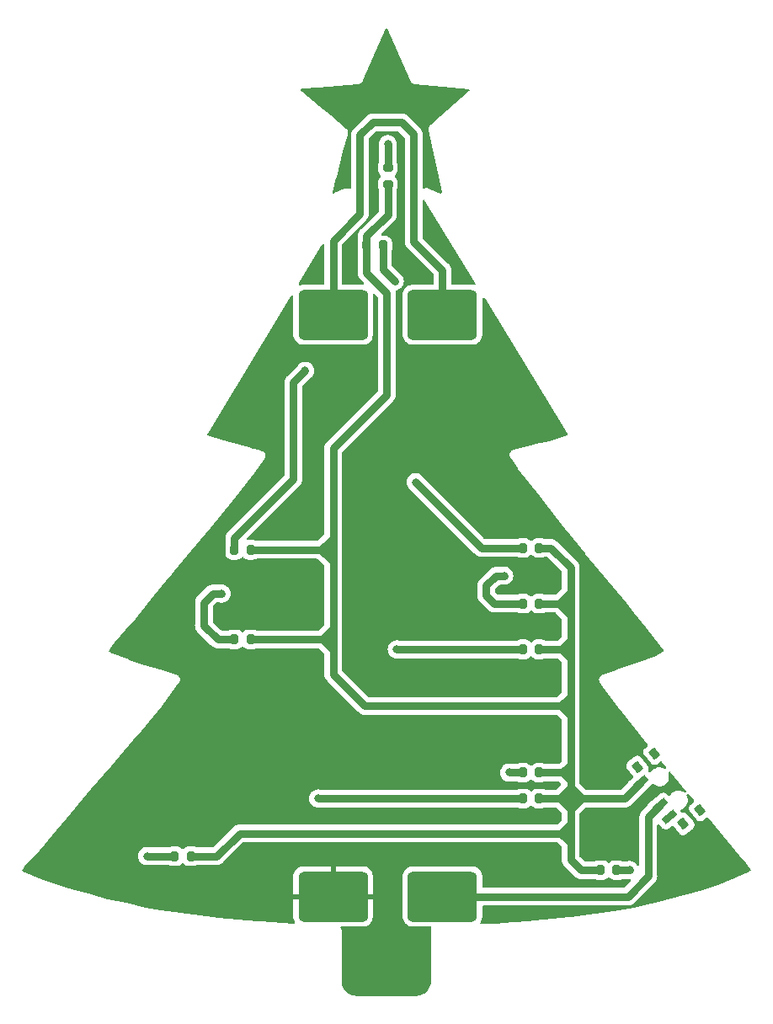
<source format=gbr>
%TF.GenerationSoftware,KiCad,Pcbnew,(6.0.0)*%
%TF.CreationDate,2022-03-02T13:41:04+01:00*%
%TF.ProjectId,LEDChristmasTree-2022,4c454443-6872-4697-9374-6d6173547265,rev?*%
%TF.SameCoordinates,Original*%
%TF.FileFunction,Copper,L2,Bot*%
%TF.FilePolarity,Positive*%
%FSLAX46Y46*%
G04 Gerber Fmt 4.6, Leading zero omitted, Abs format (unit mm)*
G04 Created by KiCad (PCBNEW (6.0.0)) date 2022-03-02 13:41:04*
%MOMM*%
%LPD*%
G01*
G04 APERTURE LIST*
G04 Aperture macros list*
%AMRoundRect*
0 Rectangle with rounded corners*
0 $1 Rounding radius*
0 $2 $3 $4 $5 $6 $7 $8 $9 X,Y pos of 4 corners*
0 Add a 4 corners polygon primitive as box body*
4,1,4,$2,$3,$4,$5,$6,$7,$8,$9,$2,$3,0*
0 Add four circle primitives for the rounded corners*
1,1,$1+$1,$2,$3*
1,1,$1+$1,$4,$5*
1,1,$1+$1,$6,$7*
1,1,$1+$1,$8,$9*
0 Add four rect primitives between the rounded corners*
20,1,$1+$1,$2,$3,$4,$5,0*
20,1,$1+$1,$4,$5,$6,$7,0*
20,1,$1+$1,$6,$7,$8,$9,0*
20,1,$1+$1,$8,$9,$2,$3,0*%
%AMRotRect*
0 Rectangle, with rotation*
0 The origin of the aperture is its center*
0 $1 length*
0 $2 width*
0 $3 Rotation angle, in degrees counterclockwise*
0 Add horizontal line*
21,1,$1,$2,0,0,$3*%
G04 Aperture macros list end*
%TA.AperFunction,SMDPad,CuDef*%
%ADD10RoundRect,0.200000X0.275000X-0.200000X0.275000X0.200000X-0.275000X0.200000X-0.275000X-0.200000X0*%
%TD*%
%TA.AperFunction,SMDPad,CuDef*%
%ADD11RoundRect,0.500000X-3.000000X-2.000000X3.000000X-2.000000X3.000000X2.000000X-3.000000X2.000000X0*%
%TD*%
%TA.AperFunction,SMDPad,CuDef*%
%ADD12RoundRect,0.200000X0.200000X0.275000X-0.200000X0.275000X-0.200000X-0.275000X0.200000X-0.275000X0*%
%TD*%
%TA.AperFunction,SMDPad,CuDef*%
%ADD13RotRect,1.000000X0.800000X309.000000*%
%TD*%
%TA.AperFunction,SMDPad,CuDef*%
%ADD14RotRect,0.700000X1.500000X309.000000*%
%TD*%
%TA.AperFunction,SMDPad,CuDef*%
%ADD15RoundRect,0.200000X-0.200000X-0.275000X0.200000X-0.275000X0.200000X0.275000X-0.200000X0.275000X0*%
%TD*%
%TA.AperFunction,ViaPad*%
%ADD16C,0.800000*%
%TD*%
%TA.AperFunction,Conductor*%
%ADD17C,0.762000*%
%TD*%
G04 APERTURE END LIST*
D10*
%TO.P,R11,1*%
%TO.N,Net-(R2-Pad1)*%
X143600000Y-57625000D03*
%TO.P,R11,2*%
%TO.N,Net-(D9-Pad1)*%
X143600000Y-55975000D03*
%TD*%
D11*
%TO.P,BT1,3,-*%
%TO.N,GND*%
X138100000Y-129250000D03*
%TO.P,BT1,2*%
%TO.N,unconnected-(BT1-Pad2)*%
X138100000Y-70750000D03*
X149100000Y-70750000D03*
%TO.P,BT1,1,+*%
%TO.N,VCC*%
X149100000Y-129250000D03*
%TD*%
D12*
%TO.P,R3,1*%
%TO.N,Net-(R2-Pad1)*%
X158825000Y-119400000D03*
%TO.P,R3,2*%
%TO.N,Net-(D3-Pad1)*%
X157175000Y-119400000D03*
%TD*%
%TO.P,R5,1*%
%TO.N,Net-(R2-Pad1)*%
X158825000Y-116800000D03*
%TO.P,R5,2*%
%TO.N,Net-(D5-Pad1)*%
X157175000Y-116800000D03*
%TD*%
%TO.P,R7,1*%
%TO.N,Net-(R2-Pad1)*%
X158825000Y-99800000D03*
%TO.P,R7,2*%
%TO.N,Net-(D8-Pad1)*%
X157175000Y-99800000D03*
%TD*%
%TO.P,R9,1*%
%TO.N,Net-(R2-Pad1)*%
X129825000Y-103400000D03*
%TO.P,R9,2*%
%TO.N,Net-(D10-Pad1)*%
X128175000Y-103400000D03*
%TD*%
%TO.P,R2,1*%
%TO.N,Net-(R2-Pad1)*%
X123825000Y-125200000D03*
%TO.P,R2,2*%
%TO.N,Net-(D2-Pad1)*%
X122175000Y-125200000D03*
%TD*%
%TO.P,R4,1*%
%TO.N,Net-(R2-Pad1)*%
X158825000Y-94200000D03*
%TO.P,R4,2*%
%TO.N,Net-(D4-Pad1)*%
X157175000Y-94200000D03*
%TD*%
D13*
%TO.P,SW1,*%
%TO.N,*%
X170414299Y-114863489D03*
X173290846Y-121927453D03*
X175008338Y-120536655D03*
X168696807Y-116254287D03*
D14*
%TO.P,SW1,1,A*%
%TO.N,Net-(R2-Pad1)*%
X169072710Y-117751350D03*
%TO.P,SW1,2,B*%
%TO.N,VCC*%
X170960672Y-120082788D03*
%TO.P,SW1,3,C*%
%TO.N,unconnected-(SW1-Pad3)*%
X171904652Y-121248507D03*
%TD*%
D12*
%TO.P,R1,1*%
%TO.N,Net-(R2-Pad1)*%
X158825000Y-104400000D03*
%TO.P,R1,2*%
%TO.N,Net-(D1-Pad1)*%
X157175000Y-104400000D03*
%TD*%
D15*
%TO.P,R10,1*%
%TO.N,Net-(R2-Pad1)*%
X141475000Y-63800000D03*
%TO.P,R10,2*%
%TO.N,Net-(D6-Pad1)*%
X143125000Y-63800000D03*
%TD*%
D12*
%TO.P,R8,1*%
%TO.N,Net-(R2-Pad1)*%
X129825000Y-94400000D03*
%TO.P,R8,2*%
%TO.N,Net-(D11-Pad1)*%
X128175000Y-94400000D03*
%TD*%
D15*
%TO.P,R6,1*%
%TO.N,Net-(R2-Pad1)*%
X164975000Y-126600000D03*
%TO.P,R6,2*%
%TO.N,Net-(D7-Pad1)*%
X166625000Y-126600000D03*
%TD*%
D16*
%TO.N,Net-(D2-Pad1)*%
X119400000Y-125200000D03*
%TO.N,Net-(D3-Pad1)*%
X136600000Y-119400000D03*
%TO.N,Net-(D5-Pad1)*%
X155800000Y-116800000D03*
%TO.N,Net-(D7-Pad1)*%
X167900000Y-126600000D03*
%TO.N,Net-(D8-Pad1)*%
X155300000Y-97000000D03*
%TO.N,Net-(D11-Pad1)*%
X135300000Y-76400000D03*
%TO.N,GND*%
X150800000Y-77700000D03*
X143400000Y-125800000D03*
X166700000Y-123100000D03*
X129200000Y-129100000D03*
X121000000Y-114900000D03*
X135500000Y-91300000D03*
X136500000Y-82000000D03*
X143600000Y-49100000D03*
X122200000Y-102300000D03*
X129600000Y-108900000D03*
X148900000Y-100500000D03*
X133400000Y-74200000D03*
X153900000Y-90100000D03*
X143200000Y-115200000D03*
X136550000Y-66750000D03*
X177200000Y-126200000D03*
X148400000Y-85200000D03*
X148000000Y-63000000D03*
X164200000Y-111400000D03*
X146300000Y-94400000D03*
X160800000Y-127200000D03*
%TO.N,Net-(D10-Pad1)*%
X126900000Y-98800000D03*
%TO.N,Net-(D1-Pad1)*%
X144500000Y-104400000D03*
%TO.N,Net-(D4-Pad1)*%
X146400000Y-87600000D03*
%TO.N,Net-(D6-Pad1)*%
X144300000Y-67400000D03*
%TO.N,Net-(D9-Pad1)*%
X143600000Y-53600000D03*
%TD*%
D17*
%TO.N,Net-(R2-Pad1)*%
X128700000Y-122900000D02*
X161000000Y-122900000D01*
X143500000Y-68600000D02*
X143500000Y-78800000D01*
X162000000Y-103500000D02*
X161100000Y-104400000D01*
X162000000Y-101000000D02*
X162000000Y-99800000D01*
X161900000Y-116800000D02*
X162000000Y-116900000D01*
X162000000Y-118300000D02*
X162000000Y-117600000D01*
X161000000Y-122900000D02*
X162000000Y-122900000D01*
X162000000Y-121900000D02*
X161000000Y-122900000D01*
X162000000Y-125600000D02*
X162000000Y-123800000D01*
X138100000Y-93200000D02*
X138100000Y-94200000D01*
X141300000Y-110100000D02*
X160700000Y-110100000D01*
X129825000Y-94400000D02*
X132500000Y-94400000D01*
X123825000Y-125200000D02*
X126400000Y-125200000D01*
X162000000Y-122900000D02*
X162000000Y-121900000D01*
X164975000Y-126600000D02*
X163000000Y-126600000D01*
X161200000Y-116800000D02*
X160800000Y-116800000D01*
X132500000Y-94400000D02*
X136900000Y-94400000D01*
X162000000Y-99800000D02*
X162000000Y-98600000D01*
X138100000Y-84200000D02*
X138100000Y-93200000D01*
X163100000Y-119400000D02*
X162000000Y-118300000D01*
X159900000Y-119400000D02*
X158825000Y-119400000D01*
X141475000Y-63800000D02*
X141475000Y-62825000D01*
X162000000Y-110100000D02*
X162000000Y-109000000D01*
X162000000Y-109000000D02*
X162000000Y-105300000D01*
X162000000Y-101000000D02*
X160800000Y-99800000D01*
X141475000Y-63800000D02*
X141475000Y-66575000D01*
X162000000Y-109000000D02*
X162000000Y-109100000D01*
X138100000Y-95600000D02*
X136900000Y-94400000D01*
X143600000Y-60700000D02*
X143600000Y-57625000D01*
X143500000Y-78800000D02*
X138100000Y-84200000D01*
X160800000Y-104400000D02*
X161800000Y-104400000D01*
X138100000Y-104500000D02*
X137000000Y-103400000D01*
X162000000Y-121900000D02*
X162000000Y-120500000D01*
X126400000Y-125200000D02*
X128700000Y-122900000D01*
X138100000Y-95600000D02*
X138100000Y-102300000D01*
X161000000Y-122900000D02*
X161900000Y-123800000D01*
X162000000Y-117600000D02*
X162000000Y-116900000D01*
X136900000Y-94400000D02*
X137900000Y-94400000D01*
X162000000Y-105300000D02*
X162000000Y-104600000D01*
X161000000Y-110100000D02*
X160700000Y-110100000D01*
X160900000Y-119400000D02*
X159900000Y-119400000D01*
X161800000Y-104400000D02*
X162000000Y-104600000D01*
X162000000Y-109100000D02*
X161000000Y-110100000D01*
X138100000Y-106900000D02*
X141300000Y-110100000D01*
X167424060Y-119400000D02*
X163100000Y-119400000D01*
X160800000Y-116800000D02*
X161900000Y-116800000D01*
X162000000Y-119400000D02*
X160900000Y-119400000D01*
X141475000Y-62825000D02*
X143600000Y-60700000D01*
X160700000Y-110100000D02*
X162000000Y-110100000D01*
X138100000Y-104600000D02*
X138100000Y-104500000D01*
X162000000Y-111100000D02*
X162000000Y-110100000D01*
X162000000Y-103200000D02*
X162000000Y-101000000D01*
X138100000Y-93200000D02*
X136900000Y-94400000D01*
X141475000Y-66575000D02*
X143500000Y-68600000D01*
X162000000Y-116000000D02*
X162000000Y-111100000D01*
X161100000Y-104400000D02*
X160800000Y-104400000D01*
X162000000Y-120500000D02*
X163100000Y-119400000D01*
X163000000Y-126600000D02*
X162000000Y-125600000D01*
X162000000Y-119400000D02*
X162000000Y-118300000D01*
X138100000Y-102300000D02*
X137000000Y-103400000D01*
X158825000Y-116800000D02*
X160800000Y-116800000D01*
X161200000Y-116800000D02*
X162000000Y-116000000D01*
X162000000Y-98600000D02*
X162000000Y-96200000D01*
X129825000Y-103400000D02*
X137000000Y-103400000D01*
X137000000Y-103400000D02*
X138100000Y-103400000D01*
X162000000Y-105300000D02*
X161100000Y-104400000D01*
X162000000Y-120500000D02*
X162000000Y-119400000D01*
X162000000Y-104600000D02*
X162000000Y-103200000D01*
X138100000Y-104600000D02*
X138100000Y-106900000D01*
X160800000Y-99800000D02*
X162000000Y-99800000D01*
X162000000Y-117600000D02*
X161200000Y-116800000D01*
X158825000Y-99800000D02*
X160800000Y-99800000D01*
X160900000Y-119400000D02*
X162000000Y-118300000D01*
X162000000Y-98600000D02*
X160800000Y-99800000D01*
X163100000Y-119400000D02*
X162000000Y-119400000D01*
X158825000Y-94200000D02*
X160000000Y-94200000D01*
X158825000Y-104400000D02*
X160800000Y-104400000D01*
X138100000Y-94200000D02*
X138100000Y-95600000D01*
X162000000Y-111100000D02*
X161000000Y-110100000D01*
X138100000Y-102300000D02*
X138100000Y-103400000D01*
X162000000Y-103200000D02*
X162000000Y-103500000D01*
X160000000Y-94200000D02*
X162000000Y-96200000D01*
X169072710Y-117751350D02*
X167424060Y-119400000D01*
X160900000Y-119400000D02*
X162000000Y-120500000D01*
X161900000Y-123800000D02*
X162000000Y-123800000D01*
X162000000Y-123800000D02*
X162000000Y-122900000D01*
X137900000Y-94400000D02*
X138100000Y-94200000D01*
X162000000Y-116900000D02*
X162000000Y-116000000D01*
X138100000Y-103400000D02*
X138100000Y-104600000D01*
%TO.N,Net-(D2-Pad1)*%
X122175000Y-125200000D02*
X119400000Y-125200000D01*
%TO.N,Net-(D3-Pad1)*%
X157175000Y-119400000D02*
X136600000Y-119400000D01*
%TO.N,Net-(D5-Pad1)*%
X157175000Y-116800000D02*
X155800000Y-116800000D01*
%TO.N,Net-(D7-Pad1)*%
X166625000Y-126600000D02*
X167900000Y-126600000D01*
%TO.N,Net-(D8-Pad1)*%
X153500000Y-99000000D02*
X153500000Y-98000000D01*
X157175000Y-99800000D02*
X154300000Y-99800000D01*
X153500000Y-98000000D02*
X154500000Y-97000000D01*
X154500000Y-97000000D02*
X155300000Y-97000000D01*
X154300000Y-99800000D02*
X153500000Y-99000000D01*
%TO.N,Net-(D11-Pad1)*%
X128175000Y-94400000D02*
X128175000Y-93225000D01*
X134100000Y-87300000D02*
X134100000Y-77600000D01*
X128175000Y-93225000D02*
X134100000Y-87300000D01*
X134100000Y-77600000D02*
X135300000Y-76400000D01*
%TO.N,VCC*%
X169800000Y-127200000D02*
X169800000Y-121243460D01*
X169800000Y-121243460D02*
X170960672Y-120082788D01*
X167750000Y-129250000D02*
X169800000Y-127200000D01*
X149100000Y-129250000D02*
X167750000Y-129250000D01*
%TO.N,unconnected-(BT1-Pad2)*%
X145000000Y-51400000D02*
X146200000Y-52600000D01*
X140800000Y-52700000D02*
X140800000Y-60600000D01*
X142100000Y-51400000D02*
X145000000Y-51400000D01*
X138100000Y-63300000D02*
X138100000Y-70750000D01*
X140800000Y-60600000D02*
X138100000Y-63300000D01*
X140800000Y-52700000D02*
X142100000Y-51400000D01*
X146200000Y-63400000D02*
X146200000Y-52600000D01*
X149100000Y-70750000D02*
X149100000Y-66300000D01*
X149100000Y-66300000D02*
X146200000Y-63400000D01*
%TO.N,Net-(D10-Pad1)*%
X125100000Y-102000000D02*
X125100000Y-99700000D01*
X126000000Y-98800000D02*
X126900000Y-98800000D01*
X125100000Y-99700000D02*
X126000000Y-98800000D01*
X128175000Y-103400000D02*
X126500000Y-103400000D01*
X126500000Y-103400000D02*
X125100000Y-102000000D01*
%TO.N,Net-(D1-Pad1)*%
X157175000Y-104400000D02*
X144500000Y-104400000D01*
%TO.N,Net-(D4-Pad1)*%
X153000000Y-94200000D02*
X149300000Y-90500000D01*
X157175000Y-94200000D02*
X153000000Y-94200000D01*
X149300000Y-90500000D02*
X146400000Y-87600000D01*
%TO.N,Net-(D6-Pad1)*%
X143125000Y-66225000D02*
X144300000Y-67400000D01*
X143125000Y-63800000D02*
X143125000Y-66225000D01*
%TO.N,Net-(D9-Pad1)*%
X143600000Y-55975000D02*
X143600000Y-53600000D01*
%TD*%
%TA.AperFunction,Conductor*%
%TO.N,GND*%
G36*
X142317012Y-68675408D02*
G01*
X142323595Y-68681537D01*
X142573595Y-68931537D01*
X142607621Y-68993849D01*
X142610500Y-69020632D01*
X142610500Y-78379367D01*
X142590498Y-78447488D01*
X142573595Y-78468462D01*
X137527546Y-83514511D01*
X137512518Y-83527348D01*
X137501530Y-83535331D01*
X137497117Y-83540233D01*
X137497115Y-83540234D01*
X137456751Y-83585063D01*
X137452210Y-83589847D01*
X137438063Y-83603994D01*
X137435986Y-83606559D01*
X137425463Y-83619554D01*
X137421175Y-83624575D01*
X137380830Y-83669381D01*
X137380827Y-83669385D01*
X137376415Y-83674285D01*
X137373119Y-83679995D01*
X137373116Y-83679998D01*
X137369625Y-83686045D01*
X137358432Y-83702330D01*
X137349893Y-83712875D01*
X137319523Y-83772480D01*
X137316376Y-83778276D01*
X137282925Y-83836215D01*
X137280884Y-83842497D01*
X137278731Y-83849123D01*
X137271167Y-83867384D01*
X137265006Y-83879476D01*
X137263296Y-83885859D01*
X137247691Y-83944094D01*
X137245818Y-83950418D01*
X137225145Y-84014044D01*
X137224455Y-84020611D01*
X137224454Y-84020615D01*
X137223728Y-84027529D01*
X137220125Y-84046972D01*
X137216611Y-84060085D01*
X137216265Y-84066682D01*
X137216265Y-84066684D01*
X137213110Y-84126887D01*
X137212593Y-84133461D01*
X137210844Y-84150105D01*
X137210500Y-84153380D01*
X137210500Y-84173407D01*
X137210327Y-84180001D01*
X137206826Y-84246810D01*
X137207858Y-84253325D01*
X137207858Y-84253327D01*
X137208949Y-84260214D01*
X137210500Y-84279925D01*
X137210500Y-92779367D01*
X137190498Y-92847488D01*
X137173595Y-92868462D01*
X136568462Y-93473595D01*
X136506150Y-93507621D01*
X136479367Y-93510500D01*
X130413276Y-93510500D01*
X130348006Y-93492276D01*
X130325201Y-93478465D01*
X130325196Y-93478463D01*
X130318699Y-93474528D01*
X130311452Y-93472257D01*
X130311450Y-93472256D01*
X130240089Y-93449893D01*
X130155062Y-93423247D01*
X130081635Y-93416500D01*
X130078737Y-93416500D01*
X129824335Y-93416501D01*
X129568366Y-93416501D01*
X129559955Y-93417274D01*
X129555443Y-93417688D01*
X129485778Y-93404001D01*
X129434572Y-93354823D01*
X129418082Y-93285768D01*
X129441544Y-93218760D01*
X129454822Y-93203121D01*
X134672454Y-87985489D01*
X134687482Y-87972652D01*
X134698470Y-87964669D01*
X134743249Y-87914937D01*
X134747790Y-87910153D01*
X134761937Y-87896006D01*
X134774543Y-87880439D01*
X134778827Y-87875424D01*
X134819166Y-87830623D01*
X134819167Y-87830622D01*
X134823585Y-87825715D01*
X134830374Y-87813956D01*
X134841567Y-87797671D01*
X134845948Y-87792260D01*
X134845949Y-87792259D01*
X134850106Y-87787125D01*
X134853106Y-87781238D01*
X134880478Y-87727519D01*
X134883624Y-87721724D01*
X134886026Y-87717564D01*
X134917075Y-87663785D01*
X134919117Y-87657501D01*
X134919119Y-87657496D01*
X134921269Y-87650879D01*
X134928834Y-87632615D01*
X134931994Y-87626413D01*
X134931994Y-87626412D01*
X134934994Y-87620525D01*
X134952310Y-87555899D01*
X134954181Y-87549582D01*
X134972816Y-87492231D01*
X134974855Y-87485956D01*
X134975546Y-87479386D01*
X134976275Y-87472456D01*
X134979876Y-87453023D01*
X134981679Y-87446293D01*
X134983388Y-87439915D01*
X134986889Y-87373120D01*
X134987406Y-87366546D01*
X134989156Y-87349893D01*
X134989500Y-87346620D01*
X134989500Y-87326586D01*
X134989673Y-87319992D01*
X134992829Y-87259782D01*
X134992829Y-87259777D01*
X134993174Y-87253190D01*
X134991051Y-87239785D01*
X134989500Y-87220075D01*
X134989500Y-78020633D01*
X135009502Y-77952512D01*
X135026405Y-77931538D01*
X135786574Y-77171369D01*
X135801608Y-77158528D01*
X135905909Y-77082749D01*
X135905911Y-77082747D01*
X135911253Y-77078866D01*
X135964658Y-77019554D01*
X136034621Y-76941852D01*
X136034622Y-76941851D01*
X136039040Y-76936944D01*
X136134527Y-76771556D01*
X136193542Y-76589928D01*
X136213504Y-76400000D01*
X136193542Y-76210072D01*
X136134527Y-76028444D01*
X136039040Y-75863056D01*
X135911253Y-75721134D01*
X135756752Y-75608882D01*
X135750724Y-75606198D01*
X135750722Y-75606197D01*
X135588319Y-75533891D01*
X135588318Y-75533891D01*
X135582288Y-75531206D01*
X135488887Y-75511353D01*
X135401944Y-75492872D01*
X135401939Y-75492872D01*
X135395487Y-75491500D01*
X135204513Y-75491500D01*
X135198061Y-75492872D01*
X135198056Y-75492872D01*
X135111113Y-75511353D01*
X135017712Y-75531206D01*
X135011682Y-75533891D01*
X135011681Y-75533891D01*
X134849278Y-75606197D01*
X134849276Y-75606198D01*
X134843248Y-75608882D01*
X134688747Y-75721134D01*
X134560960Y-75863056D01*
X134557659Y-75868774D01*
X134544608Y-75891379D01*
X134524584Y-75917473D01*
X133527546Y-76914511D01*
X133512518Y-76927348D01*
X133501530Y-76935331D01*
X133497117Y-76940233D01*
X133497115Y-76940234D01*
X133456751Y-76985063D01*
X133452210Y-76989847D01*
X133438063Y-77003994D01*
X133435986Y-77006559D01*
X133425463Y-77019554D01*
X133421175Y-77024575D01*
X133380830Y-77069381D01*
X133380827Y-77069385D01*
X133376415Y-77074285D01*
X133373119Y-77079995D01*
X133373116Y-77079998D01*
X133369625Y-77086045D01*
X133358432Y-77102330D01*
X133349893Y-77112875D01*
X133326632Y-77158528D01*
X133319523Y-77172480D01*
X133316376Y-77178276D01*
X133282925Y-77236215D01*
X133280884Y-77242497D01*
X133278731Y-77249123D01*
X133271167Y-77267384D01*
X133265006Y-77279476D01*
X133263296Y-77285859D01*
X133247691Y-77344094D01*
X133245818Y-77350418D01*
X133225145Y-77414044D01*
X133224455Y-77420611D01*
X133224454Y-77420615D01*
X133223728Y-77427529D01*
X133220125Y-77446972D01*
X133216611Y-77460085D01*
X133216265Y-77466682D01*
X133216265Y-77466684D01*
X133213110Y-77526887D01*
X133212593Y-77533461D01*
X133210500Y-77553380D01*
X133210500Y-77573407D01*
X133210327Y-77580001D01*
X133206826Y-77646810D01*
X133207858Y-77653325D01*
X133207858Y-77653327D01*
X133208949Y-77660214D01*
X133210500Y-77679925D01*
X133210500Y-86879367D01*
X133190498Y-86947488D01*
X133173595Y-86968462D01*
X127602546Y-92539511D01*
X127587518Y-92552348D01*
X127576530Y-92560331D01*
X127572117Y-92565233D01*
X127572115Y-92565234D01*
X127531751Y-92610063D01*
X127527210Y-92614847D01*
X127513063Y-92628994D01*
X127510986Y-92631559D01*
X127500463Y-92644554D01*
X127496175Y-92649575D01*
X127455830Y-92694381D01*
X127455827Y-92694385D01*
X127451415Y-92699285D01*
X127448119Y-92704995D01*
X127448116Y-92704998D01*
X127444625Y-92711045D01*
X127433432Y-92727330D01*
X127424893Y-92737875D01*
X127403752Y-92779367D01*
X127394523Y-92797480D01*
X127391376Y-92803276D01*
X127357925Y-92861215D01*
X127355884Y-92867497D01*
X127353731Y-92874123D01*
X127346167Y-92892384D01*
X127340006Y-92904476D01*
X127338296Y-92910859D01*
X127322691Y-92969094D01*
X127320818Y-92975418D01*
X127300145Y-93039044D01*
X127299455Y-93045611D01*
X127299454Y-93045615D01*
X127298728Y-93052529D01*
X127295125Y-93071972D01*
X127291611Y-93085085D01*
X127291265Y-93091682D01*
X127291265Y-93091684D01*
X127288110Y-93151887D01*
X127287593Y-93158461D01*
X127285844Y-93175105D01*
X127285500Y-93178380D01*
X127285500Y-93198407D01*
X127285327Y-93205001D01*
X127284711Y-93216764D01*
X127281826Y-93271810D01*
X127282858Y-93278325D01*
X127282858Y-93278327D01*
X127283949Y-93285214D01*
X127285500Y-93304925D01*
X127285500Y-93936559D01*
X127279734Y-93974238D01*
X127273247Y-93994938D01*
X127266500Y-94068365D01*
X127266501Y-94731634D01*
X127266764Y-94734492D01*
X127266764Y-94734501D01*
X127270026Y-94770004D01*
X127273247Y-94805062D01*
X127275246Y-94811440D01*
X127275246Y-94811441D01*
X127318702Y-94950107D01*
X127324528Y-94968699D01*
X127413361Y-95115381D01*
X127534619Y-95236639D01*
X127681301Y-95325472D01*
X127688548Y-95327743D01*
X127688550Y-95327744D01*
X127754836Y-95348517D01*
X127844938Y-95376753D01*
X127918365Y-95383500D01*
X127921263Y-95383500D01*
X128175665Y-95383499D01*
X128431634Y-95383499D01*
X128434492Y-95383236D01*
X128434501Y-95383236D01*
X128470004Y-95379974D01*
X128505062Y-95376753D01*
X128511447Y-95374752D01*
X128661450Y-95327744D01*
X128661452Y-95327743D01*
X128668699Y-95325472D01*
X128815381Y-95236639D01*
X128910905Y-95141115D01*
X128973217Y-95107089D01*
X129044032Y-95112154D01*
X129089095Y-95141115D01*
X129184619Y-95236639D01*
X129331301Y-95325472D01*
X129338548Y-95327743D01*
X129338550Y-95327744D01*
X129404836Y-95348517D01*
X129494938Y-95376753D01*
X129568365Y-95383500D01*
X129571263Y-95383500D01*
X129825665Y-95383499D01*
X130081634Y-95383499D01*
X130084492Y-95383236D01*
X130084501Y-95383236D01*
X130120004Y-95379974D01*
X130155062Y-95376753D01*
X130161447Y-95374752D01*
X130311450Y-95327744D01*
X130311452Y-95327743D01*
X130318699Y-95325472D01*
X130325196Y-95321537D01*
X130325201Y-95321535D01*
X130348006Y-95307724D01*
X130413276Y-95289500D01*
X136479367Y-95289500D01*
X136547488Y-95309502D01*
X136568462Y-95326405D01*
X137173595Y-95931538D01*
X137207621Y-95993850D01*
X137210500Y-96020633D01*
X137210500Y-101879367D01*
X137190498Y-101947488D01*
X137173595Y-101968462D01*
X136668462Y-102473595D01*
X136606150Y-102507621D01*
X136579367Y-102510500D01*
X130413276Y-102510500D01*
X130348006Y-102492276D01*
X130325201Y-102478465D01*
X130325196Y-102478463D01*
X130318699Y-102474528D01*
X130311452Y-102472257D01*
X130311450Y-102472256D01*
X130245164Y-102451483D01*
X130155062Y-102423247D01*
X130081635Y-102416500D01*
X130078737Y-102416500D01*
X129824335Y-102416501D01*
X129568366Y-102416501D01*
X129565508Y-102416764D01*
X129565499Y-102416764D01*
X129529996Y-102420026D01*
X129494938Y-102423247D01*
X129488560Y-102425246D01*
X129488559Y-102425246D01*
X129338550Y-102472256D01*
X129338548Y-102472257D01*
X129331301Y-102474528D01*
X129184619Y-102563361D01*
X129089095Y-102658885D01*
X129026783Y-102692911D01*
X128955968Y-102687846D01*
X128910905Y-102658885D01*
X128815381Y-102563361D01*
X128668699Y-102474528D01*
X128661452Y-102472257D01*
X128661450Y-102472256D01*
X128595164Y-102451483D01*
X128505062Y-102423247D01*
X128431635Y-102416500D01*
X128428737Y-102416500D01*
X128174335Y-102416501D01*
X127918366Y-102416501D01*
X127915508Y-102416764D01*
X127915499Y-102416764D01*
X127879996Y-102420026D01*
X127844938Y-102423247D01*
X127838560Y-102425246D01*
X127838559Y-102425246D01*
X127688550Y-102472256D01*
X127688548Y-102472257D01*
X127681301Y-102474528D01*
X127674804Y-102478463D01*
X127674799Y-102478465D01*
X127651994Y-102492276D01*
X127586724Y-102510500D01*
X126920633Y-102510500D01*
X126852512Y-102490498D01*
X126831538Y-102473595D01*
X126026405Y-101668462D01*
X125992379Y-101606150D01*
X125989500Y-101579367D01*
X125989500Y-100120633D01*
X126009502Y-100052512D01*
X126026405Y-100031538D01*
X126331538Y-99726405D01*
X126393850Y-99692379D01*
X126420633Y-99689500D01*
X126701881Y-99689500D01*
X126728077Y-99692253D01*
X126735959Y-99693928D01*
X126798056Y-99707128D01*
X126798061Y-99707128D01*
X126804513Y-99708500D01*
X126995487Y-99708500D01*
X127001939Y-99707128D01*
X127001944Y-99707128D01*
X127088888Y-99688647D01*
X127182288Y-99668794D01*
X127191553Y-99664669D01*
X127350722Y-99593803D01*
X127350724Y-99593802D01*
X127356752Y-99591118D01*
X127378352Y-99575425D01*
X127446771Y-99525715D01*
X127511253Y-99478866D01*
X127639040Y-99336944D01*
X127734527Y-99171556D01*
X127793542Y-98989928D01*
X127796711Y-98959782D01*
X127812814Y-98806565D01*
X127813504Y-98800000D01*
X127793542Y-98610072D01*
X127734527Y-98428444D01*
X127639040Y-98263056D01*
X127600751Y-98220531D01*
X127515675Y-98126045D01*
X127515674Y-98126044D01*
X127511253Y-98121134D01*
X127371390Y-98019517D01*
X127362094Y-98012763D01*
X127362093Y-98012762D01*
X127356752Y-98008882D01*
X127350724Y-98006198D01*
X127350722Y-98006197D01*
X127188319Y-97933891D01*
X127188318Y-97933891D01*
X127182288Y-97931206D01*
X127086493Y-97910844D01*
X127001944Y-97892872D01*
X127001939Y-97892872D01*
X126995487Y-97891500D01*
X126804513Y-97891500D01*
X126798061Y-97892872D01*
X126798056Y-97892872D01*
X126728078Y-97907747D01*
X126701881Y-97910500D01*
X126079925Y-97910500D01*
X126060214Y-97908949D01*
X126053327Y-97907858D01*
X126053325Y-97907858D01*
X126046810Y-97906826D01*
X126040223Y-97907171D01*
X126040218Y-97907171D01*
X125980008Y-97910327D01*
X125973414Y-97910500D01*
X125953380Y-97910500D01*
X125950106Y-97910844D01*
X125950107Y-97910844D01*
X125933454Y-97912594D01*
X125926880Y-97913111D01*
X125866681Y-97916266D01*
X125866678Y-97916266D01*
X125860085Y-97916612D01*
X125853706Y-97918321D01*
X125853707Y-97918321D01*
X125846977Y-97920124D01*
X125827544Y-97923725D01*
X125820614Y-97924454D01*
X125820610Y-97924455D01*
X125814044Y-97925145D01*
X125750408Y-97945822D01*
X125744101Y-97947690D01*
X125722865Y-97953380D01*
X125685852Y-97963297D01*
X125685849Y-97963298D01*
X125679475Y-97965006D01*
X125673595Y-97968002D01*
X125673587Y-97968005D01*
X125667379Y-97971168D01*
X125649122Y-97978731D01*
X125642496Y-97980884D01*
X125636215Y-97982925D01*
X125595907Y-98006197D01*
X125578288Y-98016369D01*
X125572493Y-98019516D01*
X125512875Y-98049893D01*
X125502330Y-98058432D01*
X125486045Y-98069625D01*
X125479998Y-98073116D01*
X125479995Y-98073119D01*
X125474285Y-98076415D01*
X125469385Y-98080827D01*
X125469381Y-98080830D01*
X125439575Y-98107669D01*
X125424621Y-98121134D01*
X125424575Y-98121175D01*
X125419554Y-98125463D01*
X125407763Y-98135011D01*
X125403994Y-98138063D01*
X125389847Y-98152210D01*
X125385063Y-98156751D01*
X125335331Y-98201530D01*
X125327348Y-98212518D01*
X125314511Y-98227546D01*
X124527546Y-99014511D01*
X124512518Y-99027348D01*
X124501530Y-99035331D01*
X124497117Y-99040233D01*
X124497115Y-99040234D01*
X124456751Y-99085063D01*
X124452210Y-99089847D01*
X124438063Y-99103994D01*
X124435986Y-99106559D01*
X124425463Y-99119554D01*
X124421175Y-99124575D01*
X124380830Y-99169381D01*
X124380827Y-99169385D01*
X124376415Y-99174285D01*
X124373119Y-99179995D01*
X124373116Y-99179998D01*
X124369625Y-99186045D01*
X124358432Y-99202330D01*
X124349893Y-99212875D01*
X124331190Y-99249582D01*
X124319523Y-99272480D01*
X124316376Y-99278276D01*
X124282925Y-99336215D01*
X124280884Y-99342497D01*
X124278731Y-99349123D01*
X124271167Y-99367384D01*
X124265006Y-99379476D01*
X124263296Y-99385859D01*
X124247691Y-99444094D01*
X124245818Y-99450418D01*
X124225145Y-99514044D01*
X124224455Y-99520611D01*
X124224454Y-99520615D01*
X124223728Y-99527529D01*
X124220125Y-99546972D01*
X124216611Y-99560085D01*
X124216265Y-99566682D01*
X124216265Y-99566684D01*
X124213110Y-99626887D01*
X124212593Y-99633461D01*
X124210500Y-99653380D01*
X124210500Y-99673407D01*
X124210327Y-99680001D01*
X124208834Y-99708500D01*
X124206826Y-99746810D01*
X124207858Y-99753325D01*
X124207858Y-99753327D01*
X124208949Y-99760214D01*
X124210500Y-99779925D01*
X124210500Y-101920075D01*
X124208949Y-101939785D01*
X124206826Y-101953190D01*
X124207171Y-101959778D01*
X124207171Y-101959782D01*
X124210327Y-102019999D01*
X124210500Y-102026593D01*
X124210500Y-102046620D01*
X124210844Y-102049891D01*
X124210844Y-102049895D01*
X124212593Y-102066539D01*
X124213110Y-102073113D01*
X124216611Y-102139915D01*
X124218320Y-102146292D01*
X124218320Y-102146293D01*
X124220124Y-102153023D01*
X124223728Y-102172470D01*
X124225145Y-102185956D01*
X124227187Y-102192240D01*
X124245818Y-102249582D01*
X124247691Y-102255906D01*
X124265006Y-102320524D01*
X124271167Y-102332616D01*
X124278730Y-102350875D01*
X124282925Y-102363785D01*
X124313057Y-102415975D01*
X124316376Y-102421724D01*
X124319523Y-102427520D01*
X124349893Y-102487125D01*
X124358432Y-102497670D01*
X124369625Y-102513955D01*
X124373116Y-102520002D01*
X124373119Y-102520005D01*
X124376415Y-102525715D01*
X124380827Y-102530615D01*
X124380830Y-102530619D01*
X124421175Y-102575425D01*
X124425463Y-102580446D01*
X124438063Y-102596006D01*
X124452210Y-102610153D01*
X124456751Y-102614937D01*
X124501530Y-102664669D01*
X124512518Y-102672652D01*
X124527546Y-102685489D01*
X125814511Y-103972454D01*
X125827348Y-103987482D01*
X125835331Y-103998470D01*
X125840233Y-104002883D01*
X125840234Y-104002885D01*
X125885063Y-104043249D01*
X125889847Y-104047790D01*
X125903994Y-104061937D01*
X125906559Y-104064014D01*
X125919554Y-104074537D01*
X125924575Y-104078825D01*
X125969381Y-104119170D01*
X125969385Y-104119173D01*
X125974285Y-104123585D01*
X125979995Y-104126881D01*
X125979998Y-104126884D01*
X125986045Y-104130375D01*
X126002330Y-104141568D01*
X126012875Y-104150107D01*
X126072480Y-104180477D01*
X126078276Y-104183624D01*
X126136215Y-104217075D01*
X126149125Y-104221270D01*
X126167384Y-104228833D01*
X126179476Y-104234994D01*
X126236641Y-104250312D01*
X126244094Y-104252309D01*
X126250419Y-104254182D01*
X126314044Y-104274855D01*
X126320611Y-104275545D01*
X126320615Y-104275546D01*
X126326288Y-104276142D01*
X126327530Y-104276272D01*
X126346972Y-104279875D01*
X126360085Y-104283389D01*
X126366682Y-104283735D01*
X126366684Y-104283735D01*
X126426887Y-104286890D01*
X126433461Y-104287407D01*
X126450105Y-104289156D01*
X126450109Y-104289156D01*
X126453380Y-104289500D01*
X126473407Y-104289500D01*
X126480001Y-104289673D01*
X126540218Y-104292829D01*
X126540222Y-104292829D01*
X126546810Y-104293174D01*
X126553325Y-104292142D01*
X126553327Y-104292142D01*
X126560214Y-104291051D01*
X126579925Y-104289500D01*
X127586724Y-104289500D01*
X127651994Y-104307724D01*
X127674799Y-104321535D01*
X127674804Y-104321537D01*
X127681301Y-104325472D01*
X127688548Y-104327743D01*
X127688550Y-104327744D01*
X127754836Y-104348517D01*
X127844938Y-104376753D01*
X127918365Y-104383500D01*
X127921263Y-104383500D01*
X128175665Y-104383499D01*
X128431634Y-104383499D01*
X128434492Y-104383236D01*
X128434501Y-104383236D01*
X128470004Y-104379974D01*
X128505062Y-104376753D01*
X128511447Y-104374752D01*
X128661450Y-104327744D01*
X128661452Y-104327743D01*
X128668699Y-104325472D01*
X128815381Y-104236639D01*
X128910905Y-104141115D01*
X128973217Y-104107089D01*
X129044032Y-104112154D01*
X129089095Y-104141115D01*
X129184619Y-104236639D01*
X129331301Y-104325472D01*
X129338548Y-104327743D01*
X129338550Y-104327744D01*
X129404836Y-104348517D01*
X129494938Y-104376753D01*
X129568365Y-104383500D01*
X129571263Y-104383500D01*
X129825665Y-104383499D01*
X130081634Y-104383499D01*
X130084492Y-104383236D01*
X130084501Y-104383236D01*
X130120004Y-104379974D01*
X130155062Y-104376753D01*
X130161447Y-104374752D01*
X130311450Y-104327744D01*
X130311452Y-104327743D01*
X130318699Y-104325472D01*
X130325196Y-104321537D01*
X130325201Y-104321535D01*
X130348006Y-104307724D01*
X130413276Y-104289500D01*
X136579367Y-104289500D01*
X136647488Y-104309502D01*
X136668462Y-104326405D01*
X137173595Y-104831538D01*
X137207621Y-104893850D01*
X137210500Y-104920633D01*
X137210500Y-106820075D01*
X137208949Y-106839785D01*
X137206826Y-106853190D01*
X137207171Y-106859778D01*
X137207171Y-106859782D01*
X137210327Y-106919999D01*
X137210500Y-106926593D01*
X137210500Y-106946620D01*
X137210844Y-106949891D01*
X137210844Y-106949895D01*
X137212593Y-106966539D01*
X137213110Y-106973113D01*
X137214426Y-106998223D01*
X137216611Y-107039915D01*
X137218320Y-107046292D01*
X137218320Y-107046293D01*
X137220124Y-107053023D01*
X137223728Y-107072470D01*
X137225145Y-107085956D01*
X137229535Y-107099467D01*
X137245818Y-107149582D01*
X137247691Y-107155906D01*
X137265006Y-107220524D01*
X137271167Y-107232616D01*
X137278730Y-107250875D01*
X137282925Y-107263785D01*
X137303619Y-107299628D01*
X137316376Y-107321724D01*
X137319523Y-107327520D01*
X137349893Y-107387125D01*
X137354050Y-107392258D01*
X137358432Y-107397670D01*
X137369625Y-107413955D01*
X137373116Y-107420002D01*
X137373119Y-107420005D01*
X137376415Y-107425715D01*
X137380827Y-107430615D01*
X137380830Y-107430619D01*
X137421175Y-107475425D01*
X137425463Y-107480446D01*
X137438063Y-107496006D01*
X137452210Y-107510153D01*
X137456751Y-107514937D01*
X137478760Y-107539380D01*
X137501530Y-107564669D01*
X137512518Y-107572652D01*
X137527546Y-107585489D01*
X140614511Y-110672454D01*
X140627348Y-110687482D01*
X140635331Y-110698470D01*
X140640233Y-110702883D01*
X140640234Y-110702885D01*
X140685063Y-110743249D01*
X140689847Y-110747790D01*
X140703994Y-110761937D01*
X140706552Y-110764009D01*
X140706556Y-110764012D01*
X140719561Y-110774543D01*
X140724576Y-110778827D01*
X140774285Y-110823585D01*
X140786044Y-110830374D01*
X140802329Y-110841567D01*
X140807740Y-110845948D01*
X140812875Y-110850106D01*
X140818759Y-110853104D01*
X140818762Y-110853106D01*
X140872481Y-110880478D01*
X140878276Y-110883624D01*
X140936215Y-110917075D01*
X140942499Y-110919117D01*
X140942504Y-110919119D01*
X140949121Y-110921269D01*
X140967385Y-110928834D01*
X140973590Y-110931996D01*
X140973595Y-110931998D01*
X140979475Y-110934994D01*
X141044111Y-110952313D01*
X141050412Y-110954180D01*
X141114044Y-110974855D01*
X141120609Y-110975545D01*
X141120618Y-110975547D01*
X141127543Y-110976275D01*
X141146976Y-110979876D01*
X141151964Y-110981212D01*
X141160084Y-110983388D01*
X141166677Y-110983734D01*
X141166680Y-110983734D01*
X141226881Y-110986889D01*
X141233456Y-110987406D01*
X141253380Y-110989500D01*
X141273413Y-110989500D01*
X141280007Y-110989673D01*
X141340217Y-110992829D01*
X141340222Y-110992829D01*
X141346809Y-110993174D01*
X141353324Y-110992142D01*
X141353326Y-110992142D01*
X141360213Y-110991051D01*
X141379924Y-110989500D01*
X160579367Y-110989500D01*
X160647488Y-111009502D01*
X160668462Y-111026405D01*
X161073595Y-111431538D01*
X161107621Y-111493850D01*
X161110500Y-111520633D01*
X161110500Y-115579367D01*
X161090498Y-115647488D01*
X161073595Y-115668462D01*
X160868462Y-115873595D01*
X160806150Y-115907621D01*
X160779367Y-115910500D01*
X159413276Y-115910500D01*
X159348006Y-115892276D01*
X159325201Y-115878465D01*
X159325196Y-115878463D01*
X159318699Y-115874528D01*
X159311452Y-115872257D01*
X159311450Y-115872256D01*
X159245164Y-115851483D01*
X159155062Y-115823247D01*
X159081635Y-115816500D01*
X159078737Y-115816500D01*
X158824335Y-115816501D01*
X158568366Y-115816501D01*
X158565508Y-115816764D01*
X158565499Y-115816764D01*
X158529996Y-115820026D01*
X158494938Y-115823247D01*
X158488560Y-115825246D01*
X158488559Y-115825246D01*
X158338550Y-115872256D01*
X158338548Y-115872257D01*
X158331301Y-115874528D01*
X158184619Y-115963361D01*
X158089095Y-116058885D01*
X158026783Y-116092911D01*
X157955968Y-116087846D01*
X157910905Y-116058885D01*
X157815381Y-115963361D01*
X157668699Y-115874528D01*
X157661452Y-115872257D01*
X157661450Y-115872256D01*
X157595164Y-115851483D01*
X157505062Y-115823247D01*
X157431635Y-115816500D01*
X157428737Y-115816500D01*
X157174335Y-115816501D01*
X156918366Y-115816501D01*
X156915508Y-115816764D01*
X156915499Y-115816764D01*
X156879996Y-115820026D01*
X156844938Y-115823247D01*
X156838560Y-115825246D01*
X156838559Y-115825246D01*
X156688550Y-115872256D01*
X156688548Y-115872257D01*
X156681301Y-115874528D01*
X156674804Y-115878463D01*
X156674799Y-115878465D01*
X156651994Y-115892276D01*
X156586724Y-115910500D01*
X155998119Y-115910500D01*
X155971922Y-115907747D01*
X155971330Y-115907621D01*
X155960316Y-115905280D01*
X155901944Y-115892872D01*
X155901939Y-115892872D01*
X155895487Y-115891500D01*
X155704513Y-115891500D01*
X155698061Y-115892872D01*
X155698056Y-115892872D01*
X155611113Y-115911353D01*
X155517712Y-115931206D01*
X155511682Y-115933891D01*
X155511681Y-115933891D01*
X155349278Y-116006197D01*
X155349276Y-116006198D01*
X155343248Y-116008882D01*
X155188747Y-116121134D01*
X155184326Y-116126044D01*
X155184325Y-116126045D01*
X155113109Y-116205139D01*
X155060960Y-116263056D01*
X155033398Y-116310795D01*
X154990213Y-116385594D01*
X154965473Y-116428444D01*
X154906458Y-116610072D01*
X154905768Y-116616633D01*
X154905768Y-116616635D01*
X154894717Y-116721784D01*
X154886496Y-116800000D01*
X154887186Y-116806565D01*
X154905407Y-116979925D01*
X154906458Y-116989928D01*
X154965473Y-117171556D01*
X155060960Y-117336944D01*
X155065378Y-117341851D01*
X155065379Y-117341852D01*
X155099890Y-117380180D01*
X155188747Y-117478866D01*
X155274425Y-117541115D01*
X155311651Y-117568161D01*
X155343248Y-117591118D01*
X155349276Y-117593802D01*
X155349278Y-117593803D01*
X155482972Y-117653327D01*
X155517712Y-117668794D01*
X155611112Y-117688647D01*
X155698056Y-117707128D01*
X155698061Y-117707128D01*
X155704513Y-117708500D01*
X155895487Y-117708500D01*
X155901939Y-117707128D01*
X155901944Y-117707128D01*
X155971922Y-117692253D01*
X155998119Y-117689500D01*
X156586724Y-117689500D01*
X156651994Y-117707724D01*
X156674799Y-117721535D01*
X156674804Y-117721537D01*
X156681301Y-117725472D01*
X156688548Y-117727743D01*
X156688550Y-117727744D01*
X156754836Y-117748517D01*
X156844938Y-117776753D01*
X156918365Y-117783500D01*
X156921263Y-117783500D01*
X157175665Y-117783499D01*
X157431634Y-117783499D01*
X157434492Y-117783236D01*
X157434501Y-117783236D01*
X157470004Y-117779974D01*
X157505062Y-117776753D01*
X157511447Y-117774752D01*
X157661450Y-117727744D01*
X157661452Y-117727743D01*
X157668699Y-117725472D01*
X157815381Y-117636639D01*
X157910905Y-117541115D01*
X157973217Y-117507089D01*
X158044032Y-117512154D01*
X158089095Y-117541115D01*
X158184619Y-117636639D01*
X158331301Y-117725472D01*
X158338548Y-117727743D01*
X158338550Y-117727744D01*
X158404836Y-117748517D01*
X158494938Y-117776753D01*
X158568365Y-117783500D01*
X158571263Y-117783500D01*
X158825665Y-117783499D01*
X159081634Y-117783499D01*
X159084492Y-117783236D01*
X159084501Y-117783236D01*
X159120004Y-117779974D01*
X159155062Y-117776753D01*
X159161447Y-117774752D01*
X159311450Y-117727744D01*
X159311452Y-117727743D01*
X159318699Y-117725472D01*
X159325196Y-117721537D01*
X159325201Y-117721535D01*
X159348006Y-117707724D01*
X159413276Y-117689500D01*
X160779367Y-117689500D01*
X160847488Y-117709502D01*
X160868462Y-117726405D01*
X161002962Y-117860905D01*
X161036988Y-117923217D01*
X161031923Y-117994032D01*
X161002962Y-118039095D01*
X160568462Y-118473595D01*
X160506150Y-118507621D01*
X160479367Y-118510500D01*
X159413276Y-118510500D01*
X159348006Y-118492276D01*
X159325201Y-118478465D01*
X159325196Y-118478463D01*
X159318699Y-118474528D01*
X159311452Y-118472257D01*
X159311450Y-118472256D01*
X159245164Y-118451483D01*
X159155062Y-118423247D01*
X159081635Y-118416500D01*
X159078737Y-118416500D01*
X158824335Y-118416501D01*
X158568366Y-118416501D01*
X158565508Y-118416764D01*
X158565499Y-118416764D01*
X158529996Y-118420026D01*
X158494938Y-118423247D01*
X158488560Y-118425246D01*
X158488559Y-118425246D01*
X158338550Y-118472256D01*
X158338548Y-118472257D01*
X158331301Y-118474528D01*
X158184619Y-118563361D01*
X158089095Y-118658885D01*
X158026783Y-118692911D01*
X157955968Y-118687846D01*
X157910905Y-118658885D01*
X157815381Y-118563361D01*
X157668699Y-118474528D01*
X157661452Y-118472257D01*
X157661450Y-118472256D01*
X157595164Y-118451483D01*
X157505062Y-118423247D01*
X157431635Y-118416500D01*
X157428737Y-118416500D01*
X157174335Y-118416501D01*
X156918366Y-118416501D01*
X156915508Y-118416764D01*
X156915499Y-118416764D01*
X156879996Y-118420026D01*
X156844938Y-118423247D01*
X156838560Y-118425246D01*
X156838559Y-118425246D01*
X156688550Y-118472256D01*
X156688548Y-118472257D01*
X156681301Y-118474528D01*
X156674804Y-118478463D01*
X156674799Y-118478465D01*
X156651994Y-118492276D01*
X156586724Y-118510500D01*
X136798119Y-118510500D01*
X136771922Y-118507747D01*
X136771330Y-118507621D01*
X136764041Y-118506072D01*
X136701944Y-118492872D01*
X136701939Y-118492872D01*
X136695487Y-118491500D01*
X136504513Y-118491500D01*
X136498061Y-118492872D01*
X136498056Y-118492872D01*
X136411112Y-118511353D01*
X136317712Y-118531206D01*
X136311682Y-118533891D01*
X136311681Y-118533891D01*
X136149278Y-118606197D01*
X136149276Y-118606198D01*
X136143248Y-118608882D01*
X136137907Y-118612762D01*
X136137906Y-118612763D01*
X136121105Y-118624970D01*
X135988747Y-118721134D01*
X135984326Y-118726044D01*
X135984325Y-118726045D01*
X135888014Y-118833010D01*
X135860960Y-118863056D01*
X135765473Y-119028444D01*
X135706458Y-119210072D01*
X135705768Y-119216633D01*
X135705768Y-119216635D01*
X135695068Y-119318444D01*
X135686496Y-119400000D01*
X135687186Y-119406565D01*
X135688688Y-119420851D01*
X135706458Y-119589928D01*
X135765473Y-119771556D01*
X135860960Y-119936944D01*
X135865378Y-119941851D01*
X135865379Y-119941852D01*
X135984325Y-120073955D01*
X135988747Y-120078866D01*
X136143248Y-120191118D01*
X136149276Y-120193802D01*
X136149278Y-120193803D01*
X136311681Y-120266109D01*
X136317712Y-120268794D01*
X136405279Y-120287407D01*
X136498056Y-120307128D01*
X136498061Y-120307128D01*
X136504513Y-120308500D01*
X136695487Y-120308500D01*
X136701939Y-120307128D01*
X136701944Y-120307128D01*
X136769212Y-120292829D01*
X136771923Y-120292253D01*
X136798119Y-120289500D01*
X156586724Y-120289500D01*
X156651994Y-120307724D01*
X156674799Y-120321535D01*
X156674804Y-120321537D01*
X156681301Y-120325472D01*
X156688548Y-120327743D01*
X156688550Y-120327744D01*
X156747160Y-120346111D01*
X156844938Y-120376753D01*
X156918365Y-120383500D01*
X156921263Y-120383500D01*
X157175665Y-120383499D01*
X157431634Y-120383499D01*
X157434492Y-120383236D01*
X157434501Y-120383236D01*
X157470004Y-120379974D01*
X157505062Y-120376753D01*
X157511447Y-120374752D01*
X157661450Y-120327744D01*
X157661452Y-120327743D01*
X157668699Y-120325472D01*
X157815381Y-120236639D01*
X157910905Y-120141115D01*
X157973217Y-120107089D01*
X158044032Y-120112154D01*
X158089095Y-120141115D01*
X158184619Y-120236639D01*
X158331301Y-120325472D01*
X158338548Y-120327743D01*
X158338550Y-120327744D01*
X158397160Y-120346111D01*
X158494938Y-120376753D01*
X158568365Y-120383500D01*
X158571263Y-120383500D01*
X158825665Y-120383499D01*
X159081634Y-120383499D01*
X159084492Y-120383236D01*
X159084501Y-120383236D01*
X159120004Y-120379974D01*
X159155062Y-120376753D01*
X159161447Y-120374752D01*
X159311450Y-120327744D01*
X159311452Y-120327743D01*
X159318699Y-120325472D01*
X159325196Y-120321537D01*
X159325201Y-120321535D01*
X159348006Y-120307724D01*
X159413276Y-120289500D01*
X160479367Y-120289500D01*
X160547488Y-120309502D01*
X160568462Y-120326405D01*
X161073595Y-120831538D01*
X161107621Y-120893850D01*
X161110500Y-120920633D01*
X161110500Y-121479367D01*
X161090498Y-121547488D01*
X161073595Y-121568462D01*
X160668462Y-121973595D01*
X160606150Y-122007621D01*
X160579367Y-122010500D01*
X128779925Y-122010500D01*
X128760214Y-122008949D01*
X128753327Y-122007858D01*
X128753325Y-122007858D01*
X128746810Y-122006826D01*
X128740223Y-122007171D01*
X128740218Y-122007171D01*
X128680008Y-122010327D01*
X128673414Y-122010500D01*
X128653380Y-122010500D01*
X128650106Y-122010844D01*
X128650107Y-122010844D01*
X128633454Y-122012594D01*
X128626880Y-122013111D01*
X128566681Y-122016266D01*
X128566678Y-122016266D01*
X128560085Y-122016612D01*
X128553706Y-122018321D01*
X128553707Y-122018321D01*
X128546977Y-122020124D01*
X128527544Y-122023725D01*
X128520614Y-122024454D01*
X128520610Y-122024455D01*
X128514044Y-122025145D01*
X128450408Y-122045822D01*
X128444101Y-122047690D01*
X128418430Y-122054568D01*
X128385852Y-122063297D01*
X128385849Y-122063298D01*
X128379475Y-122065006D01*
X128373595Y-122068002D01*
X128373587Y-122068005D01*
X128367379Y-122071168D01*
X128349122Y-122078731D01*
X128336215Y-122082925D01*
X128330494Y-122086228D01*
X128278288Y-122116369D01*
X128272493Y-122119516D01*
X128212875Y-122149893D01*
X128203283Y-122157660D01*
X128202330Y-122158432D01*
X128186045Y-122169625D01*
X128179998Y-122173116D01*
X128179995Y-122173119D01*
X128174285Y-122176415D01*
X128169385Y-122180827D01*
X128169381Y-122180830D01*
X128124575Y-122221175D01*
X128119554Y-122225463D01*
X128103994Y-122238063D01*
X128089847Y-122252210D01*
X128085063Y-122256751D01*
X128073713Y-122266971D01*
X128035331Y-122301530D01*
X128027348Y-122312518D01*
X128014511Y-122327546D01*
X126068462Y-124273595D01*
X126006150Y-124307621D01*
X125979367Y-124310500D01*
X124413276Y-124310500D01*
X124348006Y-124292276D01*
X124325201Y-124278465D01*
X124325196Y-124278463D01*
X124318699Y-124274528D01*
X124311452Y-124272257D01*
X124311450Y-124272256D01*
X124181518Y-124231538D01*
X124155062Y-124223247D01*
X124081635Y-124216500D01*
X124078737Y-124216500D01*
X123824335Y-124216501D01*
X123568366Y-124216501D01*
X123565508Y-124216764D01*
X123565499Y-124216764D01*
X123529996Y-124220026D01*
X123494938Y-124223247D01*
X123488560Y-124225246D01*
X123488559Y-124225246D01*
X123338550Y-124272256D01*
X123338548Y-124272257D01*
X123331301Y-124274528D01*
X123184619Y-124363361D01*
X123089095Y-124458885D01*
X123026783Y-124492911D01*
X122955968Y-124487846D01*
X122910905Y-124458885D01*
X122815381Y-124363361D01*
X122668699Y-124274528D01*
X122661452Y-124272257D01*
X122661450Y-124272256D01*
X122531518Y-124231538D01*
X122505062Y-124223247D01*
X122431635Y-124216500D01*
X122428737Y-124216500D01*
X122174335Y-124216501D01*
X121918366Y-124216501D01*
X121915508Y-124216764D01*
X121915499Y-124216764D01*
X121879996Y-124220026D01*
X121844938Y-124223247D01*
X121838560Y-124225246D01*
X121838559Y-124225246D01*
X121688550Y-124272256D01*
X121688548Y-124272257D01*
X121681301Y-124274528D01*
X121674804Y-124278463D01*
X121674799Y-124278465D01*
X121651994Y-124292276D01*
X121586724Y-124310500D01*
X119598119Y-124310500D01*
X119571922Y-124307747D01*
X119571330Y-124307621D01*
X119564041Y-124306072D01*
X119501944Y-124292872D01*
X119501939Y-124292872D01*
X119495487Y-124291500D01*
X119304513Y-124291500D01*
X119298061Y-124292872D01*
X119298056Y-124292872D01*
X119211113Y-124311353D01*
X119117712Y-124331206D01*
X119111682Y-124333891D01*
X119111681Y-124333891D01*
X118949278Y-124406197D01*
X118949276Y-124406198D01*
X118943248Y-124408882D01*
X118788747Y-124521134D01*
X118660960Y-124663056D01*
X118565473Y-124828444D01*
X118506458Y-125010072D01*
X118486496Y-125200000D01*
X118487186Y-125206565D01*
X118498209Y-125311439D01*
X118506458Y-125389928D01*
X118565473Y-125571556D01*
X118568776Y-125577278D01*
X118568777Y-125577279D01*
X118594964Y-125622636D01*
X118660960Y-125736944D01*
X118665378Y-125741851D01*
X118665379Y-125741852D01*
X118768074Y-125855906D01*
X118788747Y-125878866D01*
X118844810Y-125919598D01*
X118913498Y-125969503D01*
X118943248Y-125991118D01*
X118949276Y-125993802D01*
X118949278Y-125993803D01*
X119104698Y-126063000D01*
X119117712Y-126068794D01*
X119203952Y-126087125D01*
X119298056Y-126107128D01*
X119298061Y-126107128D01*
X119304513Y-126108500D01*
X119495487Y-126108500D01*
X119501939Y-126107128D01*
X119501944Y-126107128D01*
X119569212Y-126092829D01*
X119571923Y-126092253D01*
X119598119Y-126089500D01*
X121586724Y-126089500D01*
X121651994Y-126107724D01*
X121674799Y-126121535D01*
X121674804Y-126121537D01*
X121681301Y-126125472D01*
X121688548Y-126127743D01*
X121688550Y-126127744D01*
X121754836Y-126148517D01*
X121844938Y-126176753D01*
X121918365Y-126183500D01*
X121921263Y-126183500D01*
X122175665Y-126183499D01*
X122431634Y-126183499D01*
X122434492Y-126183236D01*
X122434501Y-126183236D01*
X122470004Y-126179974D01*
X122505062Y-126176753D01*
X122564188Y-126158224D01*
X122661450Y-126127744D01*
X122661452Y-126127743D01*
X122668699Y-126125472D01*
X122815381Y-126036639D01*
X122910905Y-125941115D01*
X122973217Y-125907089D01*
X123044032Y-125912154D01*
X123089095Y-125941115D01*
X123184619Y-126036639D01*
X123331301Y-126125472D01*
X123338548Y-126127743D01*
X123338550Y-126127744D01*
X123404836Y-126148517D01*
X123494938Y-126176753D01*
X123568365Y-126183500D01*
X123571263Y-126183500D01*
X123825665Y-126183499D01*
X124081634Y-126183499D01*
X124084492Y-126183236D01*
X124084501Y-126183236D01*
X124120004Y-126179974D01*
X124155062Y-126176753D01*
X124214188Y-126158224D01*
X124311450Y-126127744D01*
X124311452Y-126127743D01*
X124318699Y-126125472D01*
X124325196Y-126121537D01*
X124325201Y-126121535D01*
X124348006Y-126107724D01*
X124413276Y-126089500D01*
X126320075Y-126089500D01*
X126339786Y-126091051D01*
X126346673Y-126092142D01*
X126346675Y-126092142D01*
X126353190Y-126093174D01*
X126359778Y-126092829D01*
X126359782Y-126092829D01*
X126419999Y-126089673D01*
X126426593Y-126089500D01*
X126446620Y-126089500D01*
X126449891Y-126089156D01*
X126449895Y-126089156D01*
X126466539Y-126087407D01*
X126473113Y-126086890D01*
X126533316Y-126083735D01*
X126533318Y-126083735D01*
X126539915Y-126083389D01*
X126553028Y-126079875D01*
X126572470Y-126076272D01*
X126573712Y-126076142D01*
X126579385Y-126075546D01*
X126579389Y-126075545D01*
X126585956Y-126074855D01*
X126649581Y-126054182D01*
X126655906Y-126052309D01*
X126663359Y-126050312D01*
X126720524Y-126034994D01*
X126732616Y-126028833D01*
X126750875Y-126021270D01*
X126763785Y-126017075D01*
X126821724Y-125983624D01*
X126827520Y-125980477D01*
X126887125Y-125950107D01*
X126897670Y-125941568D01*
X126913955Y-125930375D01*
X126920002Y-125926884D01*
X126920005Y-125926881D01*
X126925715Y-125923585D01*
X126930615Y-125919173D01*
X126930619Y-125919170D01*
X126965407Y-125887846D01*
X126975432Y-125878819D01*
X126980446Y-125874537D01*
X126993441Y-125864014D01*
X126996006Y-125861937D01*
X127010153Y-125847790D01*
X127014937Y-125843249D01*
X127059766Y-125802885D01*
X127059767Y-125802883D01*
X127064669Y-125798470D01*
X127072652Y-125787482D01*
X127085489Y-125772454D01*
X129031538Y-123826405D01*
X129093850Y-123792379D01*
X129120633Y-123789500D01*
X160579367Y-123789500D01*
X160647488Y-123809502D01*
X160668462Y-123826405D01*
X161073595Y-124231538D01*
X161107621Y-124293850D01*
X161110500Y-124320633D01*
X161110500Y-125520075D01*
X161108949Y-125539785D01*
X161106826Y-125553190D01*
X161107171Y-125559778D01*
X161107171Y-125559782D01*
X161110327Y-125619999D01*
X161110500Y-125626593D01*
X161110500Y-125646620D01*
X161110844Y-125649891D01*
X161110844Y-125649895D01*
X161112593Y-125666539D01*
X161113110Y-125673113D01*
X161116265Y-125733316D01*
X161116611Y-125739915D01*
X161118320Y-125746292D01*
X161118320Y-125746293D01*
X161120124Y-125753023D01*
X161123728Y-125772470D01*
X161125145Y-125785956D01*
X161131722Y-125806197D01*
X161145818Y-125849582D01*
X161147691Y-125855906D01*
X161165006Y-125920524D01*
X161171167Y-125932616D01*
X161178730Y-125950875D01*
X161182925Y-125963785D01*
X161196465Y-125987237D01*
X161216376Y-126021724D01*
X161219523Y-126027520D01*
X161249893Y-126087125D01*
X161258432Y-126097670D01*
X161269625Y-126113955D01*
X161273116Y-126120002D01*
X161273119Y-126120005D01*
X161276415Y-126125715D01*
X161280827Y-126130615D01*
X161280830Y-126130619D01*
X161305687Y-126158224D01*
X161320571Y-126174754D01*
X161321175Y-126175425D01*
X161325463Y-126180446D01*
X161338063Y-126196006D01*
X161352210Y-126210153D01*
X161356751Y-126214937D01*
X161386400Y-126247865D01*
X161401530Y-126264669D01*
X161412518Y-126272652D01*
X161427546Y-126285489D01*
X162314511Y-127172454D01*
X162327348Y-127187482D01*
X162335331Y-127198470D01*
X162340233Y-127202883D01*
X162340234Y-127202885D01*
X162385063Y-127243249D01*
X162389847Y-127247790D01*
X162403994Y-127261937D01*
X162406559Y-127264014D01*
X162419554Y-127274537D01*
X162424575Y-127278825D01*
X162469381Y-127319170D01*
X162469385Y-127319173D01*
X162474285Y-127323585D01*
X162479995Y-127326881D01*
X162479998Y-127326884D01*
X162486045Y-127330375D01*
X162502330Y-127341568D01*
X162512875Y-127350107D01*
X162570337Y-127379385D01*
X162572480Y-127380477D01*
X162578276Y-127383624D01*
X162636215Y-127417075D01*
X162649125Y-127421270D01*
X162667384Y-127428833D01*
X162679476Y-127434994D01*
X162733917Y-127449582D01*
X162744094Y-127452309D01*
X162750419Y-127454182D01*
X162814044Y-127474855D01*
X162820611Y-127475545D01*
X162820615Y-127475546D01*
X162826288Y-127476142D01*
X162827530Y-127476272D01*
X162846972Y-127479875D01*
X162860085Y-127483389D01*
X162866682Y-127483735D01*
X162866684Y-127483735D01*
X162926887Y-127486890D01*
X162933461Y-127487407D01*
X162950105Y-127489156D01*
X162950109Y-127489156D01*
X162953380Y-127489500D01*
X162973407Y-127489500D01*
X162980001Y-127489673D01*
X163040218Y-127492829D01*
X163040222Y-127492829D01*
X163046810Y-127493174D01*
X163053325Y-127492142D01*
X163053327Y-127492142D01*
X163060214Y-127491051D01*
X163079925Y-127489500D01*
X164386724Y-127489500D01*
X164451994Y-127507724D01*
X164474799Y-127521535D01*
X164474804Y-127521537D01*
X164481301Y-127525472D01*
X164488548Y-127527743D01*
X164488550Y-127527744D01*
X164532280Y-127541448D01*
X164644938Y-127576753D01*
X164718365Y-127583500D01*
X164721263Y-127583500D01*
X164975665Y-127583499D01*
X165231634Y-127583499D01*
X165234492Y-127583236D01*
X165234501Y-127583236D01*
X165270004Y-127579974D01*
X165305062Y-127576753D01*
X165346443Y-127563785D01*
X165461450Y-127527744D01*
X165461452Y-127527743D01*
X165468699Y-127525472D01*
X165615381Y-127436639D01*
X165710905Y-127341115D01*
X165773217Y-127307089D01*
X165844032Y-127312154D01*
X165889095Y-127341115D01*
X165984619Y-127436639D01*
X166131301Y-127525472D01*
X166138548Y-127527743D01*
X166138550Y-127527744D01*
X166182280Y-127541448D01*
X166294938Y-127576753D01*
X166368365Y-127583500D01*
X166371263Y-127583500D01*
X166625665Y-127583499D01*
X166881634Y-127583499D01*
X166884492Y-127583236D01*
X166884501Y-127583236D01*
X166920004Y-127579974D01*
X166955062Y-127576753D01*
X166996443Y-127563785D01*
X167111450Y-127527744D01*
X167111452Y-127527743D01*
X167118699Y-127525472D01*
X167125196Y-127521537D01*
X167125201Y-127521535D01*
X167148006Y-127507724D01*
X167213276Y-127489500D01*
X167701881Y-127489500D01*
X167728078Y-127492253D01*
X167798056Y-127507128D01*
X167798061Y-127507128D01*
X167804513Y-127508500D01*
X167929367Y-127508500D01*
X167997488Y-127528502D01*
X168043981Y-127582158D01*
X168054085Y-127652432D01*
X168024591Y-127717012D01*
X168018462Y-127723595D01*
X167418462Y-128323595D01*
X167356150Y-128357621D01*
X167329367Y-128360500D01*
X153234500Y-128360500D01*
X153166379Y-128340498D01*
X153119886Y-128286842D01*
X153108500Y-128234500D01*
X153108500Y-127153672D01*
X153108192Y-127147592D01*
X153105682Y-127135142D01*
X153070318Y-126959755D01*
X153070317Y-126959752D01*
X153069100Y-126953716D01*
X152993095Y-126771127D01*
X152989668Y-126766008D01*
X152989666Y-126766004D01*
X152886504Y-126611901D01*
X152886500Y-126611896D01*
X152883073Y-126606777D01*
X152743223Y-126466927D01*
X152738104Y-126463500D01*
X152738099Y-126463496D01*
X152583996Y-126360334D01*
X152583992Y-126360332D01*
X152578873Y-126356905D01*
X152396284Y-126280900D01*
X152390248Y-126279683D01*
X152390245Y-126279682D01*
X152206996Y-126242733D01*
X152206995Y-126242733D01*
X152202408Y-126241808D01*
X152196328Y-126241500D01*
X146003672Y-126241500D01*
X145997592Y-126241808D01*
X145993005Y-126242733D01*
X145993004Y-126242733D01*
X145809755Y-126279682D01*
X145809752Y-126279683D01*
X145803716Y-126280900D01*
X145621127Y-126356905D01*
X145616008Y-126360332D01*
X145616004Y-126360334D01*
X145461901Y-126463496D01*
X145461896Y-126463500D01*
X145456777Y-126466927D01*
X145316927Y-126606777D01*
X145313500Y-126611896D01*
X145313496Y-126611901D01*
X145210334Y-126766004D01*
X145210332Y-126766008D01*
X145206905Y-126771127D01*
X145130900Y-126953716D01*
X145129683Y-126959752D01*
X145129682Y-126959755D01*
X145094318Y-127135142D01*
X145091808Y-127147592D01*
X145091500Y-127153672D01*
X145091500Y-131346328D01*
X145091808Y-131352408D01*
X145130900Y-131546284D01*
X145206905Y-131728873D01*
X145210332Y-131733992D01*
X145210334Y-131733996D01*
X145313496Y-131888099D01*
X145313500Y-131888104D01*
X145316927Y-131893223D01*
X145456777Y-132033073D01*
X145461896Y-132036500D01*
X145461901Y-132036504D01*
X145616004Y-132139666D01*
X145616008Y-132139668D01*
X145621127Y-132143095D01*
X145803716Y-132219100D01*
X145809752Y-132220317D01*
X145809755Y-132220318D01*
X145993004Y-132257267D01*
X145997592Y-132258192D01*
X146003672Y-132258500D01*
X147869861Y-132258500D01*
X147937982Y-132278502D01*
X147984475Y-132332158D01*
X147994579Y-132402432D01*
X147985187Y-132435153D01*
X147980584Y-132442521D01*
X147978156Y-132451160D01*
X147978155Y-132451163D01*
X147975083Y-132462094D01*
X147967838Y-132481551D01*
X147963016Y-132491821D01*
X147963015Y-132491824D01*
X147959201Y-132499948D01*
X147957820Y-132508817D01*
X147953841Y-132534371D01*
X147950643Y-132549069D01*
X147943648Y-132573964D01*
X147943648Y-132573967D01*
X147941219Y-132582610D01*
X147941559Y-132614843D01*
X147941993Y-132655931D01*
X147942000Y-132657261D01*
X147942000Y-137700672D01*
X147940500Y-137720056D01*
X147936814Y-137743730D01*
X147937978Y-137752632D01*
X147937978Y-137752634D01*
X147938805Y-137758959D01*
X147939548Y-137784287D01*
X147927457Y-137953343D01*
X147924899Y-137971137D01*
X147883480Y-138161538D01*
X147878414Y-138178788D01*
X147810318Y-138361358D01*
X147802851Y-138377710D01*
X147709469Y-138548729D01*
X147699752Y-138563848D01*
X147642016Y-138640975D01*
X147582977Y-138719842D01*
X147571204Y-138733428D01*
X147433428Y-138871204D01*
X147419841Y-138882977D01*
X147263848Y-138999752D01*
X147248734Y-139009466D01*
X147143020Y-139067190D01*
X147077710Y-139102851D01*
X147061358Y-139110318D01*
X146878788Y-139178414D01*
X146861540Y-139183479D01*
X146698022Y-139219051D01*
X146671137Y-139224899D01*
X146653342Y-139227457D01*
X146604443Y-139230954D01*
X146491369Y-139239041D01*
X146473467Y-139238297D01*
X146465142Y-139238195D01*
X146456270Y-139236814D01*
X146447368Y-139237978D01*
X146447365Y-139237978D01*
X146424749Y-139240936D01*
X146408411Y-139242000D01*
X140499328Y-139242000D01*
X140479943Y-139240500D01*
X140479661Y-139240456D01*
X140477117Y-139240060D01*
X140465141Y-139238195D01*
X140465139Y-139238195D01*
X140456270Y-139236814D01*
X140447368Y-139237978D01*
X140447366Y-139237978D01*
X140441041Y-139238805D01*
X140415718Y-139239548D01*
X140246657Y-139227457D01*
X140228863Y-139224899D01*
X140201978Y-139219051D01*
X140038460Y-139183479D01*
X140021212Y-139178414D01*
X139838642Y-139110318D01*
X139822290Y-139102851D01*
X139756980Y-139067190D01*
X139651266Y-139009466D01*
X139636152Y-138999752D01*
X139480159Y-138882977D01*
X139466572Y-138871204D01*
X139328796Y-138733428D01*
X139317023Y-138719842D01*
X139257984Y-138640975D01*
X139200248Y-138563848D01*
X139190531Y-138548729D01*
X139097149Y-138377710D01*
X139089682Y-138361358D01*
X139021586Y-138178788D01*
X139016520Y-138161538D01*
X138975101Y-137971137D01*
X138972543Y-137953342D01*
X138960959Y-137791371D01*
X138961703Y-137773467D01*
X138961805Y-137765142D01*
X138963186Y-137756270D01*
X138961547Y-137743730D01*
X138959064Y-137724749D01*
X138958000Y-137708411D01*
X138958000Y-132770944D01*
X138958258Y-132762883D01*
X138961081Y-132718852D01*
X138961081Y-132718849D01*
X138961655Y-132709892D01*
X138951169Y-132663105D01*
X138949392Y-132653411D01*
X138943869Y-132614843D01*
X138943867Y-132614835D01*
X138942595Y-132605955D01*
X138938879Y-132597783D01*
X138937522Y-132593143D01*
X138933516Y-132581197D01*
X138931794Y-132576661D01*
X138929831Y-132567899D01*
X138906636Y-132525937D01*
X138902213Y-132517139D01*
X138886083Y-132481662D01*
X138886081Y-132481660D01*
X138882367Y-132473490D01*
X138876508Y-132466690D01*
X138873921Y-132462645D01*
X138862906Y-132446825D01*
X138862784Y-132446605D01*
X138861892Y-132444990D01*
X138846420Y-132375702D01*
X138870865Y-132309046D01*
X138927466Y-132266188D01*
X138972146Y-132258000D01*
X141194681Y-132258000D01*
X141197733Y-132257923D01*
X141206945Y-132256767D01*
X141390091Y-132219838D01*
X141401833Y-132216248D01*
X141572943Y-132145022D01*
X141583759Y-132139222D01*
X141737779Y-132036115D01*
X141747266Y-132028322D01*
X141878322Y-131897266D01*
X141886115Y-131887779D01*
X141989222Y-131733759D01*
X141995022Y-131722943D01*
X142066248Y-131551833D01*
X142069838Y-131540091D01*
X142106767Y-131356945D01*
X142107923Y-131347733D01*
X142108000Y-131344681D01*
X142108000Y-129522115D01*
X142103525Y-129506876D01*
X142102135Y-129505671D01*
X142094452Y-129504000D01*
X134110115Y-129504000D01*
X134094876Y-129508475D01*
X134093671Y-129509865D01*
X134092000Y-129517548D01*
X134092000Y-131344681D01*
X134092077Y-131347733D01*
X134093233Y-131356945D01*
X134130162Y-131540091D01*
X134133752Y-131551833D01*
X134204978Y-131722943D01*
X134210778Y-131733759D01*
X134244654Y-131784363D01*
X134265928Y-131852097D01*
X134247205Y-131920580D01*
X134194429Y-131968070D01*
X134131181Y-131980150D01*
X130739358Y-131743511D01*
X130737790Y-131743392D01*
X130489481Y-131722943D01*
X126505015Y-131394811D01*
X126499729Y-131394263D01*
X126060337Y-131339339D01*
X122127570Y-130847743D01*
X122121822Y-130846888D01*
X120806040Y-130620030D01*
X119250873Y-130351897D01*
X119245117Y-130350766D01*
X117308033Y-129923099D01*
X115424666Y-129507291D01*
X115418712Y-129505822D01*
X113482944Y-128977885D01*
X134092000Y-128977885D01*
X134096475Y-128993124D01*
X134097865Y-128994329D01*
X134105548Y-128996000D01*
X137827885Y-128996000D01*
X137843124Y-128991525D01*
X137844329Y-128990135D01*
X137846000Y-128982452D01*
X137846000Y-128977885D01*
X138354000Y-128977885D01*
X138358475Y-128993124D01*
X138359865Y-128994329D01*
X138367548Y-128996000D01*
X142089885Y-128996000D01*
X142105124Y-128991525D01*
X142106329Y-128990135D01*
X142108000Y-128982452D01*
X142108000Y-127155319D01*
X142107923Y-127152267D01*
X142106767Y-127143055D01*
X142069838Y-126959909D01*
X142066248Y-126948167D01*
X141995022Y-126777057D01*
X141989222Y-126766241D01*
X141886115Y-126612221D01*
X141878322Y-126602734D01*
X141747266Y-126471678D01*
X141737779Y-126463885D01*
X141583759Y-126360778D01*
X141572943Y-126354978D01*
X141401833Y-126283752D01*
X141390091Y-126280162D01*
X141206945Y-126243233D01*
X141197733Y-126242077D01*
X141194681Y-126242000D01*
X138372115Y-126242000D01*
X138356876Y-126246475D01*
X138355671Y-126247865D01*
X138354000Y-126255548D01*
X138354000Y-128977885D01*
X137846000Y-128977885D01*
X137846000Y-126260115D01*
X137841525Y-126244876D01*
X137840135Y-126243671D01*
X137832452Y-126242000D01*
X135005319Y-126242000D01*
X135002267Y-126242077D01*
X134993055Y-126243233D01*
X134809909Y-126280162D01*
X134798167Y-126283752D01*
X134627057Y-126354978D01*
X134616241Y-126360778D01*
X134462221Y-126463885D01*
X134452734Y-126471678D01*
X134321678Y-126602734D01*
X134313885Y-126612221D01*
X134210778Y-126766241D01*
X134204978Y-126777057D01*
X134133752Y-126948167D01*
X134130162Y-126959909D01*
X134093233Y-127143055D01*
X134092077Y-127152267D01*
X134092000Y-127155319D01*
X134092000Y-128977885D01*
X113482944Y-128977885D01*
X112150639Y-128614529D01*
X112143947Y-128612503D01*
X111583730Y-128425764D01*
X108733740Y-127475768D01*
X108724705Y-127472366D01*
X106918397Y-126711815D01*
X106863377Y-126666947D01*
X106841349Y-126599454D01*
X106859307Y-126530766D01*
X106871626Y-126513691D01*
X106981980Y-126384944D01*
X106983473Y-126383233D01*
X107092911Y-126260115D01*
X108554140Y-124616234D01*
X108557435Y-124612737D01*
X108560425Y-124610172D01*
X108582155Y-124584753D01*
X108583701Y-124582978D01*
X108603918Y-124560234D01*
X108606090Y-124556950D01*
X108609240Y-124553067D01*
X108632340Y-124526045D01*
X109869901Y-123078332D01*
X111210627Y-121509937D01*
X111210989Y-121509544D01*
X111211433Y-121509161D01*
X111236551Y-121479611D01*
X111259844Y-121452362D01*
X111260161Y-121451862D01*
X111260484Y-121451455D01*
X113785041Y-118481387D01*
X113785828Y-118480470D01*
X115708678Y-116261795D01*
X115710670Y-116259640D01*
X115712738Y-116257843D01*
X115715875Y-116254125D01*
X115715883Y-116254117D01*
X115735593Y-116230757D01*
X115736676Y-116229490D01*
X115746796Y-116217813D01*
X115757780Y-116205139D01*
X115759260Y-116202839D01*
X115761115Y-116200507D01*
X115788036Y-116168601D01*
X118412825Y-113057740D01*
X118412926Y-113057630D01*
X118413082Y-113057494D01*
X118413461Y-113057044D01*
X118413471Y-113057033D01*
X118438265Y-113027589D01*
X118438343Y-113027497D01*
X118446738Y-113017547D01*
X118461783Y-112999716D01*
X118461894Y-112999538D01*
X118461994Y-112999411D01*
X120002545Y-111170007D01*
X120823735Y-110194844D01*
X120829720Y-110188228D01*
X120838270Y-110179424D01*
X120841664Y-110175929D01*
X120849217Y-110165267D01*
X120855648Y-110156949D01*
X120859177Y-110152758D01*
X120859188Y-110152742D01*
X120862071Y-110149319D01*
X120871602Y-110134036D01*
X120875686Y-110127898D01*
X121709552Y-108950677D01*
X121711571Y-108947907D01*
X122563157Y-107812457D01*
X122571089Y-107804053D01*
X122570617Y-107803633D01*
X122576582Y-107796928D01*
X122583440Y-107791134D01*
X122613729Y-107745387D01*
X122617981Y-107739358D01*
X122625594Y-107729207D01*
X122628286Y-107725618D01*
X122632795Y-107717389D01*
X122638234Y-107708378D01*
X122658820Y-107677286D01*
X122658821Y-107677283D01*
X122663774Y-107669803D01*
X122666429Y-107661230D01*
X122666545Y-107660986D01*
X122676078Y-107638491D01*
X122676190Y-107638192D01*
X122680503Y-107630321D01*
X122690447Y-107585170D01*
X122693138Y-107574995D01*
X122704168Y-107539380D01*
X122704168Y-107539377D01*
X122706824Y-107530803D01*
X122706966Y-107521828D01*
X122707016Y-107521517D01*
X122709848Y-107497280D01*
X122709871Y-107496972D01*
X122711800Y-107488212D01*
X122711100Y-107477882D01*
X122710720Y-107472286D01*
X122708670Y-107442055D01*
X122708397Y-107431544D01*
X122708490Y-107425715D01*
X122709130Y-107385306D01*
X122706747Y-107376651D01*
X122706710Y-107376358D01*
X122702623Y-107352285D01*
X122702561Y-107351993D01*
X122701953Y-107343031D01*
X122686001Y-107299628D01*
X122682785Y-107289604D01*
X122672892Y-107253668D01*
X122670509Y-107245011D01*
X122665790Y-107237368D01*
X122665670Y-107237093D01*
X122654998Y-107215147D01*
X122654849Y-107214871D01*
X122651754Y-107206449D01*
X122646420Y-107199235D01*
X122646416Y-107199228D01*
X122624258Y-107169262D01*
X122618359Y-107160545D01*
X122598782Y-107128837D01*
X122598779Y-107128834D01*
X122594063Y-107121195D01*
X122587391Y-107115186D01*
X122587192Y-107114947D01*
X122570784Y-107096874D01*
X122570575Y-107096662D01*
X122565239Y-107089446D01*
X122528408Y-107061469D01*
X122520299Y-107054757D01*
X122492611Y-107029819D01*
X122492610Y-107029818D01*
X122485939Y-107023810D01*
X122477848Y-107019915D01*
X122477592Y-107019743D01*
X122456778Y-107007006D01*
X122456514Y-107006859D01*
X122449364Y-107001428D01*
X122406166Y-106984915D01*
X122396507Y-106980753D01*
X122385200Y-106975309D01*
X122380540Y-106973897D01*
X122380538Y-106973896D01*
X122369375Y-106970513D01*
X122360927Y-106967622D01*
X122321830Y-106952677D01*
X122321826Y-106952676D01*
X122313441Y-106949471D01*
X122304492Y-106948748D01*
X122295744Y-106946765D01*
X122295768Y-106946659D01*
X122282097Y-106944065D01*
X120702725Y-106465468D01*
X120700584Y-106464798D01*
X119173121Y-105972068D01*
X117626618Y-105473196D01*
X117618510Y-105470271D01*
X117551775Y-105443577D01*
X115679538Y-104694683D01*
X115663824Y-104687095D01*
X115621219Y-104662749D01*
X115571998Y-104611585D01*
X115558252Y-104541932D01*
X115582407Y-104478458D01*
X115583707Y-104476700D01*
X115994566Y-103920831D01*
X116000383Y-103913542D01*
X116165943Y-103721134D01*
X117809219Y-101811381D01*
X117813379Y-101807144D01*
X117813201Y-101806976D01*
X117816543Y-101803440D01*
X117820153Y-101800167D01*
X117838925Y-101776949D01*
X117841397Y-101773986D01*
X117855930Y-101757096D01*
X117855934Y-101757091D01*
X117858861Y-101753689D01*
X117861275Y-101749908D01*
X117863950Y-101746311D01*
X117864058Y-101746391D01*
X117867537Y-101741560D01*
X119742833Y-99422115D01*
X119743713Y-99421039D01*
X121321618Y-97512875D01*
X121866305Y-96854183D01*
X121866363Y-96854119D01*
X121866443Y-96854048D01*
X121891592Y-96823605D01*
X121914733Y-96795620D01*
X121914789Y-96795529D01*
X121914842Y-96795460D01*
X122132865Y-96531538D01*
X123791058Y-94524250D01*
X125740280Y-92175187D01*
X128014662Y-89455818D01*
X128018886Y-89451021D01*
X128019984Y-89449836D01*
X128023562Y-89446528D01*
X128026585Y-89442714D01*
X128026589Y-89442709D01*
X128042942Y-89422073D01*
X128045041Y-89419495D01*
X128060194Y-89401377D01*
X128063077Y-89397930D01*
X128065442Y-89394109D01*
X128067301Y-89391535D01*
X128070700Y-89387044D01*
X130129145Y-86789484D01*
X130137008Y-86780475D01*
X130143474Y-86773742D01*
X130155370Y-86756748D01*
X130159836Y-86750755D01*
X130168008Y-86740443D01*
X130168014Y-86740434D01*
X130170798Y-86736921D01*
X130175902Y-86728168D01*
X130181516Y-86719396D01*
X130201044Y-86691500D01*
X131175465Y-85299469D01*
X131181283Y-85292028D01*
X131186981Y-85287112D01*
X131220860Y-85234764D01*
X131223409Y-85230978D01*
X131234512Y-85215116D01*
X131234512Y-85215115D01*
X131237088Y-85211436D01*
X131239115Y-85207431D01*
X131241416Y-85203588D01*
X131241446Y-85203606D01*
X131244773Y-85197814D01*
X131261167Y-85172483D01*
X131266043Y-85164949D01*
X131268607Y-85156355D01*
X131268610Y-85156348D01*
X131270617Y-85149619D01*
X131278932Y-85128751D01*
X131282100Y-85122490D01*
X131286154Y-85114479D01*
X131293316Y-85075993D01*
X131296442Y-85063044D01*
X131307640Y-85025507D01*
X131307727Y-85009512D01*
X131309851Y-84987149D01*
X131311135Y-84980246D01*
X131311135Y-84980245D01*
X131312777Y-84971421D01*
X131308849Y-84932465D01*
X131308215Y-84919146D01*
X131308356Y-84893082D01*
X131308427Y-84879994D01*
X131304020Y-84864613D01*
X131299783Y-84842560D01*
X131298178Y-84826640D01*
X131283476Y-84790357D01*
X131279130Y-84777752D01*
X131270816Y-84748740D01*
X131268343Y-84740109D01*
X131263545Y-84732516D01*
X131259795Y-84726581D01*
X131249534Y-84706593D01*
X131246902Y-84700098D01*
X131246901Y-84700096D01*
X131243530Y-84691777D01*
X131219239Y-84661083D01*
X131211532Y-84650208D01*
X131190609Y-84617098D01*
X131183878Y-84611162D01*
X131183875Y-84611158D01*
X131178612Y-84606517D01*
X131163154Y-84590213D01*
X131153228Y-84577671D01*
X131145904Y-84572477D01*
X131121293Y-84555024D01*
X131110844Y-84546751D01*
X131081474Y-84520848D01*
X131066990Y-84514060D01*
X131047575Y-84502748D01*
X131041858Y-84498694D01*
X131034531Y-84493498D01*
X131026039Y-84490567D01*
X130997527Y-84480726D01*
X130985164Y-84475712D01*
X130984647Y-84475470D01*
X130984645Y-84475469D01*
X130980234Y-84473402D01*
X130975563Y-84472039D01*
X130975556Y-84472037D01*
X130957816Y-84466863D01*
X130951996Y-84465011D01*
X130896978Y-84446022D01*
X130888008Y-84445592D01*
X130884631Y-84444942D01*
X130873163Y-84442172D01*
X130180749Y-84240218D01*
X129779123Y-84123077D01*
X129775755Y-84121981D01*
X129772860Y-84120678D01*
X129739473Y-84111497D01*
X129737602Y-84110967D01*
X129711516Y-84103358D01*
X129711510Y-84103357D01*
X129707222Y-84102106D01*
X129704088Y-84101659D01*
X129700530Y-84100787D01*
X127739691Y-83561556D01*
X127737708Y-83560993D01*
X125708504Y-82967079D01*
X125702274Y-82965078D01*
X125535136Y-82906581D01*
X125477447Y-82865199D01*
X125451289Y-82799197D01*
X125464967Y-82729530D01*
X125475958Y-82712056D01*
X125489167Y-82694444D01*
X125545452Y-82619396D01*
X125549766Y-82613965D01*
X125560963Y-82600639D01*
X125560973Y-82600626D01*
X125564101Y-82596902D01*
X125568299Y-82589966D01*
X125575289Y-82579614D01*
X125578286Y-82575618D01*
X125589441Y-82555261D01*
X125592146Y-82550568D01*
X133759329Y-69056961D01*
X133857708Y-68894422D01*
X133910092Y-68846503D01*
X133980068Y-68834511D01*
X134045420Y-68862255D01*
X134085397Y-68920927D01*
X134091500Y-68959666D01*
X134091500Y-72846328D01*
X134091808Y-72852408D01*
X134130900Y-73046284D01*
X134206905Y-73228873D01*
X134210332Y-73233992D01*
X134210334Y-73233996D01*
X134313496Y-73388099D01*
X134313500Y-73388104D01*
X134316927Y-73393223D01*
X134456777Y-73533073D01*
X134461896Y-73536500D01*
X134461901Y-73536504D01*
X134616004Y-73639666D01*
X134616008Y-73639668D01*
X134621127Y-73643095D01*
X134803716Y-73719100D01*
X134809752Y-73720317D01*
X134809755Y-73720318D01*
X134993004Y-73757267D01*
X134997592Y-73758192D01*
X135003672Y-73758500D01*
X141196328Y-73758500D01*
X141202408Y-73758192D01*
X141206996Y-73757267D01*
X141390245Y-73720318D01*
X141390248Y-73720317D01*
X141396284Y-73719100D01*
X141578873Y-73643095D01*
X141583992Y-73639668D01*
X141583996Y-73639666D01*
X141738099Y-73536504D01*
X141738104Y-73536500D01*
X141743223Y-73533073D01*
X141883073Y-73393223D01*
X141886500Y-73388104D01*
X141886504Y-73388099D01*
X141989666Y-73233996D01*
X141989668Y-73233992D01*
X141993095Y-73228873D01*
X142069100Y-73046284D01*
X142108192Y-72852408D01*
X142108500Y-72846328D01*
X142108500Y-68770632D01*
X142128502Y-68702511D01*
X142182158Y-68656018D01*
X142252432Y-68645914D01*
X142317012Y-68675408D01*
G37*
%TD.AperFunction*%
%TA.AperFunction,Conductor*%
G36*
X173854402Y-118970414D02*
G01*
X173867434Y-118983966D01*
X174363301Y-119583365D01*
X174370289Y-119591812D01*
X174398299Y-119657049D01*
X174386592Y-119727074D01*
X174352498Y-119770047D01*
X174025403Y-120034923D01*
X173981329Y-120079305D01*
X173977325Y-120086116D01*
X173912059Y-120197137D01*
X173912057Y-120197141D01*
X173907512Y-120204873D01*
X173871905Y-120346111D01*
X173872242Y-120355084D01*
X173876822Y-120477085D01*
X173877369Y-120491666D01*
X173923466Y-120629837D01*
X173927746Y-120636479D01*
X173927747Y-120636480D01*
X173945862Y-120664588D01*
X173957349Y-120682412D01*
X173959503Y-120685072D01*
X174644973Y-121531557D01*
X174647253Y-121534373D01*
X174691635Y-121578446D01*
X174735567Y-121604272D01*
X174809467Y-121647716D01*
X174809471Y-121647718D01*
X174817203Y-121652263D01*
X174825902Y-121654456D01*
X174825904Y-121654457D01*
X174922807Y-121678887D01*
X174958441Y-121687871D01*
X175020954Y-121685524D01*
X175095023Y-121682743D01*
X175095024Y-121682743D01*
X175103995Y-121682406D01*
X175242167Y-121636309D01*
X175248800Y-121632035D01*
X175248803Y-121632033D01*
X175291880Y-121604272D01*
X175291887Y-121604267D01*
X175294742Y-121602427D01*
X175319416Y-121582447D01*
X175640305Y-121322596D01*
X175705832Y-121295270D01*
X175775731Y-121307710D01*
X175816683Y-121340200D01*
X178959528Y-125139245D01*
X179604216Y-125918538D01*
X179605921Y-125920644D01*
X180075889Y-126514288D01*
X180102489Y-126580114D01*
X180089279Y-126649870D01*
X180035382Y-126704207D01*
X179584913Y-126939234D01*
X179576870Y-126943075D01*
X179552396Y-126953716D01*
X178452569Y-127431902D01*
X178450578Y-127432746D01*
X178224232Y-127526406D01*
X177023934Y-128023080D01*
X177016623Y-128025843D01*
X175301868Y-128613760D01*
X175295207Y-128615840D01*
X173369843Y-129158891D01*
X173366762Y-129159718D01*
X172101099Y-129482339D01*
X170834651Y-129805160D01*
X170830639Y-129806112D01*
X169725864Y-130049162D01*
X168346785Y-130352558D01*
X168344423Y-130353054D01*
X167359207Y-130550098D01*
X166371064Y-130747727D01*
X166362813Y-130749093D01*
X164486578Y-130995966D01*
X164485491Y-130996105D01*
X162041658Y-131295350D01*
X162040417Y-131295494D01*
X160846372Y-131428166D01*
X160249163Y-131494522D01*
X160247083Y-131494736D01*
X159154369Y-131597823D01*
X157606768Y-131743823D01*
X157605072Y-131743971D01*
X155120353Y-131942749D01*
X155116036Y-131943020D01*
X154591329Y-131966870D01*
X153027805Y-132037938D01*
X152958847Y-132021050D01*
X152909965Y-131969561D01*
X152896681Y-131899818D01*
X152917380Y-131841975D01*
X152989666Y-131733996D01*
X152989668Y-131733992D01*
X152993095Y-131728873D01*
X153069100Y-131546284D01*
X153108192Y-131352408D01*
X153108500Y-131346328D01*
X153108500Y-130265500D01*
X153128502Y-130197379D01*
X153182158Y-130150886D01*
X153234500Y-130139500D01*
X167670075Y-130139500D01*
X167689786Y-130141051D01*
X167696673Y-130142142D01*
X167696675Y-130142142D01*
X167703190Y-130143174D01*
X167709778Y-130142829D01*
X167709782Y-130142829D01*
X167769999Y-130139673D01*
X167776593Y-130139500D01*
X167796620Y-130139500D01*
X167799891Y-130139156D01*
X167799895Y-130139156D01*
X167816539Y-130137407D01*
X167823113Y-130136890D01*
X167883316Y-130133735D01*
X167883318Y-130133735D01*
X167889915Y-130133389D01*
X167903028Y-130129875D01*
X167922470Y-130126272D01*
X167923712Y-130126142D01*
X167929385Y-130125546D01*
X167929389Y-130125545D01*
X167935956Y-130124855D01*
X167999581Y-130104182D01*
X168005906Y-130102309D01*
X168013359Y-130100312D01*
X168070524Y-130084994D01*
X168082616Y-130078833D01*
X168100875Y-130071270D01*
X168113785Y-130067075D01*
X168171724Y-130033624D01*
X168177520Y-130030477D01*
X168237125Y-130000107D01*
X168247670Y-129991568D01*
X168263955Y-129980375D01*
X168270002Y-129976884D01*
X168270005Y-129976881D01*
X168275715Y-129973585D01*
X168280615Y-129969173D01*
X168280619Y-129969170D01*
X168325425Y-129928825D01*
X168330446Y-129924537D01*
X168343441Y-129914014D01*
X168346006Y-129911937D01*
X168360153Y-129897790D01*
X168364937Y-129893249D01*
X168409766Y-129852885D01*
X168409767Y-129852883D01*
X168414669Y-129848470D01*
X168422652Y-129837482D01*
X168435489Y-129822454D01*
X170372454Y-127885489D01*
X170387482Y-127872652D01*
X170398470Y-127864669D01*
X170419134Y-127841720D01*
X170443249Y-127814937D01*
X170447790Y-127810153D01*
X170461937Y-127796006D01*
X170474537Y-127780446D01*
X170478825Y-127775425D01*
X170519170Y-127730619D01*
X170519173Y-127730615D01*
X170523585Y-127725715D01*
X170526881Y-127720005D01*
X170526884Y-127720002D01*
X170530375Y-127713955D01*
X170541568Y-127697670D01*
X170545950Y-127692258D01*
X170550107Y-127687125D01*
X170580477Y-127627520D01*
X170583624Y-127621724D01*
X170587104Y-127615697D01*
X170617075Y-127563785D01*
X170621270Y-127550875D01*
X170628833Y-127532616D01*
X170634994Y-127520524D01*
X170652309Y-127455906D01*
X170654182Y-127449582D01*
X170672813Y-127392240D01*
X170674855Y-127385956D01*
X170676272Y-127372470D01*
X170679876Y-127353023D01*
X170681680Y-127346293D01*
X170681680Y-127346292D01*
X170683389Y-127339915D01*
X170685109Y-127307089D01*
X170686890Y-127273113D01*
X170687407Y-127266539D01*
X170689156Y-127249895D01*
X170689156Y-127249891D01*
X170689500Y-127246620D01*
X170689500Y-127226593D01*
X170689673Y-127219999D01*
X170692829Y-127159782D01*
X170692829Y-127159778D01*
X170693174Y-127153190D01*
X170691051Y-127139785D01*
X170689500Y-127120075D01*
X170689500Y-122103507D01*
X170709502Y-122035386D01*
X170763158Y-121988893D01*
X170833432Y-121978789D01*
X170898012Y-122008283D01*
X170913419Y-122024212D01*
X170946453Y-122065006D01*
X171142307Y-122306865D01*
X171177168Y-122349915D01*
X171221550Y-122393988D01*
X171347118Y-122467805D01*
X171488355Y-122503413D01*
X171561132Y-122500681D01*
X171624938Y-122498285D01*
X171624939Y-122498285D01*
X171633910Y-122497948D01*
X171642426Y-122495107D01*
X171764582Y-122454354D01*
X171764583Y-122454353D01*
X171772081Y-122451852D01*
X171778724Y-122447571D01*
X171778728Y-122447569D01*
X171821777Y-122419825D01*
X171824657Y-122417969D01*
X172146112Y-122157660D01*
X172211639Y-122130334D01*
X172281537Y-122142774D01*
X172323326Y-122176286D01*
X172586451Y-122501218D01*
X172929761Y-122925171D01*
X172974143Y-122969244D01*
X173018075Y-122995070D01*
X173091975Y-123038514D01*
X173091979Y-123038516D01*
X173099711Y-123043061D01*
X173108410Y-123045254D01*
X173108412Y-123045255D01*
X173205315Y-123069685D01*
X173240949Y-123078669D01*
X173303462Y-123076322D01*
X173377531Y-123073541D01*
X173377532Y-123073541D01*
X173386503Y-123073204D01*
X173524675Y-123027107D01*
X173531308Y-123022833D01*
X173531311Y-123022831D01*
X173574388Y-122995070D01*
X173574395Y-122995065D01*
X173577250Y-122993225D01*
X173601924Y-122973245D01*
X174182533Y-122503076D01*
X174273781Y-122429185D01*
X174317855Y-122384803D01*
X174336954Y-122352315D01*
X174387125Y-122266971D01*
X174387127Y-122266967D01*
X174391672Y-122259235D01*
X174427279Y-122117997D01*
X174423793Y-122025145D01*
X174422152Y-121981414D01*
X174422152Y-121981413D01*
X174421815Y-121972442D01*
X174375718Y-121834271D01*
X174341835Y-121781696D01*
X174264080Y-121685676D01*
X173654079Y-120932387D01*
X173654075Y-120932382D01*
X173651931Y-120929735D01*
X173607549Y-120885662D01*
X173550555Y-120852157D01*
X173489717Y-120816392D01*
X173489713Y-120816390D01*
X173481981Y-120811845D01*
X173473282Y-120809652D01*
X173473280Y-120809651D01*
X173349449Y-120778432D01*
X173349450Y-120778432D01*
X173340743Y-120776237D01*
X173210460Y-120781129D01*
X173141638Y-120763697D01*
X173107817Y-120734516D01*
X173051188Y-120664585D01*
X173023864Y-120599061D01*
X173036304Y-120529162D01*
X173084559Y-120477085D01*
X173111431Y-120465060D01*
X173173889Y-120445487D01*
X173173891Y-120445486D01*
X173179980Y-120443578D01*
X173288364Y-120383499D01*
X173344710Y-120352266D01*
X173344713Y-120352264D01*
X173350289Y-120349173D01*
X173355130Y-120345024D01*
X173355134Y-120345021D01*
X173493294Y-120226603D01*
X173498137Y-120222452D01*
X173517774Y-120197137D01*
X173608554Y-120080104D01*
X173617485Y-120068590D01*
X173628874Y-120045446D01*
X173700639Y-119899599D01*
X173703457Y-119893872D01*
X173705067Y-119887692D01*
X173750931Y-119711618D01*
X173750931Y-119711615D01*
X173752541Y-119705436D01*
X173756943Y-119621446D01*
X173762398Y-119517360D01*
X173762398Y-119517356D01*
X173762732Y-119510979D01*
X173733614Y-119318444D01*
X173731411Y-119312458D01*
X173731410Y-119312452D01*
X173668579Y-119141683D01*
X173668577Y-119141678D01*
X173666376Y-119135697D01*
X173663015Y-119130276D01*
X173660215Y-119124536D01*
X173661407Y-119123955D01*
X173644370Y-119062238D01*
X173665476Y-118994451D01*
X173719880Y-118948836D01*
X173790308Y-118939875D01*
X173854402Y-118970414D01*
G37*
%TD.AperFunction*%
%TA.AperFunction,Conductor*%
G36*
X171966823Y-116712477D02*
G01*
X172019352Y-116750021D01*
X172867086Y-117774754D01*
X173561602Y-118614278D01*
X173570447Y-118624970D01*
X173598457Y-118690207D01*
X173586750Y-118760232D01*
X173539043Y-118812812D01*
X173470484Y-118831252D01*
X173401092Y-118808498D01*
X173275698Y-118720697D01*
X173270464Y-118717032D01*
X173222452Y-118696255D01*
X173097614Y-118642233D01*
X173097610Y-118642232D01*
X173091755Y-118639698D01*
X173085508Y-118638393D01*
X173085505Y-118638392D01*
X172905882Y-118600867D01*
X172905877Y-118600866D01*
X172901146Y-118599878D01*
X172894754Y-118599543D01*
X172751776Y-118599543D01*
X172686268Y-118606197D01*
X172613061Y-118613633D01*
X172613060Y-118613633D01*
X172606712Y-118614278D01*
X172550378Y-118631932D01*
X172426988Y-118670599D01*
X172426983Y-118670601D01*
X172420898Y-118672508D01*
X172345152Y-118714495D01*
X172256168Y-118763820D01*
X172256165Y-118763822D01*
X172250589Y-118766913D01*
X172245748Y-118771062D01*
X172245744Y-118771065D01*
X172122217Y-118876941D01*
X172102741Y-118893634D01*
X172098830Y-118898676D01*
X172098829Y-118898677D01*
X172059922Y-118948836D01*
X171983393Y-119047496D01*
X171980577Y-119053219D01*
X171980575Y-119053222D01*
X171979024Y-119056375D01*
X171977713Y-119057803D01*
X171977189Y-119058641D01*
X171977033Y-119058543D01*
X171931001Y-119108666D01*
X171862331Y-119126692D01*
X171794816Y-119104732D01*
X171768049Y-119080040D01*
X171753633Y-119062238D01*
X171688156Y-118981380D01*
X171643774Y-118937307D01*
X171538089Y-118875179D01*
X171525946Y-118868040D01*
X171518206Y-118863490D01*
X171376969Y-118827882D01*
X171304192Y-118830614D01*
X171240386Y-118833010D01*
X171240385Y-118833010D01*
X171231414Y-118833347D01*
X171222898Y-118836188D01*
X171100742Y-118876941D01*
X171100741Y-118876942D01*
X171093243Y-118879443D01*
X171086600Y-118883724D01*
X171086596Y-118883726D01*
X171045722Y-118910069D01*
X171040667Y-118913326D01*
X170616690Y-119256656D01*
X170594598Y-119271003D01*
X170479432Y-119329682D01*
X170479429Y-119329684D01*
X170473547Y-119332681D01*
X170364666Y-119420851D01*
X170159627Y-119625890D01*
X170149826Y-119634715D01*
X169800134Y-119917890D01*
X169756060Y-119962272D01*
X169752056Y-119969083D01*
X169686790Y-120080104D01*
X169686788Y-120080108D01*
X169682243Y-120087840D01*
X169681337Y-120091435D01*
X169655958Y-120129559D01*
X169227546Y-120557971D01*
X169212518Y-120570808D01*
X169201530Y-120578791D01*
X169197117Y-120583693D01*
X169197115Y-120583694D01*
X169156751Y-120628523D01*
X169152210Y-120633307D01*
X169138063Y-120647454D01*
X169135986Y-120650019D01*
X169125463Y-120663014D01*
X169121175Y-120668035D01*
X169080830Y-120712841D01*
X169080827Y-120712845D01*
X169076415Y-120717745D01*
X169073119Y-120723455D01*
X169073116Y-120723458D01*
X169069625Y-120729505D01*
X169058432Y-120745790D01*
X169049893Y-120756335D01*
X169019523Y-120815940D01*
X169016376Y-120821736D01*
X168982925Y-120879675D01*
X168980884Y-120885957D01*
X168978731Y-120892583D01*
X168971167Y-120910844D01*
X168965006Y-120922936D01*
X168962474Y-120932387D01*
X168947691Y-120987554D01*
X168945818Y-120993878D01*
X168925145Y-121057504D01*
X168924455Y-121064071D01*
X168924454Y-121064075D01*
X168923728Y-121070989D01*
X168920125Y-121090432D01*
X168916611Y-121103545D01*
X168916265Y-121110142D01*
X168916265Y-121110144D01*
X168913110Y-121170347D01*
X168912593Y-121176921D01*
X168910500Y-121196840D01*
X168910500Y-121216867D01*
X168910327Y-121223461D01*
X168906826Y-121290270D01*
X168907858Y-121296785D01*
X168907858Y-121296787D01*
X168908949Y-121303674D01*
X168910500Y-121323385D01*
X168910500Y-126063000D01*
X168890498Y-126131121D01*
X168836842Y-126177614D01*
X168766568Y-126187718D01*
X168701988Y-126158224D01*
X168675381Y-126126000D01*
X168642342Y-126068774D01*
X168642339Y-126068769D01*
X168639040Y-126063056D01*
X168629364Y-126052309D01*
X168515675Y-125926045D01*
X168515674Y-125926044D01*
X168511253Y-125921134D01*
X168356752Y-125808882D01*
X168350724Y-125806198D01*
X168350722Y-125806197D01*
X168188319Y-125733891D01*
X168188318Y-125733891D01*
X168182288Y-125731206D01*
X168088887Y-125711353D01*
X168001944Y-125692872D01*
X168001939Y-125692872D01*
X167995487Y-125691500D01*
X167804513Y-125691500D01*
X167798061Y-125692872D01*
X167798056Y-125692872D01*
X167728078Y-125707747D01*
X167701881Y-125710500D01*
X167213276Y-125710500D01*
X167148006Y-125692276D01*
X167125201Y-125678465D01*
X167125196Y-125678463D01*
X167118699Y-125674528D01*
X167111452Y-125672257D01*
X167111450Y-125672256D01*
X167029645Y-125646620D01*
X166955062Y-125623247D01*
X166881635Y-125616500D01*
X166878737Y-125616500D01*
X166624335Y-125616501D01*
X166368366Y-125616501D01*
X166365508Y-125616764D01*
X166365499Y-125616764D01*
X166330291Y-125619999D01*
X166294938Y-125623247D01*
X166288560Y-125625246D01*
X166288559Y-125625246D01*
X166138550Y-125672256D01*
X166138548Y-125672257D01*
X166131301Y-125674528D01*
X165984619Y-125763361D01*
X165889095Y-125858885D01*
X165826783Y-125892911D01*
X165755968Y-125887846D01*
X165710905Y-125858885D01*
X165615381Y-125763361D01*
X165468699Y-125674528D01*
X165461452Y-125672257D01*
X165461450Y-125672256D01*
X165379645Y-125646620D01*
X165305062Y-125623247D01*
X165231635Y-125616500D01*
X165228737Y-125616500D01*
X164974335Y-125616501D01*
X164718366Y-125616501D01*
X164715508Y-125616764D01*
X164715499Y-125616764D01*
X164680291Y-125619999D01*
X164644938Y-125623247D01*
X164638560Y-125625246D01*
X164638559Y-125625246D01*
X164488550Y-125672256D01*
X164488548Y-125672257D01*
X164481301Y-125674528D01*
X164474804Y-125678463D01*
X164474799Y-125678465D01*
X164451994Y-125692276D01*
X164386724Y-125710500D01*
X163420633Y-125710500D01*
X163352512Y-125690498D01*
X163331538Y-125673595D01*
X162926405Y-125268462D01*
X162892379Y-125206150D01*
X162889500Y-125179367D01*
X162889500Y-121926593D01*
X162889673Y-121919999D01*
X162892829Y-121859782D01*
X162892829Y-121859778D01*
X162893174Y-121853190D01*
X162891051Y-121839785D01*
X162889500Y-121820075D01*
X162889500Y-120920633D01*
X162909502Y-120852512D01*
X162926405Y-120831538D01*
X163431538Y-120326405D01*
X163493850Y-120292379D01*
X163520633Y-120289500D01*
X167344135Y-120289500D01*
X167363846Y-120291051D01*
X167370733Y-120292142D01*
X167370735Y-120292142D01*
X167377250Y-120293174D01*
X167383838Y-120292829D01*
X167383842Y-120292829D01*
X167444059Y-120289673D01*
X167450653Y-120289500D01*
X167470680Y-120289500D01*
X167473951Y-120289156D01*
X167473955Y-120289156D01*
X167490599Y-120287407D01*
X167497173Y-120286890D01*
X167557376Y-120283735D01*
X167557378Y-120283735D01*
X167563975Y-120283389D01*
X167577088Y-120279875D01*
X167596530Y-120276272D01*
X167597772Y-120276142D01*
X167603445Y-120275546D01*
X167603449Y-120275545D01*
X167610016Y-120274855D01*
X167673641Y-120254182D01*
X167679966Y-120252309D01*
X167687419Y-120250312D01*
X167744584Y-120234994D01*
X167756676Y-120228833D01*
X167774935Y-120221270D01*
X167787845Y-120217075D01*
X167845784Y-120183624D01*
X167851580Y-120180477D01*
X167911185Y-120150107D01*
X167921730Y-120141568D01*
X167938015Y-120130375D01*
X167944062Y-120126884D01*
X167944065Y-120126881D01*
X167949775Y-120123585D01*
X167954675Y-120119173D01*
X167954679Y-120119170D01*
X167998952Y-120079305D01*
X167999492Y-120078819D01*
X168004506Y-120074537D01*
X168017501Y-120064014D01*
X168020066Y-120061937D01*
X168034213Y-120047790D01*
X168038997Y-120043249D01*
X168083826Y-120002885D01*
X168083827Y-120002883D01*
X168088729Y-119998470D01*
X168096712Y-119987482D01*
X168109549Y-119972454D01*
X169734647Y-118347356D01*
X169790648Y-118278201D01*
X169809268Y-118259581D01*
X170156229Y-117978617D01*
X170221754Y-117951292D01*
X170291652Y-117963732D01*
X170307791Y-117973325D01*
X170442453Y-118067616D01*
X170448316Y-118070153D01*
X170615303Y-118142415D01*
X170615307Y-118142416D01*
X170621162Y-118144950D01*
X170627409Y-118146255D01*
X170627412Y-118146256D01*
X170807035Y-118183781D01*
X170807040Y-118183782D01*
X170811771Y-118184770D01*
X170818163Y-118185105D01*
X170961141Y-118185105D01*
X171030429Y-118178067D01*
X171099856Y-118171015D01*
X171099857Y-118171015D01*
X171106205Y-118170370D01*
X171187321Y-118144950D01*
X171285929Y-118114049D01*
X171285934Y-118114047D01*
X171292019Y-118112140D01*
X171378953Y-118063951D01*
X171456749Y-118020828D01*
X171456752Y-118020826D01*
X171462328Y-118017735D01*
X171467169Y-118013586D01*
X171467173Y-118013583D01*
X171605333Y-117895165D01*
X171610176Y-117891014D01*
X171619211Y-117879367D01*
X171725609Y-117742199D01*
X171729524Y-117737152D01*
X171734154Y-117727744D01*
X171812678Y-117568161D01*
X171815496Y-117562434D01*
X171821049Y-117541115D01*
X171862970Y-117380180D01*
X171862970Y-117380177D01*
X171864580Y-117373998D01*
X171874771Y-117179541D01*
X171845653Y-116987006D01*
X171835796Y-116960214D01*
X171806285Y-116880008D01*
X171804017Y-116873843D01*
X171799267Y-116803007D01*
X171833568Y-116740846D01*
X171896031Y-116707098D01*
X171966823Y-116712477D01*
G37*
%TD.AperFunction*%
%TA.AperFunction,Conductor*%
G36*
X144647488Y-52309502D02*
G01*
X144668462Y-52326405D01*
X145273595Y-52931538D01*
X145307621Y-52993850D01*
X145310500Y-53020633D01*
X145310500Y-63320075D01*
X145308949Y-63339785D01*
X145306826Y-63353190D01*
X145307171Y-63359778D01*
X145307171Y-63359782D01*
X145310327Y-63419999D01*
X145310500Y-63426593D01*
X145310500Y-63446620D01*
X145310844Y-63449891D01*
X145310844Y-63449895D01*
X145312593Y-63466539D01*
X145313110Y-63473113D01*
X145316611Y-63539915D01*
X145318320Y-63546292D01*
X145318320Y-63546293D01*
X145320124Y-63553023D01*
X145323728Y-63572470D01*
X145325145Y-63585956D01*
X145327187Y-63592240D01*
X145345818Y-63649582D01*
X145347691Y-63655906D01*
X145365006Y-63720524D01*
X145371167Y-63732616D01*
X145378730Y-63750875D01*
X145382925Y-63763785D01*
X145407607Y-63806535D01*
X145416376Y-63821724D01*
X145419523Y-63827520D01*
X145449893Y-63887125D01*
X145454050Y-63892258D01*
X145458432Y-63897670D01*
X145469625Y-63913955D01*
X145473116Y-63920002D01*
X145473119Y-63920005D01*
X145476415Y-63925715D01*
X145480827Y-63930615D01*
X145480830Y-63930619D01*
X145521175Y-63975425D01*
X145525463Y-63980446D01*
X145538063Y-63996006D01*
X145552210Y-64010153D01*
X145556751Y-64014937D01*
X145601530Y-64064669D01*
X145612518Y-64072652D01*
X145627546Y-64085489D01*
X148173595Y-66631538D01*
X148207621Y-66693850D01*
X148210500Y-66720633D01*
X148210500Y-67615500D01*
X148190498Y-67683621D01*
X148136842Y-67730114D01*
X148084500Y-67741500D01*
X146003672Y-67741500D01*
X145997592Y-67741808D01*
X145993005Y-67742733D01*
X145993004Y-67742733D01*
X145809755Y-67779682D01*
X145809752Y-67779683D01*
X145803716Y-67780900D01*
X145621127Y-67856905D01*
X145616008Y-67860332D01*
X145616004Y-67860334D01*
X145461901Y-67963496D01*
X145461896Y-67963500D01*
X145456777Y-67966927D01*
X145316927Y-68106777D01*
X145313500Y-68111896D01*
X145313496Y-68111901D01*
X145210334Y-68266004D01*
X145210332Y-68266008D01*
X145206905Y-68271127D01*
X145130900Y-68453716D01*
X145091808Y-68647592D01*
X145091500Y-68653672D01*
X145091500Y-72846328D01*
X145091808Y-72852408D01*
X145130900Y-73046284D01*
X145206905Y-73228873D01*
X145210332Y-73233992D01*
X145210334Y-73233996D01*
X145313496Y-73388099D01*
X145313500Y-73388104D01*
X145316927Y-73393223D01*
X145456777Y-73533073D01*
X145461896Y-73536500D01*
X145461901Y-73536504D01*
X145616004Y-73639666D01*
X145616008Y-73639668D01*
X145621127Y-73643095D01*
X145803716Y-73719100D01*
X145809752Y-73720317D01*
X145809755Y-73720318D01*
X145993004Y-73757267D01*
X145997592Y-73758192D01*
X146003672Y-73758500D01*
X152196328Y-73758500D01*
X152202408Y-73758192D01*
X152206996Y-73757267D01*
X152390245Y-73720318D01*
X152390248Y-73720317D01*
X152396284Y-73719100D01*
X152578873Y-73643095D01*
X152583992Y-73639668D01*
X152583996Y-73639666D01*
X152738099Y-73536504D01*
X152738104Y-73536500D01*
X152743223Y-73533073D01*
X152883073Y-73393223D01*
X152886500Y-73388104D01*
X152886504Y-73388099D01*
X152989666Y-73233996D01*
X152989668Y-73233992D01*
X152993095Y-73228873D01*
X153069100Y-73046284D01*
X153108192Y-72852408D01*
X153108500Y-72846328D01*
X153108500Y-69181679D01*
X153128502Y-69113558D01*
X153182158Y-69067065D01*
X153252432Y-69056961D01*
X153317012Y-69086455D01*
X153342059Y-69116051D01*
X161637693Y-82712056D01*
X161651540Y-82734751D01*
X161669947Y-82803321D01*
X161648360Y-82870956D01*
X161593633Y-82916183D01*
X161583833Y-82919910D01*
X161350266Y-82997766D01*
X161149503Y-83064687D01*
X161145453Y-83065962D01*
X159826764Y-83456685D01*
X159818321Y-83458871D01*
X159491686Y-83531456D01*
X158976018Y-83646048D01*
X158968615Y-83647249D01*
X158968621Y-83647283D01*
X158963839Y-83648154D01*
X158958991Y-83648654D01*
X158954278Y-83649894D01*
X158954279Y-83649894D01*
X158932556Y-83655610D01*
X158927828Y-83656757D01*
X158908564Y-83661038D01*
X158908562Y-83661039D01*
X158904191Y-83662010D01*
X158900004Y-83663590D01*
X158897298Y-83664397D01*
X158888560Y-83667188D01*
X158488452Y-83772480D01*
X157977944Y-83906824D01*
X157975062Y-83907547D01*
X156966627Y-84147650D01*
X156954121Y-84149910D01*
X156953327Y-84150072D01*
X156948496Y-84150673D01*
X156943816Y-84152010D01*
X156943807Y-84152012D01*
X156924035Y-84157662D01*
X156918599Y-84159085D01*
X156901216Y-84163223D01*
X156901203Y-84163227D01*
X156896852Y-84164263D01*
X156892692Y-84165905D01*
X156892677Y-84165910D01*
X156891888Y-84166222D01*
X156880242Y-84170174D01*
X156635089Y-84240218D01*
X156280027Y-84341664D01*
X156268892Y-84344305D01*
X156263345Y-84345357D01*
X156254380Y-84345762D01*
X156245889Y-84348667D01*
X156245884Y-84348668D01*
X156200177Y-84364306D01*
X156194033Y-84366234D01*
X156175368Y-84371567D01*
X156168912Y-84374454D01*
X156158270Y-84378645D01*
X156141041Y-84384539D01*
X156125193Y-84389961D01*
X156125191Y-84389962D01*
X156116700Y-84392867D01*
X156107556Y-84399315D01*
X156086381Y-84411364D01*
X156076171Y-84415930D01*
X156057693Y-84431654D01*
X156042724Y-84444391D01*
X156033683Y-84451402D01*
X155997776Y-84476720D01*
X155992184Y-84483747D01*
X155990805Y-84485479D01*
X155973869Y-84502982D01*
X155965349Y-84510232D01*
X155960418Y-84517738D01*
X155941232Y-84546940D01*
X155934518Y-84556213D01*
X155907167Y-84590583D01*
X155902937Y-84600941D01*
X155891593Y-84622494D01*
X155890376Y-84624347D01*
X155885448Y-84631848D01*
X155882824Y-84640427D01*
X155882824Y-84640428D01*
X155872603Y-84673851D01*
X155868765Y-84684624D01*
X155852156Y-84725298D01*
X155851232Y-84734226D01*
X155851003Y-84736434D01*
X155846165Y-84760301D01*
X155842893Y-84771001D01*
X155842783Y-84779976D01*
X155842353Y-84814906D01*
X155841694Y-84826324D01*
X155837167Y-84870038D01*
X155839186Y-84881050D01*
X155841241Y-84905316D01*
X155841103Y-84916505D01*
X155843517Y-84925152D01*
X155843517Y-84925155D01*
X155852910Y-84958807D01*
X155855484Y-84969963D01*
X155857369Y-84980246D01*
X155863404Y-85013169D01*
X155867436Y-85021189D01*
X155867437Y-85021193D01*
X155868433Y-85023175D01*
X155877215Y-85045884D01*
X155880223Y-85056661D01*
X155884965Y-85064280D01*
X155884966Y-85064283D01*
X155903431Y-85093952D01*
X155909025Y-85103923D01*
X155913620Y-85113064D01*
X155924547Y-85128362D01*
X155928982Y-85135009D01*
X155942263Y-85156348D01*
X155957110Y-85180205D01*
X155963802Y-85186189D01*
X155969575Y-85193058D01*
X155969257Y-85193326D01*
X155977600Y-85202636D01*
X156667949Y-86169125D01*
X156674748Y-86179727D01*
X156678595Y-86186441D01*
X156681637Y-86190244D01*
X156681640Y-86190248D01*
X156692525Y-86203854D01*
X156696666Y-86209330D01*
X156705220Y-86221306D01*
X156705224Y-86221311D01*
X156707825Y-86224952D01*
X156710917Y-86228189D01*
X156710921Y-86228194D01*
X156713726Y-86231131D01*
X156721000Y-86239448D01*
X158897149Y-88959633D01*
X158899560Y-88962745D01*
X159920355Y-90323808D01*
X159921317Y-90325187D01*
X159922154Y-90326728D01*
X159924924Y-90330357D01*
X159944543Y-90356065D01*
X159945180Y-90356907D01*
X159962793Y-90380392D01*
X159962796Y-90380396D01*
X159965486Y-90383982D01*
X159966726Y-90385221D01*
X159967802Y-90386543D01*
X161372951Y-92227772D01*
X161376732Y-92233395D01*
X161376829Y-92233327D01*
X161379617Y-92237319D01*
X161382085Y-92241509D01*
X161385166Y-92245266D01*
X161400160Y-92263552D01*
X161402890Y-92267003D01*
X161413905Y-92281436D01*
X161418295Y-92287188D01*
X161421492Y-92290330D01*
X161424457Y-92293690D01*
X161424425Y-92293718D01*
X161429001Y-92298724D01*
X161915813Y-92892396D01*
X163432240Y-94741698D01*
X163432470Y-94742001D01*
X163432700Y-94742389D01*
X163457758Y-94772816D01*
X163480310Y-94800319D01*
X163480638Y-94800619D01*
X163480885Y-94800898D01*
X167565027Y-99760214D01*
X168354987Y-100719451D01*
X168356113Y-100720838D01*
X169549909Y-102213084D01*
X169551260Y-102214803D01*
X170711044Y-103717251D01*
X171298643Y-104478458D01*
X171304916Y-104486585D01*
X171330708Y-104552731D01*
X171316645Y-104622321D01*
X171261525Y-104676276D01*
X170547538Y-105033270D01*
X170537514Y-105037747D01*
X168432216Y-105870073D01*
X168424588Y-105872808D01*
X167633348Y-106128047D01*
X166931306Y-106354512D01*
X166925266Y-106356295D01*
X166923026Y-106356896D01*
X166918248Y-106357789D01*
X166913660Y-106359408D01*
X166913661Y-106359408D01*
X166889048Y-106368095D01*
X166885864Y-106369171D01*
X166859327Y-106377731D01*
X166855295Y-106379700D01*
X166851726Y-106381139D01*
X166846554Y-106383093D01*
X166321341Y-106568462D01*
X165259214Y-106943330D01*
X165202782Y-106963247D01*
X165194215Y-106965931D01*
X165145308Y-106979362D01*
X165114716Y-106998223D01*
X165102528Y-107005737D01*
X165094762Y-107010153D01*
X165050221Y-107033429D01*
X165043750Y-107039654D01*
X165036468Y-107044894D01*
X165036394Y-107044791D01*
X165035900Y-107045173D01*
X165035981Y-107045270D01*
X165029083Y-107051019D01*
X165021443Y-107055729D01*
X164988518Y-107092240D01*
X164987792Y-107093045D01*
X164981581Y-107099460D01*
X164945353Y-107134310D01*
X164940890Y-107142099D01*
X164935368Y-107149177D01*
X164935269Y-107149100D01*
X164934904Y-107149603D01*
X164935009Y-107149674D01*
X164930004Y-107157124D01*
X164923991Y-107163792D01*
X164906903Y-107199228D01*
X164902165Y-107209053D01*
X164898000Y-107216960D01*
X164873014Y-107260570D01*
X164870917Y-107269299D01*
X164867603Y-107277643D01*
X164867486Y-107277596D01*
X164867277Y-107278181D01*
X164867398Y-107278219D01*
X164864684Y-107286776D01*
X164860785Y-107294862D01*
X164859312Y-107303715D01*
X164859311Y-107303719D01*
X164852540Y-107344427D01*
X164850761Y-107353188D01*
X164841117Y-107393328D01*
X164839020Y-107402058D01*
X164839457Y-107411022D01*
X164838618Y-107419960D01*
X164838493Y-107419948D01*
X164838457Y-107420572D01*
X164838583Y-107420575D01*
X164838380Y-107429547D01*
X164836907Y-107438404D01*
X164837979Y-107447319D01*
X164842904Y-107488290D01*
X164843656Y-107497195D01*
X164845294Y-107530803D01*
X164846103Y-107547401D01*
X164849040Y-107555886D01*
X164850743Y-107564697D01*
X164850619Y-107564721D01*
X164850759Y-107565330D01*
X164850881Y-107565297D01*
X164853205Y-107573967D01*
X164854276Y-107582879D01*
X164857805Y-107591130D01*
X164857805Y-107591131D01*
X164874040Y-107629092D01*
X164877260Y-107637428D01*
X164893694Y-107684912D01*
X164925162Y-107729207D01*
X164925379Y-107729513D01*
X164929499Y-107735691D01*
X164977478Y-107812457D01*
X165156607Y-108099062D01*
X165161211Y-108107067D01*
X165168838Y-108121531D01*
X165171748Y-108125442D01*
X165171751Y-108125446D01*
X165177096Y-108132629D01*
X165182860Y-108141069D01*
X165185972Y-108146047D01*
X165188550Y-108150172D01*
X165191435Y-108153591D01*
X165199658Y-108163337D01*
X165204438Y-108169368D01*
X166770114Y-110273247D01*
X166774123Y-110279346D01*
X166774170Y-110279314D01*
X166776921Y-110283334D01*
X166779354Y-110287554D01*
X166796704Y-110309123D01*
X166799565Y-110312821D01*
X166814243Y-110332545D01*
X166817406Y-110335730D01*
X166819931Y-110338662D01*
X166825209Y-110344563D01*
X169731171Y-113957380D01*
X169758280Y-114022997D01*
X169745611Y-114092854D01*
X169712284Y-114134272D01*
X169431364Y-114361757D01*
X169387290Y-114406139D01*
X169383286Y-114412950D01*
X169318020Y-114523971D01*
X169318018Y-114523975D01*
X169313473Y-114531707D01*
X169277866Y-114672945D01*
X169283330Y-114818500D01*
X169329427Y-114956671D01*
X169363310Y-115009246D01*
X169365464Y-115011906D01*
X170022475Y-115823247D01*
X170053214Y-115861207D01*
X170097596Y-115905280D01*
X170154590Y-115938785D01*
X170215428Y-115974550D01*
X170215432Y-115974552D01*
X170223164Y-115979097D01*
X170231863Y-115981290D01*
X170231865Y-115981291D01*
X170328768Y-116005721D01*
X170364402Y-116014705D01*
X170426915Y-116012358D01*
X170500984Y-116009577D01*
X170500985Y-116009577D01*
X170509956Y-116009240D01*
X170648128Y-115963143D01*
X170654761Y-115958869D01*
X170654764Y-115958867D01*
X170697841Y-115931106D01*
X170697848Y-115931101D01*
X170700703Y-115929261D01*
X170986853Y-115697541D01*
X171052378Y-115670216D01*
X171122276Y-115682656D01*
X171163229Y-115715146D01*
X171585577Y-116225676D01*
X171613586Y-116290912D01*
X171601879Y-116360937D01*
X171554172Y-116413517D01*
X171485612Y-116431957D01*
X171416222Y-116409204D01*
X171399038Y-116397172D01*
X171382503Y-116385594D01*
X171294401Y-116347469D01*
X171209653Y-116310795D01*
X171209649Y-116310794D01*
X171203794Y-116308260D01*
X171197547Y-116306955D01*
X171197544Y-116306954D01*
X171017921Y-116269429D01*
X171017916Y-116269428D01*
X171013185Y-116268440D01*
X171006793Y-116268105D01*
X170863815Y-116268105D01*
X170794527Y-116275143D01*
X170725100Y-116282195D01*
X170725099Y-116282195D01*
X170718751Y-116282840D01*
X170693475Y-116290761D01*
X170539027Y-116339161D01*
X170539022Y-116339163D01*
X170532937Y-116341070D01*
X170457191Y-116383057D01*
X170368207Y-116432382D01*
X170368204Y-116432384D01*
X170362628Y-116435475D01*
X170357787Y-116439624D01*
X170357783Y-116439627D01*
X170341552Y-116453539D01*
X170214780Y-116562196D01*
X170095432Y-116716058D01*
X170092616Y-116721781D01*
X170092614Y-116721784D01*
X170091063Y-116724937D01*
X170089752Y-116726365D01*
X170089228Y-116727203D01*
X170089072Y-116727105D01*
X170043040Y-116777228D01*
X169974370Y-116795254D01*
X169906855Y-116773294D01*
X169880088Y-116748602D01*
X169825626Y-116681348D01*
X169798300Y-116615821D01*
X169801369Y-116571252D01*
X169831045Y-116453539D01*
X169831045Y-116453537D01*
X169833240Y-116444831D01*
X169830091Y-116360937D01*
X169828113Y-116308248D01*
X169828113Y-116308247D01*
X169827776Y-116299276D01*
X169781679Y-116161105D01*
X169753417Y-116117251D01*
X169749647Y-116111402D01*
X169749646Y-116111401D01*
X169747796Y-116108530D01*
X169671545Y-116014368D01*
X169060040Y-115259221D01*
X169060036Y-115259216D01*
X169057892Y-115256569D01*
X169013510Y-115212496D01*
X168922355Y-115158909D01*
X168895678Y-115143226D01*
X168895674Y-115143224D01*
X168887942Y-115138679D01*
X168879243Y-115136486D01*
X168879241Y-115136485D01*
X168755410Y-115105266D01*
X168755411Y-115105266D01*
X168746704Y-115103071D01*
X168688243Y-115105266D01*
X168610122Y-115108199D01*
X168610121Y-115108199D01*
X168601150Y-115108536D01*
X168462978Y-115154633D01*
X168456345Y-115158907D01*
X168456342Y-115158909D01*
X168413265Y-115186670D01*
X168413258Y-115186675D01*
X168410403Y-115188515D01*
X168407754Y-115190660D01*
X168407750Y-115190663D01*
X168380789Y-115212496D01*
X167713872Y-115752555D01*
X167669798Y-115796937D01*
X167665794Y-115803748D01*
X167600528Y-115914769D01*
X167600526Y-115914773D01*
X167595981Y-115922505D01*
X167560374Y-116063743D01*
X167560711Y-116072716D01*
X167563780Y-116154462D01*
X167565838Y-116209298D01*
X167611935Y-116347469D01*
X167645818Y-116400044D01*
X167647972Y-116402704D01*
X168252253Y-117148929D01*
X168279579Y-117214456D01*
X168267139Y-117284354D01*
X168233627Y-117326143D01*
X167912172Y-117586452D01*
X167868098Y-117630834D01*
X167864094Y-117637645D01*
X167798828Y-117748666D01*
X167798826Y-117748670D01*
X167794281Y-117756402D01*
X167793375Y-117759997D01*
X167767996Y-117798121D01*
X167092522Y-118473595D01*
X167030210Y-118507621D01*
X167003427Y-118510500D01*
X163520633Y-118510500D01*
X163452512Y-118490498D01*
X163431538Y-118473595D01*
X162926405Y-117968462D01*
X162892379Y-117906150D01*
X162889500Y-117879367D01*
X162889500Y-117679925D01*
X162891051Y-117660214D01*
X162892142Y-117653327D01*
X162892142Y-117653325D01*
X162893174Y-117646810D01*
X162892360Y-117631263D01*
X162889673Y-117580001D01*
X162889500Y-117573407D01*
X162889500Y-116979925D01*
X162891051Y-116960214D01*
X162892142Y-116953327D01*
X162892142Y-116953325D01*
X162893174Y-116946810D01*
X162889673Y-116880008D01*
X162889500Y-116873414D01*
X162889500Y-116026593D01*
X162889673Y-116019999D01*
X162892829Y-115959782D01*
X162892829Y-115959778D01*
X162893174Y-115953190D01*
X162891051Y-115939785D01*
X162889500Y-115920075D01*
X162889500Y-111179925D01*
X162891051Y-111160214D01*
X162892142Y-111153327D01*
X162892142Y-111153325D01*
X162893174Y-111146810D01*
X162889673Y-111080001D01*
X162889500Y-111073407D01*
X162889500Y-109126593D01*
X162889673Y-109119999D01*
X162892829Y-109059782D01*
X162892829Y-109059778D01*
X162893174Y-109053190D01*
X162891051Y-109039785D01*
X162889500Y-109020075D01*
X162889500Y-105379925D01*
X162891051Y-105360214D01*
X162892142Y-105353327D01*
X162892142Y-105353325D01*
X162893174Y-105346810D01*
X162891850Y-105321537D01*
X162889673Y-105280008D01*
X162889500Y-105273414D01*
X162889500Y-104679925D01*
X162891051Y-104660214D01*
X162892142Y-104653327D01*
X162892142Y-104653325D01*
X162893174Y-104646810D01*
X162890325Y-104592433D01*
X162889673Y-104580001D01*
X162889500Y-104573407D01*
X162889500Y-103526586D01*
X162889673Y-103519992D01*
X162892829Y-103459782D01*
X162892829Y-103459777D01*
X162893174Y-103453190D01*
X162891051Y-103439785D01*
X162889500Y-103420075D01*
X162889500Y-101079925D01*
X162891051Y-101060214D01*
X162892142Y-101053327D01*
X162892142Y-101053325D01*
X162893174Y-101046810D01*
X162889673Y-100980008D01*
X162889500Y-100973414D01*
X162889500Y-98626586D01*
X162889673Y-98619992D01*
X162892829Y-98559782D01*
X162892829Y-98559777D01*
X162893174Y-98553190D01*
X162891051Y-98539785D01*
X162889500Y-98520075D01*
X162889500Y-96279925D01*
X162891051Y-96260214D01*
X162892142Y-96253327D01*
X162892142Y-96253325D01*
X162893174Y-96246810D01*
X162891666Y-96218025D01*
X162889673Y-96180008D01*
X162889500Y-96173414D01*
X162889500Y-96153380D01*
X162887406Y-96133454D01*
X162886889Y-96126880D01*
X162883734Y-96066681D01*
X162883734Y-96066678D01*
X162883388Y-96060085D01*
X162879876Y-96046977D01*
X162876275Y-96027544D01*
X162875546Y-96020614D01*
X162875545Y-96020610D01*
X162874855Y-96014044D01*
X162854178Y-95950408D01*
X162852307Y-95944091D01*
X162836703Y-95885852D01*
X162836702Y-95885849D01*
X162834994Y-95879475D01*
X162831998Y-95873595D01*
X162831995Y-95873587D01*
X162828832Y-95867379D01*
X162821269Y-95849122D01*
X162819116Y-95842496D01*
X162819116Y-95842495D01*
X162817075Y-95836215D01*
X162783629Y-95778285D01*
X162780483Y-95772491D01*
X162750107Y-95712875D01*
X162741568Y-95702330D01*
X162730375Y-95686045D01*
X162726884Y-95679998D01*
X162726881Y-95679995D01*
X162723585Y-95674285D01*
X162719173Y-95669385D01*
X162719170Y-95669381D01*
X162678825Y-95624575D01*
X162674537Y-95619554D01*
X162664014Y-95606559D01*
X162661937Y-95603994D01*
X162647790Y-95589847D01*
X162643249Y-95585063D01*
X162602885Y-95540234D01*
X162602883Y-95540233D01*
X162598470Y-95535331D01*
X162587482Y-95527348D01*
X162572454Y-95514511D01*
X160685489Y-93627546D01*
X160672652Y-93612518D01*
X160664669Y-93601530D01*
X160655688Y-93593443D01*
X160614937Y-93556751D01*
X160610153Y-93552210D01*
X160596006Y-93538063D01*
X160580446Y-93525463D01*
X160575425Y-93521175D01*
X160530619Y-93480830D01*
X160530615Y-93480827D01*
X160525715Y-93476415D01*
X160520005Y-93473119D01*
X160520002Y-93473116D01*
X160513955Y-93469625D01*
X160497670Y-93458432D01*
X160487125Y-93449893D01*
X160427520Y-93419523D01*
X160421724Y-93416376D01*
X160415975Y-93413057D01*
X160363785Y-93382925D01*
X160350875Y-93378730D01*
X160332616Y-93371167D01*
X160320524Y-93365006D01*
X160255906Y-93347691D01*
X160249582Y-93345818D01*
X160240981Y-93343023D01*
X160185956Y-93325145D01*
X160179389Y-93324455D01*
X160179385Y-93324454D01*
X160173712Y-93323858D01*
X160172470Y-93323728D01*
X160153028Y-93320125D01*
X160139915Y-93316611D01*
X160133318Y-93316265D01*
X160133316Y-93316265D01*
X160073113Y-93313110D01*
X160066539Y-93312593D01*
X160049895Y-93310844D01*
X160049891Y-93310844D01*
X160046620Y-93310500D01*
X160026593Y-93310500D01*
X160019999Y-93310327D01*
X159959782Y-93307171D01*
X159959778Y-93307171D01*
X159953190Y-93306826D01*
X159946675Y-93307858D01*
X159946673Y-93307858D01*
X159939786Y-93308949D01*
X159920075Y-93310500D01*
X159413276Y-93310500D01*
X159348006Y-93292276D01*
X159325201Y-93278465D01*
X159325196Y-93278463D01*
X159318699Y-93274528D01*
X159311452Y-93272257D01*
X159311450Y-93272256D01*
X159245164Y-93251483D01*
X159155062Y-93223247D01*
X159081635Y-93216500D01*
X159078737Y-93216500D01*
X158824335Y-93216501D01*
X158568366Y-93216501D01*
X158565508Y-93216764D01*
X158565499Y-93216764D01*
X158530368Y-93219992D01*
X158494938Y-93223247D01*
X158488560Y-93225246D01*
X158488559Y-93225246D01*
X158338550Y-93272256D01*
X158338548Y-93272257D01*
X158331301Y-93274528D01*
X158184619Y-93363361D01*
X158089095Y-93458885D01*
X158026783Y-93492911D01*
X157955968Y-93487846D01*
X157910905Y-93458885D01*
X157815381Y-93363361D01*
X157668699Y-93274528D01*
X157661452Y-93272257D01*
X157661450Y-93272256D01*
X157595164Y-93251483D01*
X157505062Y-93223247D01*
X157431635Y-93216500D01*
X157428737Y-93216500D01*
X157174335Y-93216501D01*
X156918366Y-93216501D01*
X156915508Y-93216764D01*
X156915499Y-93216764D01*
X156880368Y-93219992D01*
X156844938Y-93223247D01*
X156838560Y-93225246D01*
X156838559Y-93225246D01*
X156688550Y-93272256D01*
X156688548Y-93272257D01*
X156681301Y-93274528D01*
X156674804Y-93278463D01*
X156674799Y-93278465D01*
X156651994Y-93292276D01*
X156586724Y-93310500D01*
X153420633Y-93310500D01*
X153352512Y-93290498D01*
X153331538Y-93273595D01*
X147175416Y-87117473D01*
X147155392Y-87091379D01*
X147142341Y-87068774D01*
X147139040Y-87063056D01*
X147011253Y-86921134D01*
X146856752Y-86808882D01*
X146850724Y-86806198D01*
X146850722Y-86806197D01*
X146688319Y-86733891D01*
X146688318Y-86733891D01*
X146682288Y-86731206D01*
X146588887Y-86711353D01*
X146501944Y-86692872D01*
X146501939Y-86692872D01*
X146495487Y-86691500D01*
X146304513Y-86691500D01*
X146298061Y-86692872D01*
X146298056Y-86692872D01*
X146211112Y-86711353D01*
X146117712Y-86731206D01*
X146111682Y-86733891D01*
X146111681Y-86733891D01*
X145949278Y-86806197D01*
X145949276Y-86806198D01*
X145943248Y-86808882D01*
X145788747Y-86921134D01*
X145660960Y-87063056D01*
X145565473Y-87228444D01*
X145506458Y-87410072D01*
X145505768Y-87416633D01*
X145505768Y-87416635D01*
X145503321Y-87439915D01*
X145486496Y-87600000D01*
X145487186Y-87606565D01*
X145505545Y-87781238D01*
X145506458Y-87789928D01*
X145565473Y-87971556D01*
X145660960Y-88136944D01*
X145788747Y-88278866D01*
X145794089Y-88282747D01*
X145794091Y-88282749D01*
X145898392Y-88358528D01*
X145913426Y-88371369D01*
X152314511Y-94772454D01*
X152327348Y-94787482D01*
X152335331Y-94798470D01*
X152340233Y-94802883D01*
X152340234Y-94802885D01*
X152385063Y-94843249D01*
X152389847Y-94847790D01*
X152403994Y-94861937D01*
X152406559Y-94864014D01*
X152419554Y-94874537D01*
X152424575Y-94878825D01*
X152469381Y-94919170D01*
X152469385Y-94919173D01*
X152474285Y-94923585D01*
X152479995Y-94926881D01*
X152479998Y-94926884D01*
X152486045Y-94930375D01*
X152502330Y-94941568D01*
X152512875Y-94950107D01*
X152535137Y-94961450D01*
X152572491Y-94980483D01*
X152578285Y-94983629D01*
X152636215Y-95017075D01*
X152642495Y-95019116D01*
X152642496Y-95019116D01*
X152649122Y-95021269D01*
X152667379Y-95028832D01*
X152673587Y-95031995D01*
X152673595Y-95031998D01*
X152679475Y-95034994D01*
X152685849Y-95036702D01*
X152685852Y-95036703D01*
X152718430Y-95045432D01*
X152744101Y-95052310D01*
X152750408Y-95054178D01*
X152814044Y-95074855D01*
X152820610Y-95075545D01*
X152820614Y-95075546D01*
X152827544Y-95076275D01*
X152846977Y-95079876D01*
X152851965Y-95081212D01*
X152860085Y-95083388D01*
X152866678Y-95083734D01*
X152866681Y-95083734D01*
X152926880Y-95086889D01*
X152933455Y-95087406D01*
X152953380Y-95089500D01*
X152973414Y-95089500D01*
X152980008Y-95089673D01*
X153040218Y-95092829D01*
X153040223Y-95092829D01*
X153046810Y-95093174D01*
X153053325Y-95092142D01*
X153053327Y-95092142D01*
X153060214Y-95091051D01*
X153079925Y-95089500D01*
X156586724Y-95089500D01*
X156651994Y-95107724D01*
X156674799Y-95121535D01*
X156674804Y-95121537D01*
X156681301Y-95125472D01*
X156688548Y-95127743D01*
X156688550Y-95127744D01*
X156754836Y-95148517D01*
X156844938Y-95176753D01*
X156918365Y-95183500D01*
X156921263Y-95183500D01*
X157175665Y-95183499D01*
X157431634Y-95183499D01*
X157434492Y-95183236D01*
X157434501Y-95183236D01*
X157470004Y-95179974D01*
X157505062Y-95176753D01*
X157511447Y-95174752D01*
X157661450Y-95127744D01*
X157661452Y-95127743D01*
X157668699Y-95125472D01*
X157815381Y-95036639D01*
X157910905Y-94941115D01*
X157973217Y-94907089D01*
X158044032Y-94912154D01*
X158089095Y-94941115D01*
X158184619Y-95036639D01*
X158331301Y-95125472D01*
X158338548Y-95127743D01*
X158338550Y-95127744D01*
X158404836Y-95148517D01*
X158494938Y-95176753D01*
X158568365Y-95183500D01*
X158571263Y-95183500D01*
X158825665Y-95183499D01*
X159081634Y-95183499D01*
X159084492Y-95183236D01*
X159084501Y-95183236D01*
X159120004Y-95179974D01*
X159155062Y-95176753D01*
X159161447Y-95174752D01*
X159311450Y-95127744D01*
X159311452Y-95127743D01*
X159318699Y-95125472D01*
X159325196Y-95121537D01*
X159325201Y-95121535D01*
X159348006Y-95107724D01*
X159413276Y-95089500D01*
X159579367Y-95089500D01*
X159647488Y-95109502D01*
X159668462Y-95126405D01*
X161073595Y-96531538D01*
X161107621Y-96593850D01*
X161110500Y-96620633D01*
X161110500Y-98179367D01*
X161090498Y-98247488D01*
X161073595Y-98268462D01*
X160468462Y-98873595D01*
X160406150Y-98907621D01*
X160379367Y-98910500D01*
X159413276Y-98910500D01*
X159348006Y-98892276D01*
X159325201Y-98878465D01*
X159325196Y-98878463D01*
X159318699Y-98874528D01*
X159311452Y-98872257D01*
X159311450Y-98872256D01*
X159245164Y-98851483D01*
X159155062Y-98823247D01*
X159081635Y-98816500D01*
X159078737Y-98816500D01*
X158824335Y-98816501D01*
X158568366Y-98816501D01*
X158565508Y-98816764D01*
X158565499Y-98816764D01*
X158529996Y-98820026D01*
X158494938Y-98823247D01*
X158488560Y-98825246D01*
X158488559Y-98825246D01*
X158338550Y-98872256D01*
X158338548Y-98872257D01*
X158331301Y-98874528D01*
X158184619Y-98963361D01*
X158089095Y-99058885D01*
X158026783Y-99092911D01*
X157955968Y-99087846D01*
X157910905Y-99058885D01*
X157815381Y-98963361D01*
X157668699Y-98874528D01*
X157661452Y-98872257D01*
X157661450Y-98872256D01*
X157595164Y-98851483D01*
X157505062Y-98823247D01*
X157431635Y-98816500D01*
X157428737Y-98816500D01*
X157174335Y-98816501D01*
X156918366Y-98816501D01*
X156915508Y-98816764D01*
X156915499Y-98816764D01*
X156879996Y-98820026D01*
X156844938Y-98823247D01*
X156838560Y-98825246D01*
X156838559Y-98825246D01*
X156688550Y-98872256D01*
X156688548Y-98872257D01*
X156681301Y-98874528D01*
X156674804Y-98878463D01*
X156674799Y-98878465D01*
X156651994Y-98892276D01*
X156586724Y-98910500D01*
X154720633Y-98910500D01*
X154652512Y-98890498D01*
X154631538Y-98873595D01*
X154426405Y-98668462D01*
X154392379Y-98606150D01*
X154389500Y-98579367D01*
X154389500Y-98420633D01*
X154409502Y-98352512D01*
X154426405Y-98331538D01*
X154831538Y-97926405D01*
X154893850Y-97892379D01*
X154920633Y-97889500D01*
X155101881Y-97889500D01*
X155128077Y-97892253D01*
X155130990Y-97892872D01*
X155198056Y-97907128D01*
X155198061Y-97907128D01*
X155204513Y-97908500D01*
X155395487Y-97908500D01*
X155401939Y-97907128D01*
X155401944Y-97907128D01*
X155488888Y-97888647D01*
X155582288Y-97868794D01*
X155601849Y-97860085D01*
X155750722Y-97793803D01*
X155750724Y-97793802D01*
X155756752Y-97791118D01*
X155911253Y-97678866D01*
X156039040Y-97536944D01*
X156134527Y-97371556D01*
X156193542Y-97189928D01*
X156213504Y-97000000D01*
X156194969Y-96823651D01*
X156194232Y-96816635D01*
X156194232Y-96816633D01*
X156193542Y-96810072D01*
X156134527Y-96628444D01*
X156039040Y-96463056D01*
X156000751Y-96420531D01*
X155915675Y-96326045D01*
X155915674Y-96326044D01*
X155911253Y-96321134D01*
X155756752Y-96208882D01*
X155750724Y-96206198D01*
X155750722Y-96206197D01*
X155588319Y-96133891D01*
X155588318Y-96133891D01*
X155582288Y-96131206D01*
X155486493Y-96110844D01*
X155401944Y-96092872D01*
X155401939Y-96092872D01*
X155395487Y-96091500D01*
X155204513Y-96091500D01*
X155198061Y-96092872D01*
X155198056Y-96092872D01*
X155128078Y-96107747D01*
X155101881Y-96110500D01*
X154579925Y-96110500D01*
X154560214Y-96108949D01*
X154553327Y-96107858D01*
X154553325Y-96107858D01*
X154546810Y-96106826D01*
X154540222Y-96107171D01*
X154540218Y-96107171D01*
X154480001Y-96110327D01*
X154473407Y-96110500D01*
X154453380Y-96110500D01*
X154450109Y-96110844D01*
X154450105Y-96110844D01*
X154433461Y-96112593D01*
X154426887Y-96113110D01*
X154366684Y-96116265D01*
X154366682Y-96116265D01*
X154360085Y-96116611D01*
X154346972Y-96120125D01*
X154327530Y-96123728D01*
X154326288Y-96123858D01*
X154320615Y-96124454D01*
X154320611Y-96124455D01*
X154314044Y-96125145D01*
X154259019Y-96143023D01*
X154250418Y-96145818D01*
X154244094Y-96147691D01*
X154179476Y-96165006D01*
X154167384Y-96171167D01*
X154149125Y-96178730D01*
X154136215Y-96182925D01*
X154095907Y-96206197D01*
X154078276Y-96216376D01*
X154072480Y-96219523D01*
X154012875Y-96249893D01*
X154002330Y-96258432D01*
X153986045Y-96269625D01*
X153979998Y-96273116D01*
X153979995Y-96273119D01*
X153974285Y-96276415D01*
X153969385Y-96280827D01*
X153969381Y-96280830D01*
X153939575Y-96307669D01*
X153924621Y-96321134D01*
X153924575Y-96321175D01*
X153919554Y-96325463D01*
X153907763Y-96335011D01*
X153903994Y-96338063D01*
X153889847Y-96352210D01*
X153885063Y-96356751D01*
X153835331Y-96401530D01*
X153827348Y-96412518D01*
X153814511Y-96427546D01*
X152927546Y-97314511D01*
X152912518Y-97327348D01*
X152901530Y-97335331D01*
X152897117Y-97340233D01*
X152897115Y-97340234D01*
X152856751Y-97385063D01*
X152852210Y-97389847D01*
X152838063Y-97403994D01*
X152835986Y-97406559D01*
X152825463Y-97419554D01*
X152821175Y-97424575D01*
X152780830Y-97469381D01*
X152780827Y-97469385D01*
X152776415Y-97474285D01*
X152773119Y-97479995D01*
X152773116Y-97479998D01*
X152769625Y-97486045D01*
X152758432Y-97502330D01*
X152749893Y-97512875D01*
X152735129Y-97541852D01*
X152719523Y-97572480D01*
X152716376Y-97578276D01*
X152682925Y-97636215D01*
X152680884Y-97642497D01*
X152678731Y-97649123D01*
X152671167Y-97667384D01*
X152665006Y-97679476D01*
X152663296Y-97685859D01*
X152647691Y-97744094D01*
X152645818Y-97750418D01*
X152625145Y-97814044D01*
X152624455Y-97820611D01*
X152624454Y-97820615D01*
X152623728Y-97827529D01*
X152620125Y-97846972D01*
X152616611Y-97860085D01*
X152616265Y-97866682D01*
X152616265Y-97866684D01*
X152613110Y-97926887D01*
X152612593Y-97933461D01*
X152610844Y-97950105D01*
X152610500Y-97953380D01*
X152610500Y-97973407D01*
X152610327Y-97980001D01*
X152608335Y-98018023D01*
X152606826Y-98046810D01*
X152607858Y-98053325D01*
X152607858Y-98053327D01*
X152608949Y-98060214D01*
X152610500Y-98079925D01*
X152610500Y-98920075D01*
X152608949Y-98939785D01*
X152606826Y-98953190D01*
X152607171Y-98959778D01*
X152607171Y-98959782D01*
X152610327Y-99019999D01*
X152610500Y-99026593D01*
X152610500Y-99046620D01*
X152610844Y-99049891D01*
X152610844Y-99049895D01*
X152612593Y-99066539D01*
X152613110Y-99073113D01*
X152614863Y-99106559D01*
X152616611Y-99139915D01*
X152618320Y-99146292D01*
X152618320Y-99146293D01*
X152620124Y-99153023D01*
X152623728Y-99172471D01*
X152623919Y-99174285D01*
X152625145Y-99185956D01*
X152635803Y-99218759D01*
X152645818Y-99249582D01*
X152647691Y-99255906D01*
X152665006Y-99320524D01*
X152671167Y-99332616D01*
X152678730Y-99350875D01*
X152682925Y-99363785D01*
X152713057Y-99415975D01*
X152716376Y-99421724D01*
X152719523Y-99427520D01*
X152749893Y-99487125D01*
X152754050Y-99492258D01*
X152758432Y-99497670D01*
X152769625Y-99513955D01*
X152773116Y-99520002D01*
X152773119Y-99520005D01*
X152776415Y-99525715D01*
X152780827Y-99530615D01*
X152780830Y-99530619D01*
X152821175Y-99575425D01*
X152825463Y-99580446D01*
X152838063Y-99596006D01*
X152852210Y-99610153D01*
X152856751Y-99614937D01*
X152894328Y-99656670D01*
X152901530Y-99664669D01*
X152912518Y-99672652D01*
X152927546Y-99685489D01*
X153614511Y-100372454D01*
X153627348Y-100387482D01*
X153635331Y-100398470D01*
X153640233Y-100402883D01*
X153640234Y-100402885D01*
X153685063Y-100443249D01*
X153689847Y-100447790D01*
X153703994Y-100461937D01*
X153706559Y-100464014D01*
X153719554Y-100474537D01*
X153724575Y-100478825D01*
X153769381Y-100519170D01*
X153769385Y-100519173D01*
X153774285Y-100523585D01*
X153779995Y-100526881D01*
X153779998Y-100526884D01*
X153786045Y-100530375D01*
X153802330Y-100541568D01*
X153812875Y-100550107D01*
X153872480Y-100580477D01*
X153878276Y-100583624D01*
X153936215Y-100617075D01*
X153949125Y-100621270D01*
X153967384Y-100628833D01*
X153979476Y-100634994D01*
X154036641Y-100650312D01*
X154044094Y-100652309D01*
X154050419Y-100654182D01*
X154114044Y-100674855D01*
X154120611Y-100675545D01*
X154120615Y-100675546D01*
X154126288Y-100676142D01*
X154127530Y-100676272D01*
X154146972Y-100679875D01*
X154160085Y-100683389D01*
X154166682Y-100683735D01*
X154166684Y-100683735D01*
X154226887Y-100686890D01*
X154233461Y-100687407D01*
X154250105Y-100689156D01*
X154250109Y-100689156D01*
X154253380Y-100689500D01*
X154273407Y-100689500D01*
X154280001Y-100689673D01*
X154340218Y-100692829D01*
X154340222Y-100692829D01*
X154346810Y-100693174D01*
X154353325Y-100692142D01*
X154353327Y-100692142D01*
X154360214Y-100691051D01*
X154379925Y-100689500D01*
X156586724Y-100689500D01*
X156651994Y-100707724D01*
X156674799Y-100721535D01*
X156674804Y-100721537D01*
X156681301Y-100725472D01*
X156688548Y-100727743D01*
X156688550Y-100727744D01*
X156754836Y-100748517D01*
X156844938Y-100776753D01*
X156918365Y-100783500D01*
X156921263Y-100783500D01*
X157175665Y-100783499D01*
X157431634Y-100783499D01*
X157434492Y-100783236D01*
X157434501Y-100783236D01*
X157470004Y-100779974D01*
X157505062Y-100776753D01*
X157511447Y-100774752D01*
X157661450Y-100727744D01*
X157661452Y-100727743D01*
X157668699Y-100725472D01*
X157815381Y-100636639D01*
X157910905Y-100541115D01*
X157973217Y-100507089D01*
X158044032Y-100512154D01*
X158089095Y-100541115D01*
X158184619Y-100636639D01*
X158331301Y-100725472D01*
X158338548Y-100727743D01*
X158338550Y-100727744D01*
X158404836Y-100748517D01*
X158494938Y-100776753D01*
X158568365Y-100783500D01*
X158571263Y-100783500D01*
X158825665Y-100783499D01*
X159081634Y-100783499D01*
X159084492Y-100783236D01*
X159084501Y-100783236D01*
X159120004Y-100779974D01*
X159155062Y-100776753D01*
X159161447Y-100774752D01*
X159311450Y-100727744D01*
X159311452Y-100727743D01*
X159318699Y-100725472D01*
X159325196Y-100721537D01*
X159325201Y-100721535D01*
X159348006Y-100707724D01*
X159413276Y-100689500D01*
X160379367Y-100689500D01*
X160447488Y-100709502D01*
X160468462Y-100726405D01*
X161073595Y-101331538D01*
X161107621Y-101393850D01*
X161110500Y-101420633D01*
X161110500Y-103079367D01*
X161090498Y-103147488D01*
X161073595Y-103168462D01*
X160768462Y-103473595D01*
X160706150Y-103507621D01*
X160679367Y-103510500D01*
X159413276Y-103510500D01*
X159348006Y-103492276D01*
X159325201Y-103478465D01*
X159325196Y-103478463D01*
X159318699Y-103474528D01*
X159311452Y-103472257D01*
X159311450Y-103472256D01*
X159229814Y-103446673D01*
X159155062Y-103423247D01*
X159081635Y-103416500D01*
X159078737Y-103416500D01*
X158824335Y-103416501D01*
X158568366Y-103416501D01*
X158565508Y-103416764D01*
X158565499Y-103416764D01*
X158529996Y-103420026D01*
X158494938Y-103423247D01*
X158488560Y-103425246D01*
X158488559Y-103425246D01*
X158338550Y-103472256D01*
X158338548Y-103472257D01*
X158331301Y-103474528D01*
X158184619Y-103563361D01*
X158089095Y-103658885D01*
X158026783Y-103692911D01*
X157955968Y-103687846D01*
X157910905Y-103658885D01*
X157815381Y-103563361D01*
X157668699Y-103474528D01*
X157661452Y-103472257D01*
X157661450Y-103472256D01*
X157579814Y-103446673D01*
X157505062Y-103423247D01*
X157431635Y-103416500D01*
X157428737Y-103416500D01*
X157174335Y-103416501D01*
X156918366Y-103416501D01*
X156915508Y-103416764D01*
X156915499Y-103416764D01*
X156879996Y-103420026D01*
X156844938Y-103423247D01*
X156838560Y-103425246D01*
X156838559Y-103425246D01*
X156688550Y-103472256D01*
X156688548Y-103472257D01*
X156681301Y-103474528D01*
X156674804Y-103478463D01*
X156674799Y-103478465D01*
X156651994Y-103492276D01*
X156586724Y-103510500D01*
X144698119Y-103510500D01*
X144671922Y-103507747D01*
X144671330Y-103507621D01*
X144664041Y-103506072D01*
X144601944Y-103492872D01*
X144601939Y-103492872D01*
X144595487Y-103491500D01*
X144404513Y-103491500D01*
X144398061Y-103492872D01*
X144398056Y-103492872D01*
X144311113Y-103511353D01*
X144217712Y-103531206D01*
X144211682Y-103533891D01*
X144211681Y-103533891D01*
X144049278Y-103606197D01*
X144049276Y-103606198D01*
X144043248Y-103608882D01*
X143888747Y-103721134D01*
X143760960Y-103863056D01*
X143757659Y-103868774D01*
X143680230Y-104002885D01*
X143665473Y-104028444D01*
X143606458Y-104210072D01*
X143605768Y-104216633D01*
X143605768Y-104216635D01*
X143603666Y-104236639D01*
X143586496Y-104400000D01*
X143587186Y-104406565D01*
X143605415Y-104580001D01*
X143606458Y-104589928D01*
X143665473Y-104771556D01*
X143760960Y-104936944D01*
X143765378Y-104941851D01*
X143765379Y-104941852D01*
X143851723Y-105037747D01*
X143888747Y-105078866D01*
X143974425Y-105141115D01*
X144021510Y-105175324D01*
X144043248Y-105191118D01*
X144049276Y-105193802D01*
X144049278Y-105193803D01*
X144145490Y-105236639D01*
X144217712Y-105268794D01*
X144311113Y-105288647D01*
X144398056Y-105307128D01*
X144398061Y-105307128D01*
X144404513Y-105308500D01*
X144595487Y-105308500D01*
X144601939Y-105307128D01*
X144601944Y-105307128D01*
X144671922Y-105292253D01*
X144698119Y-105289500D01*
X156586724Y-105289500D01*
X156651994Y-105307724D01*
X156674799Y-105321535D01*
X156674804Y-105321537D01*
X156681301Y-105325472D01*
X156688548Y-105327743D01*
X156688550Y-105327744D01*
X156728355Y-105340218D01*
X156844938Y-105376753D01*
X156918365Y-105383500D01*
X156921263Y-105383500D01*
X157175665Y-105383499D01*
X157431634Y-105383499D01*
X157434492Y-105383236D01*
X157434501Y-105383236D01*
X157470536Y-105379925D01*
X157505062Y-105376753D01*
X157511447Y-105374752D01*
X157661450Y-105327744D01*
X157661452Y-105327743D01*
X157668699Y-105325472D01*
X157815381Y-105236639D01*
X157910905Y-105141115D01*
X157973217Y-105107089D01*
X158044032Y-105112154D01*
X158089095Y-105141115D01*
X158184619Y-105236639D01*
X158331301Y-105325472D01*
X158338548Y-105327743D01*
X158338550Y-105327744D01*
X158378355Y-105340218D01*
X158494938Y-105376753D01*
X158568365Y-105383500D01*
X158571263Y-105383500D01*
X158825665Y-105383499D01*
X159081634Y-105383499D01*
X159084492Y-105383236D01*
X159084501Y-105383236D01*
X159120536Y-105379925D01*
X159155062Y-105376753D01*
X159161447Y-105374752D01*
X159311450Y-105327744D01*
X159311452Y-105327743D01*
X159318699Y-105325472D01*
X159325196Y-105321537D01*
X159325201Y-105321535D01*
X159348006Y-105307724D01*
X159413276Y-105289500D01*
X160679367Y-105289500D01*
X160747488Y-105309502D01*
X160768462Y-105326405D01*
X161073595Y-105631538D01*
X161107621Y-105693850D01*
X161110500Y-105720633D01*
X161110500Y-108679367D01*
X161090498Y-108747488D01*
X161073595Y-108768462D01*
X160668462Y-109173595D01*
X160606150Y-109207621D01*
X160579367Y-109210500D01*
X141720633Y-109210500D01*
X141652512Y-109190498D01*
X141631538Y-109173595D01*
X139026405Y-106568462D01*
X138992379Y-106506150D01*
X138989500Y-106479367D01*
X138989500Y-104579925D01*
X138991051Y-104560214D01*
X138992142Y-104553327D01*
X138992142Y-104553325D01*
X138993174Y-104546810D01*
X138990829Y-104502051D01*
X138989673Y-104480001D01*
X138989500Y-104473407D01*
X138989500Y-102326593D01*
X138989673Y-102319999D01*
X138992829Y-102259782D01*
X138992829Y-102259778D01*
X138993174Y-102253190D01*
X138991051Y-102239785D01*
X138989500Y-102220075D01*
X138989500Y-95679925D01*
X138991051Y-95660214D01*
X138992142Y-95653327D01*
X138992142Y-95653325D01*
X138993174Y-95646810D01*
X138989673Y-95580008D01*
X138989500Y-95573414D01*
X138989500Y-94226593D01*
X138989673Y-94219999D01*
X138992829Y-94159782D01*
X138992829Y-94159778D01*
X138993174Y-94153190D01*
X138991051Y-94139785D01*
X138989500Y-94120075D01*
X138989500Y-93226586D01*
X138989673Y-93219992D01*
X138992829Y-93159782D01*
X138992829Y-93159777D01*
X138993174Y-93153190D01*
X138991051Y-93139785D01*
X138989500Y-93120075D01*
X138989500Y-84620633D01*
X139009502Y-84552512D01*
X139026405Y-84531538D01*
X144072454Y-79485489D01*
X144087482Y-79472652D01*
X144098470Y-79464669D01*
X144143249Y-79414937D01*
X144147790Y-79410153D01*
X144161937Y-79396006D01*
X144174543Y-79380439D01*
X144178827Y-79375424D01*
X144219166Y-79330623D01*
X144219167Y-79330622D01*
X144223585Y-79325715D01*
X144230374Y-79313956D01*
X144241567Y-79297671D01*
X144245948Y-79292260D01*
X144245949Y-79292259D01*
X144250106Y-79287125D01*
X144253106Y-79281238D01*
X144280478Y-79227519D01*
X144283624Y-79221724D01*
X144286026Y-79217564D01*
X144317075Y-79163785D01*
X144319117Y-79157501D01*
X144319119Y-79157496D01*
X144321269Y-79150879D01*
X144328834Y-79132615D01*
X144331994Y-79126413D01*
X144331994Y-79126412D01*
X144334994Y-79120525D01*
X144352310Y-79055899D01*
X144354181Y-79049582D01*
X144372816Y-78992231D01*
X144374855Y-78985956D01*
X144375546Y-78979386D01*
X144376275Y-78972456D01*
X144379876Y-78953023D01*
X144381679Y-78946293D01*
X144383388Y-78939915D01*
X144386889Y-78873120D01*
X144387406Y-78866546D01*
X144389156Y-78849893D01*
X144389500Y-78846620D01*
X144389500Y-78826586D01*
X144389673Y-78819992D01*
X144392829Y-78759782D01*
X144392829Y-78759777D01*
X144393174Y-78753190D01*
X144391051Y-78739785D01*
X144389500Y-78720075D01*
X144389500Y-68679924D01*
X144391051Y-68660213D01*
X144392142Y-68653326D01*
X144392142Y-68653324D01*
X144393174Y-68646809D01*
X144389673Y-68580007D01*
X144389500Y-68573413D01*
X144389500Y-68553380D01*
X144387406Y-68533455D01*
X144386889Y-68526881D01*
X144383734Y-68466680D01*
X144383734Y-68466677D01*
X144383388Y-68460084D01*
X144381680Y-68453710D01*
X144381679Y-68453703D01*
X144379976Y-68447348D01*
X144381668Y-68376372D01*
X144421465Y-68317578D01*
X144475486Y-68291496D01*
X144582288Y-68268794D01*
X144588319Y-68266109D01*
X144750722Y-68193803D01*
X144750724Y-68193802D01*
X144756752Y-68191118D01*
X144911253Y-68078866D01*
X145012043Y-67966927D01*
X145034621Y-67941852D01*
X145034622Y-67941851D01*
X145039040Y-67936944D01*
X145097314Y-67836010D01*
X145131223Y-67777279D01*
X145131224Y-67777278D01*
X145134527Y-67771556D01*
X145193542Y-67589928D01*
X145200219Y-67526405D01*
X145212814Y-67406565D01*
X145213504Y-67400000D01*
X145198104Y-67253474D01*
X145194232Y-67216635D01*
X145194232Y-67216633D01*
X145193542Y-67210072D01*
X145134527Y-67028444D01*
X145039040Y-66863056D01*
X144911253Y-66721134D01*
X144902694Y-66714915D01*
X144801608Y-66641472D01*
X144786574Y-66628631D01*
X144051405Y-65893462D01*
X144017379Y-65831150D01*
X144014500Y-65804367D01*
X144014500Y-64263441D01*
X144020266Y-64225762D01*
X144024752Y-64211446D01*
X144026753Y-64205062D01*
X144033500Y-64131635D01*
X144033499Y-63468366D01*
X144033234Y-63465474D01*
X144027364Y-63401592D01*
X144026753Y-63394938D01*
X144008458Y-63336559D01*
X143977744Y-63238550D01*
X143977743Y-63238548D01*
X143975472Y-63231301D01*
X143886639Y-63084619D01*
X143765381Y-62963361D01*
X143618699Y-62874528D01*
X143611452Y-62872257D01*
X143611450Y-62872256D01*
X143542798Y-62850742D01*
X143455062Y-62823247D01*
X143381635Y-62816500D01*
X143373379Y-62816500D01*
X143045631Y-62816501D01*
X142977512Y-62796499D01*
X142931019Y-62742844D01*
X142920914Y-62672570D01*
X142950407Y-62607989D01*
X142956537Y-62601406D01*
X144172454Y-61385489D01*
X144187482Y-61372652D01*
X144198470Y-61364669D01*
X144243249Y-61314937D01*
X144247790Y-61310153D01*
X144261937Y-61296006D01*
X144274537Y-61280446D01*
X144278825Y-61275425D01*
X144319170Y-61230619D01*
X144319173Y-61230615D01*
X144323585Y-61225715D01*
X144326881Y-61220005D01*
X144326884Y-61220002D01*
X144330375Y-61213955D01*
X144341568Y-61197670D01*
X144342915Y-61196006D01*
X144350107Y-61187125D01*
X144380477Y-61127520D01*
X144383624Y-61121724D01*
X144400636Y-61092258D01*
X144417075Y-61063785D01*
X144421270Y-61050875D01*
X144428833Y-61032616D01*
X144434994Y-61020524D01*
X144452309Y-60955906D01*
X144454182Y-60949582D01*
X144472813Y-60892240D01*
X144474855Y-60885956D01*
X144476272Y-60872470D01*
X144479876Y-60853023D01*
X144480799Y-60849582D01*
X144483389Y-60839915D01*
X144483735Y-60833316D01*
X144486890Y-60773113D01*
X144487407Y-60766539D01*
X144489156Y-60749895D01*
X144489156Y-60749891D01*
X144489500Y-60746620D01*
X144489500Y-60726593D01*
X144489673Y-60719999D01*
X144492829Y-60659782D01*
X144492829Y-60659778D01*
X144493174Y-60653190D01*
X144492134Y-60646620D01*
X144491051Y-60639786D01*
X144489500Y-60620075D01*
X144489500Y-58213276D01*
X144507724Y-58148006D01*
X144521535Y-58125201D01*
X144521537Y-58125196D01*
X144525472Y-58118699D01*
X144533874Y-58091890D01*
X144556609Y-58019340D01*
X144576753Y-57955062D01*
X144583500Y-57881635D01*
X144583499Y-57368366D01*
X144583234Y-57365474D01*
X144577364Y-57301592D01*
X144576753Y-57294938D01*
X144525472Y-57131301D01*
X144436639Y-56984619D01*
X144341115Y-56889095D01*
X144307089Y-56826783D01*
X144312154Y-56755968D01*
X144341115Y-56710905D01*
X144436639Y-56615381D01*
X144525472Y-56468699D01*
X144576753Y-56305062D01*
X144583500Y-56231635D01*
X144583499Y-55718366D01*
X144583234Y-55715474D01*
X144577364Y-55651592D01*
X144576753Y-55644938D01*
X144525472Y-55481301D01*
X144521537Y-55474804D01*
X144521535Y-55474799D01*
X144507724Y-55451994D01*
X144489500Y-55386724D01*
X144489500Y-53818867D01*
X144492064Y-53794477D01*
X144493542Y-53789928D01*
X144513504Y-53600000D01*
X144493542Y-53410072D01*
X144434527Y-53228444D01*
X144339040Y-53063056D01*
X144211253Y-52921134D01*
X144056752Y-52808882D01*
X144050724Y-52806198D01*
X144050722Y-52806197D01*
X143888319Y-52733891D01*
X143888318Y-52733891D01*
X143882288Y-52731206D01*
X143788887Y-52711353D01*
X143701944Y-52692872D01*
X143701939Y-52692872D01*
X143695487Y-52691500D01*
X143504513Y-52691500D01*
X143498061Y-52692872D01*
X143498056Y-52692872D01*
X143411113Y-52711353D01*
X143317712Y-52731206D01*
X143311682Y-52733891D01*
X143311681Y-52733891D01*
X143149278Y-52806197D01*
X143149276Y-52806198D01*
X143143248Y-52808882D01*
X142988747Y-52921134D01*
X142860960Y-53063056D01*
X142765473Y-53228444D01*
X142706458Y-53410072D01*
X142686496Y-53600000D01*
X142706458Y-53789928D01*
X142707936Y-53794477D01*
X142710500Y-53818867D01*
X142710500Y-55386724D01*
X142692276Y-55451994D01*
X142678465Y-55474799D01*
X142678463Y-55474804D01*
X142674528Y-55481301D01*
X142623247Y-55644938D01*
X142616500Y-55718365D01*
X142616501Y-56231634D01*
X142616764Y-56234492D01*
X142616764Y-56234501D01*
X142620026Y-56270004D01*
X142623247Y-56305062D01*
X142674528Y-56468699D01*
X142763361Y-56615381D01*
X142858885Y-56710905D01*
X142892911Y-56773217D01*
X142887846Y-56844032D01*
X142858885Y-56889095D01*
X142763361Y-56984619D01*
X142674528Y-57131301D01*
X142623247Y-57294938D01*
X142616500Y-57368365D01*
X142616501Y-57881634D01*
X142616764Y-57884492D01*
X142616764Y-57884501D01*
X142620026Y-57920004D01*
X142623247Y-57955062D01*
X142625246Y-57961440D01*
X142625246Y-57961441D01*
X142666127Y-58091890D01*
X142674528Y-58118699D01*
X142678463Y-58125196D01*
X142678465Y-58125201D01*
X142692276Y-58148006D01*
X142710500Y-58213276D01*
X142710500Y-60279367D01*
X142690498Y-60347488D01*
X142673595Y-60368462D01*
X140902546Y-62139511D01*
X140887518Y-62152348D01*
X140876530Y-62160331D01*
X140872117Y-62165233D01*
X140872115Y-62165234D01*
X140831751Y-62210063D01*
X140827210Y-62214847D01*
X140813063Y-62228994D01*
X140810986Y-62231559D01*
X140800463Y-62244554D01*
X140796175Y-62249575D01*
X140755830Y-62294381D01*
X140755827Y-62294385D01*
X140751415Y-62299285D01*
X140748119Y-62304995D01*
X140748116Y-62304998D01*
X140744625Y-62311045D01*
X140733432Y-62327330D01*
X140724893Y-62337875D01*
X140694523Y-62397480D01*
X140691376Y-62403276D01*
X140657925Y-62461215D01*
X140655884Y-62467497D01*
X140653731Y-62474123D01*
X140646167Y-62492384D01*
X140640006Y-62504476D01*
X140638296Y-62510859D01*
X140622691Y-62569094D01*
X140620818Y-62575418D01*
X140600145Y-62639044D01*
X140599455Y-62645611D01*
X140599454Y-62645615D01*
X140598728Y-62652529D01*
X140595125Y-62671972D01*
X140591611Y-62685085D01*
X140591265Y-62691682D01*
X140591265Y-62691684D01*
X140588110Y-62751887D01*
X140587593Y-62758461D01*
X140585500Y-62778380D01*
X140585500Y-62798407D01*
X140585327Y-62805001D01*
X140581826Y-62871810D01*
X140582858Y-62878325D01*
X140582858Y-62878327D01*
X140583949Y-62885214D01*
X140585500Y-62904925D01*
X140585500Y-63336559D01*
X140579734Y-63374238D01*
X140573247Y-63394938D01*
X140566500Y-63468365D01*
X140566501Y-64131634D01*
X140566764Y-64134492D01*
X140566764Y-64134501D01*
X140570026Y-64170004D01*
X140573247Y-64205062D01*
X140575246Y-64211440D01*
X140575246Y-64211441D01*
X140579734Y-64225762D01*
X140585500Y-64263441D01*
X140585500Y-66495075D01*
X140583949Y-66514785D01*
X140581826Y-66528190D01*
X140582171Y-66534778D01*
X140582171Y-66534782D01*
X140585327Y-66594999D01*
X140585500Y-66601593D01*
X140585500Y-66621620D01*
X140585844Y-66624891D01*
X140585844Y-66624895D01*
X140587593Y-66641539D01*
X140588110Y-66648113D01*
X140590507Y-66693850D01*
X140591611Y-66714915D01*
X140593320Y-66721292D01*
X140593320Y-66721293D01*
X140595124Y-66728023D01*
X140598728Y-66747470D01*
X140600145Y-66760956D01*
X140602187Y-66767240D01*
X140620818Y-66824582D01*
X140622691Y-66830906D01*
X140640006Y-66895524D01*
X140646167Y-66907616D01*
X140653730Y-66925875D01*
X140657925Y-66938785D01*
X140689579Y-66993612D01*
X140691368Y-66996710D01*
X140694514Y-67002505D01*
X140721895Y-67056242D01*
X140724893Y-67062125D01*
X140733432Y-67072670D01*
X140744625Y-67088955D01*
X140748116Y-67095002D01*
X140748119Y-67095005D01*
X140751415Y-67100715D01*
X140755827Y-67105615D01*
X140755830Y-67105619D01*
X140796175Y-67150425D01*
X140800463Y-67155446D01*
X140813063Y-67171006D01*
X140827210Y-67185153D01*
X140831751Y-67189937D01*
X140876530Y-67239669D01*
X140887518Y-67247652D01*
X140902546Y-67260489D01*
X141168462Y-67526405D01*
X141202488Y-67588717D01*
X141197423Y-67659532D01*
X141154876Y-67716368D01*
X141088356Y-67741179D01*
X141079367Y-67741500D01*
X139115500Y-67741500D01*
X139047379Y-67721498D01*
X139000886Y-67667842D01*
X138989500Y-67615500D01*
X138989500Y-63720633D01*
X139009502Y-63652512D01*
X139026405Y-63631538D01*
X141372454Y-61285489D01*
X141387482Y-61272652D01*
X141398470Y-61264669D01*
X141443249Y-61214937D01*
X141447790Y-61210153D01*
X141461937Y-61196006D01*
X141464989Y-61192237D01*
X141474537Y-61180446D01*
X141478825Y-61175425D01*
X141519170Y-61130619D01*
X141519173Y-61130615D01*
X141523585Y-61125715D01*
X141526881Y-61120005D01*
X141526884Y-61120002D01*
X141530375Y-61113955D01*
X141541568Y-61097670D01*
X141545950Y-61092258D01*
X141550107Y-61087125D01*
X141580477Y-61027520D01*
X141583624Y-61021724D01*
X141588002Y-61014141D01*
X141617075Y-60963785D01*
X141621270Y-60950875D01*
X141628833Y-60932616D01*
X141634994Y-60920524D01*
X141652309Y-60855906D01*
X141654182Y-60849582D01*
X141672813Y-60792240D01*
X141674855Y-60785956D01*
X141676272Y-60772470D01*
X141679876Y-60753023D01*
X141680715Y-60749895D01*
X141683389Y-60739915D01*
X141686890Y-60673113D01*
X141687407Y-60666539D01*
X141689156Y-60649895D01*
X141689156Y-60649891D01*
X141689500Y-60646620D01*
X141689500Y-60626593D01*
X141689673Y-60619999D01*
X141692829Y-60559782D01*
X141692829Y-60559778D01*
X141693174Y-60553190D01*
X141691051Y-60539785D01*
X141689500Y-60520075D01*
X141689500Y-53120633D01*
X141709502Y-53052512D01*
X141726405Y-53031538D01*
X142431538Y-52326405D01*
X142493850Y-52292379D01*
X142520633Y-52289500D01*
X144579367Y-52289500D01*
X144647488Y-52309502D01*
G37*
%TD.AperFunction*%
%TA.AperFunction,Conductor*%
G36*
X137164420Y-63709124D02*
G01*
X137204397Y-63767796D01*
X137210500Y-63806535D01*
X137210500Y-67615500D01*
X137190498Y-67683621D01*
X137136842Y-67730114D01*
X137084500Y-67741500D01*
X135003672Y-67741500D01*
X134997592Y-67741808D01*
X134993005Y-67742733D01*
X134993004Y-67742733D01*
X134809755Y-67779682D01*
X134809752Y-67779683D01*
X134803716Y-67780900D01*
X134798025Y-67783269D01*
X134795792Y-67784198D01*
X134794537Y-67784335D01*
X134792133Y-67785070D01*
X134791993Y-67784613D01*
X134725215Y-67791908D01*
X134661674Y-67760237D01*
X134625342Y-67699241D01*
X134627755Y-67628285D01*
X134639582Y-67602629D01*
X134647270Y-67589928D01*
X136822538Y-63996006D01*
X136976707Y-63741292D01*
X137029092Y-63693372D01*
X137099068Y-63681380D01*
X137164420Y-63709124D01*
G37*
%TD.AperFunction*%
%TA.AperFunction,Conductor*%
G36*
X147298012Y-59221704D02*
G01*
X147323059Y-59251300D01*
X152295007Y-67400000D01*
X152395631Y-67564917D01*
X152414038Y-67633487D01*
X152392451Y-67701122D01*
X152337724Y-67746349D01*
X152263167Y-67754059D01*
X152206996Y-67742733D01*
X152206995Y-67742733D01*
X152202408Y-67741808D01*
X152196328Y-67741500D01*
X150115500Y-67741500D01*
X150047379Y-67721498D01*
X150000886Y-67667842D01*
X149989500Y-67615500D01*
X149989500Y-66379925D01*
X149991051Y-66360214D01*
X149992142Y-66353327D01*
X149992142Y-66353325D01*
X149993174Y-66346810D01*
X149989673Y-66280008D01*
X149989500Y-66273414D01*
X149989500Y-66253380D01*
X149987406Y-66233454D01*
X149986889Y-66226880D01*
X149983734Y-66166681D01*
X149983734Y-66166678D01*
X149983388Y-66160085D01*
X149979876Y-66146977D01*
X149976275Y-66127544D01*
X149975546Y-66120614D01*
X149975545Y-66120610D01*
X149974855Y-66114044D01*
X149954178Y-66050408D01*
X149952307Y-66044091D01*
X149936703Y-65985855D01*
X149934994Y-65979475D01*
X149928834Y-65967385D01*
X149921269Y-65949121D01*
X149919119Y-65942504D01*
X149919117Y-65942499D01*
X149917075Y-65936215D01*
X149883624Y-65878276D01*
X149880478Y-65872481D01*
X149853106Y-65818762D01*
X149853104Y-65818759D01*
X149850106Y-65812875D01*
X149845948Y-65807740D01*
X149841567Y-65802329D01*
X149830372Y-65786041D01*
X149823585Y-65774285D01*
X149778827Y-65724576D01*
X149774543Y-65719561D01*
X149764012Y-65706556D01*
X149764009Y-65706552D01*
X149761937Y-65703994D01*
X149747790Y-65689847D01*
X149743249Y-65685063D01*
X149702885Y-65640234D01*
X149702883Y-65640233D01*
X149698470Y-65635331D01*
X149687482Y-65627348D01*
X149672454Y-65614511D01*
X147126405Y-63068462D01*
X147092379Y-63006150D01*
X147089500Y-62979367D01*
X147089500Y-59316928D01*
X147109502Y-59248807D01*
X147163158Y-59202314D01*
X147233432Y-59192210D01*
X147298012Y-59221704D01*
G37*
%TD.AperFunction*%
%TA.AperFunction,Conductor*%
G36*
X143525710Y-41981447D02*
G01*
X143575411Y-42038066D01*
X145856151Y-47189390D01*
X145860271Y-47199958D01*
X145862275Y-47205872D01*
X145863922Y-47214703D01*
X145872210Y-47231062D01*
X145889686Y-47265557D01*
X145892494Y-47271477D01*
X145900259Y-47289014D01*
X145902631Y-47292806D01*
X145902634Y-47292811D01*
X145904139Y-47295216D01*
X145909722Y-47305104D01*
X145917427Y-47320313D01*
X145929686Y-47344509D01*
X145935825Y-47351054D01*
X145935826Y-47351055D01*
X145937169Y-47352486D01*
X145952093Y-47371865D01*
X145957893Y-47381136D01*
X145964598Y-47387103D01*
X145990886Y-47410499D01*
X145999017Y-47418420D01*
X146029239Y-47450639D01*
X146038664Y-47456197D01*
X146058425Y-47470608D01*
X146066592Y-47477877D01*
X146106508Y-47496803D01*
X146116513Y-47502112D01*
X146137602Y-47514550D01*
X146146846Y-47520003D01*
X146146848Y-47520004D01*
X146154578Y-47524563D01*
X146163277Y-47526770D01*
X146163281Y-47526771D01*
X146165186Y-47527254D01*
X146188192Y-47535536D01*
X146198075Y-47540222D01*
X146206940Y-47541637D01*
X146241686Y-47547183D01*
X146252801Y-47549475D01*
X146258236Y-47550853D01*
X146258239Y-47550854D01*
X146262953Y-47552049D01*
X146267785Y-47552504D01*
X146267790Y-47552505D01*
X146281415Y-47553788D01*
X146289458Y-47554808D01*
X146326447Y-47560712D01*
X146341771Y-47563158D01*
X146350677Y-47562028D01*
X146359650Y-47562172D01*
X146359644Y-47562554D01*
X146372294Y-47562350D01*
X149111529Y-47820393D01*
X151731303Y-48067183D01*
X151797247Y-48093486D01*
X151838502Y-48151266D01*
X151841971Y-48222178D01*
X151802257Y-48287627D01*
X148910859Y-50806865D01*
X147920526Y-51669729D01*
X147910946Y-51676340D01*
X147911308Y-51676833D01*
X147904075Y-51682146D01*
X147896161Y-51686381D01*
X147889755Y-51692665D01*
X147889754Y-51692666D01*
X147857095Y-51724705D01*
X147851641Y-51729748D01*
X147838784Y-51740950D01*
X147835862Y-51744337D01*
X147835861Y-51744338D01*
X147832572Y-51748151D01*
X147825405Y-51755792D01*
X147792284Y-51788283D01*
X147787896Y-51796119D01*
X147787516Y-51796616D01*
X147774019Y-51815878D01*
X147773664Y-51816432D01*
X147767801Y-51823228D01*
X147764082Y-51831395D01*
X147764081Y-51831396D01*
X147748577Y-51865441D01*
X147743844Y-51874782D01*
X147721185Y-51915245D01*
X147719173Y-51923995D01*
X147718940Y-51924599D01*
X147711391Y-51946881D01*
X147711215Y-51947481D01*
X147707492Y-51955656D01*
X147706214Y-51964544D01*
X147700889Y-52001567D01*
X147698967Y-52011868D01*
X147688575Y-52057059D01*
X147689099Y-52066018D01*
X147689046Y-52066653D01*
X147688054Y-52090166D01*
X147688054Y-52090804D01*
X147686776Y-52099688D01*
X147688043Y-52108573D01*
X147688043Y-52108574D01*
X147693322Y-52145592D01*
X147694369Y-52156017D01*
X147695110Y-52168674D01*
X147696140Y-52173437D01*
X147698575Y-52184701D01*
X147700158Y-52193535D01*
X147707318Y-52243746D01*
X147711030Y-52251923D01*
X147713543Y-52260536D01*
X147713455Y-52260562D01*
X147717851Y-52273851D01*
X149046357Y-58418193D01*
X149041203Y-58489002D01*
X148998585Y-58545784D01*
X148932033Y-58570511D01*
X148874479Y-58561019D01*
X147730048Y-58081096D01*
X147708034Y-58069164D01*
X147707493Y-58068797D01*
X147707492Y-58068796D01*
X147700067Y-58063758D01*
X147691529Y-58061007D01*
X147691527Y-58061006D01*
X147656122Y-58049598D01*
X147646054Y-58045873D01*
X147637818Y-58042419D01*
X147633479Y-58041289D01*
X147633477Y-58041288D01*
X147620537Y-58037917D01*
X147613656Y-58035914D01*
X147570106Y-58021881D01*
X147570105Y-58021881D01*
X147561565Y-58019129D01*
X147552592Y-58018885D01*
X147546995Y-58017927D01*
X147541346Y-58017288D01*
X147532662Y-58015026D01*
X147519678Y-58015411D01*
X147477956Y-58016648D01*
X147470793Y-58016656D01*
X147425079Y-58015411D01*
X147425076Y-58015411D01*
X147416105Y-58015167D01*
X147407428Y-58017449D01*
X147401777Y-58018102D01*
X147396181Y-58019074D01*
X147387212Y-58019340D01*
X147378674Y-58022114D01*
X147335171Y-58036248D01*
X147328294Y-58038268D01*
X147275378Y-58052189D01*
X147267683Y-58056820D01*
X147264512Y-58058159D01*
X147193975Y-58066230D01*
X147130273Y-58034885D01*
X147093629Y-57974075D01*
X147089500Y-57942082D01*
X147089500Y-52679925D01*
X147091051Y-52660214D01*
X147092142Y-52653327D01*
X147092142Y-52653325D01*
X147093174Y-52646810D01*
X147092475Y-52633461D01*
X147089673Y-52580008D01*
X147089500Y-52573414D01*
X147089500Y-52553380D01*
X147087406Y-52533454D01*
X147086889Y-52526880D01*
X147083734Y-52466681D01*
X147083734Y-52466678D01*
X147083388Y-52460085D01*
X147080798Y-52450418D01*
X147079876Y-52446977D01*
X147076275Y-52427544D01*
X147075546Y-52420614D01*
X147075545Y-52420610D01*
X147074855Y-52414044D01*
X147054178Y-52350408D01*
X147052307Y-52344091D01*
X147047568Y-52326405D01*
X147034994Y-52279475D01*
X147028834Y-52267385D01*
X147021269Y-52249121D01*
X147019119Y-52242504D01*
X147019117Y-52242499D01*
X147017075Y-52236215D01*
X146983624Y-52178276D01*
X146980478Y-52172481D01*
X146953106Y-52118762D01*
X146953104Y-52118759D01*
X146950106Y-52112875D01*
X146945948Y-52107740D01*
X146941567Y-52102329D01*
X146930372Y-52086041D01*
X146923585Y-52074285D01*
X146917869Y-52067936D01*
X146878827Y-52024576D01*
X146874543Y-52019561D01*
X146864012Y-52006556D01*
X146864009Y-52006552D01*
X146861937Y-52003994D01*
X146847790Y-51989847D01*
X146843249Y-51985063D01*
X146802885Y-51940234D01*
X146802883Y-51940233D01*
X146798470Y-51935331D01*
X146787482Y-51927348D01*
X146772454Y-51914511D01*
X145685489Y-50827546D01*
X145672652Y-50812518D01*
X145664669Y-50801530D01*
X145614937Y-50756751D01*
X145610153Y-50752210D01*
X145596006Y-50738063D01*
X145580446Y-50725463D01*
X145575425Y-50721175D01*
X145530619Y-50680830D01*
X145530615Y-50680827D01*
X145525715Y-50676415D01*
X145520005Y-50673119D01*
X145520002Y-50673116D01*
X145513955Y-50669625D01*
X145497670Y-50658432D01*
X145487125Y-50649893D01*
X145427520Y-50619523D01*
X145421724Y-50616376D01*
X145410983Y-50610175D01*
X145363785Y-50582925D01*
X145350875Y-50578730D01*
X145332616Y-50571167D01*
X145320524Y-50565006D01*
X145255906Y-50547691D01*
X145249582Y-50545818D01*
X145240981Y-50543023D01*
X145185956Y-50525145D01*
X145179389Y-50524455D01*
X145179385Y-50524454D01*
X145173712Y-50523858D01*
X145172470Y-50523728D01*
X145153028Y-50520125D01*
X145139915Y-50516611D01*
X145133318Y-50516265D01*
X145133316Y-50516265D01*
X145073113Y-50513110D01*
X145066539Y-50512593D01*
X145049895Y-50510844D01*
X145049891Y-50510844D01*
X145046620Y-50510500D01*
X145026593Y-50510500D01*
X145019999Y-50510327D01*
X144959782Y-50507171D01*
X144959778Y-50507171D01*
X144953190Y-50506826D01*
X144946675Y-50507858D01*
X144946673Y-50507858D01*
X144939786Y-50508949D01*
X144920075Y-50510500D01*
X142179925Y-50510500D01*
X142160214Y-50508949D01*
X142153327Y-50507858D01*
X142153325Y-50507858D01*
X142146810Y-50506826D01*
X142140222Y-50507171D01*
X142140218Y-50507171D01*
X142080001Y-50510327D01*
X142073407Y-50510500D01*
X142053380Y-50510500D01*
X142050109Y-50510844D01*
X142050105Y-50510844D01*
X142033461Y-50512593D01*
X142026887Y-50513110D01*
X141966684Y-50516265D01*
X141966682Y-50516265D01*
X141960085Y-50516611D01*
X141946972Y-50520125D01*
X141927530Y-50523728D01*
X141926288Y-50523858D01*
X141920615Y-50524454D01*
X141920611Y-50524455D01*
X141914044Y-50525145D01*
X141859019Y-50543023D01*
X141850418Y-50545818D01*
X141844094Y-50547691D01*
X141779476Y-50565006D01*
X141767384Y-50571167D01*
X141749125Y-50578730D01*
X141736215Y-50582925D01*
X141689017Y-50610175D01*
X141678276Y-50616376D01*
X141672480Y-50619523D01*
X141612875Y-50649893D01*
X141602330Y-50658432D01*
X141586045Y-50669625D01*
X141579998Y-50673116D01*
X141579995Y-50673119D01*
X141574285Y-50676415D01*
X141569385Y-50680827D01*
X141569381Y-50680830D01*
X141524575Y-50721175D01*
X141519554Y-50725463D01*
X141503994Y-50738063D01*
X141489847Y-50752210D01*
X141485063Y-50756751D01*
X141435331Y-50801530D01*
X141427348Y-50812518D01*
X141414511Y-50827546D01*
X140227546Y-52014511D01*
X140212518Y-52027348D01*
X140201530Y-52035331D01*
X140197117Y-52040233D01*
X140197115Y-52040234D01*
X140156751Y-52085063D01*
X140152210Y-52089847D01*
X140138063Y-52103994D01*
X140135986Y-52106559D01*
X140125463Y-52119554D01*
X140121175Y-52124575D01*
X140080830Y-52169381D01*
X140080827Y-52169385D01*
X140076415Y-52174285D01*
X140073119Y-52179995D01*
X140073116Y-52179998D01*
X140069625Y-52186045D01*
X140058432Y-52202330D01*
X140049893Y-52212875D01*
X140025539Y-52260673D01*
X140019523Y-52272480D01*
X140016376Y-52278276D01*
X139982925Y-52336215D01*
X139978731Y-52349123D01*
X139971167Y-52367384D01*
X139965006Y-52379476D01*
X139963296Y-52385859D01*
X139947691Y-52444094D01*
X139945818Y-52450418D01*
X139925145Y-52514044D01*
X139924455Y-52520611D01*
X139924454Y-52520615D01*
X139923728Y-52527529D01*
X139920125Y-52546972D01*
X139916611Y-52560085D01*
X139916265Y-52566682D01*
X139916265Y-52566684D01*
X139913110Y-52626887D01*
X139912593Y-52633461D01*
X139910500Y-52653380D01*
X139910500Y-52673407D01*
X139910327Y-52680001D01*
X139907644Y-52731206D01*
X139906826Y-52746810D01*
X139907858Y-52753325D01*
X139907858Y-52753327D01*
X139908949Y-52760214D01*
X139910500Y-52779925D01*
X139910500Y-57967172D01*
X139890498Y-58035293D01*
X139836842Y-58081786D01*
X139766568Y-58091890D01*
X139735511Y-58083110D01*
X139728703Y-58078933D01*
X139680821Y-58065892D01*
X139674214Y-58064093D01*
X139668019Y-58062233D01*
X139622888Y-58047415D01*
X139622887Y-58047415D01*
X139614360Y-58044615D01*
X139605386Y-58044321D01*
X139601197Y-58043580D01*
X139596962Y-58043054D01*
X139588301Y-58040695D01*
X139531841Y-58041744D01*
X139525377Y-58041698D01*
X139468923Y-58039848D01*
X139460230Y-58042084D01*
X139456000Y-58042549D01*
X139451786Y-58043233D01*
X139442812Y-58043399D01*
X139434245Y-58046078D01*
X139388922Y-58060251D01*
X139382703Y-58062022D01*
X139365362Y-58066482D01*
X139365353Y-58066485D01*
X139360641Y-58067697D01*
X139354693Y-58070255D01*
X139342524Y-58074761D01*
X139303930Y-58086830D01*
X139296459Y-58091806D01*
X139291178Y-58095323D01*
X139271115Y-58106203D01*
X138249089Y-58545784D01*
X138214793Y-58560535D01*
X138144312Y-58569076D01*
X138080402Y-58538155D01*
X138043354Y-58477592D01*
X138043606Y-58411064D01*
X138428840Y-57024220D01*
X138430552Y-57018573D01*
X138432074Y-57013946D01*
X138433947Y-57009454D01*
X138441089Y-56980339D01*
X138442041Y-56976700D01*
X138448028Y-56955147D01*
X138448030Y-56955137D01*
X138449230Y-56950817D01*
X138449806Y-56946364D01*
X138450693Y-56941986D01*
X138450829Y-56942014D01*
X138451914Y-56936205D01*
X139090523Y-54332645D01*
X139091744Y-54328046D01*
X139576333Y-52631985D01*
X139582248Y-52615645D01*
X139590432Y-52597136D01*
X139590433Y-52597134D01*
X139594062Y-52588926D01*
X139603487Y-52517878D01*
X139613214Y-52446824D01*
X139613054Y-52445754D01*
X139613197Y-52444675D01*
X139609496Y-52420614D01*
X139602350Y-52374157D01*
X139602271Y-52373635D01*
X139592980Y-52311503D01*
X139592978Y-52311496D01*
X139591694Y-52302910D01*
X139591239Y-52301925D01*
X139591074Y-52300853D01*
X139585770Y-52289500D01*
X139560766Y-52235988D01*
X139560544Y-52235510D01*
X139534313Y-52178752D01*
X139534312Y-52178751D01*
X139530647Y-52170820D01*
X139529936Y-52170006D01*
X139529475Y-52169018D01*
X139485951Y-52119554D01*
X139482328Y-52115436D01*
X139481980Y-52115039D01*
X139440883Y-52067936D01*
X139440878Y-52067931D01*
X139434981Y-52061173D01*
X139407054Y-52043316D01*
X139394282Y-52033967D01*
X139361627Y-52006754D01*
X137861623Y-50756751D01*
X136727994Y-49812060D01*
X136726890Y-49811129D01*
X135043635Y-48375412D01*
X135038222Y-48370517D01*
X134889442Y-48227936D01*
X134854099Y-48166362D01*
X134857656Y-48095455D01*
X134898985Y-48037727D01*
X134968240Y-48011245D01*
X135056047Y-48005391D01*
X135070188Y-48004448D01*
X136495444Y-47909431D01*
X136499663Y-47909276D01*
X136503255Y-47909529D01*
X136508105Y-47909120D01*
X136508109Y-47909120D01*
X136519041Y-47908198D01*
X136537203Y-47906666D01*
X136539312Y-47906507D01*
X136549849Y-47905804D01*
X136565711Y-47904747D01*
X136565718Y-47904746D01*
X136570188Y-47904448D01*
X136573691Y-47903706D01*
X136578028Y-47903223D01*
X140626003Y-47561827D01*
X140641906Y-47562156D01*
X140649638Y-47562027D01*
X140658547Y-47563152D01*
X140707525Y-47555303D01*
X140716845Y-47554165D01*
X140729040Y-47553137D01*
X140743171Y-47549882D01*
X140751513Y-47548255D01*
X140793369Y-47541548D01*
X140793371Y-47541547D01*
X140802229Y-47540128D01*
X140810336Y-47536278D01*
X140818352Y-47533788D01*
X140826187Y-47530762D01*
X140834933Y-47528747D01*
X140842762Y-47524359D01*
X140842764Y-47524358D01*
X140879734Y-47503636D01*
X140887286Y-47499732D01*
X140901947Y-47492769D01*
X140933672Y-47477702D01*
X140940377Y-47471727D01*
X140947378Y-47467084D01*
X140954036Y-47461990D01*
X140961868Y-47457600D01*
X140997819Y-47420926D01*
X141003970Y-47415060D01*
X141035616Y-47386860D01*
X141042312Y-47380893D01*
X141047065Y-47373285D01*
X141052477Y-47366869D01*
X141057447Y-47360097D01*
X141063732Y-47353686D01*
X141067966Y-47345767D01*
X141087951Y-47308385D01*
X141092207Y-47301031D01*
X141101553Y-47286072D01*
X141106082Y-47275477D01*
X141110823Y-47265599D01*
X141128104Y-47233274D01*
X141132336Y-47225358D01*
X141134416Y-47215428D01*
X141141882Y-47191731D01*
X143344341Y-42039550D01*
X143389509Y-41984775D01*
X143457121Y-41963115D01*
X143525710Y-41981447D01*
G37*
%TD.AperFunction*%
%TD*%
M02*

</source>
